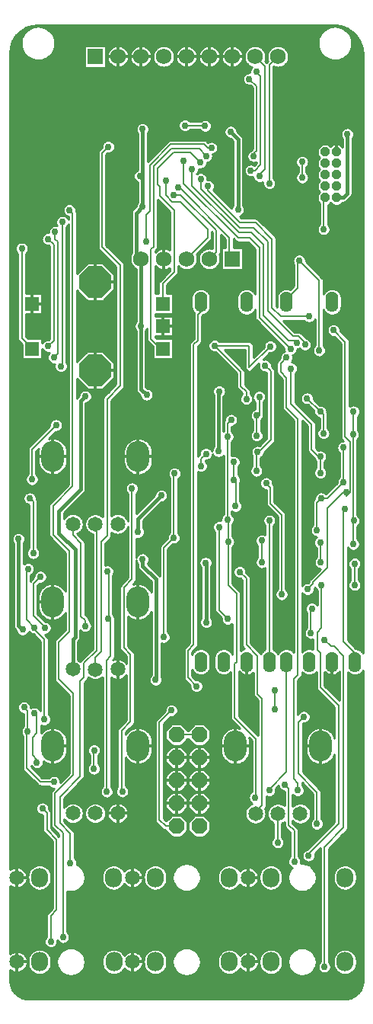
<source format=gbl>
G04 DipTrace 3.2.0.1*
G04 ubraids_IIa.GBL*
%MOIN*%
G04 #@! TF.FileFunction,Copper,L2,Bot*
G04 #@! TF.Part,Single*
%AMOUTLINE7*
4,1,8,
0.014159,0.034184,
0.034184,0.014159,
0.034184,-0.014159,
0.014159,-0.034184,
-0.014159,-0.034184,
-0.034184,-0.014159,
-0.034184,0.014159,
-0.014159,0.034184,
0.014159,0.034184,
0*%
%AMOUTLINE8*
4,1,8,
0.008419,0.020325,
0.020325,0.008419,
0.020325,-0.008419,
0.008419,-0.020325,
-0.008419,-0.020325,
-0.020325,-0.008419,
-0.020325,0.008419,
-0.008419,0.020325,
0.008419,0.020325,
0*%
%AMOUTLINE12*
4,1,8,
0.028747,-0.0694,
0.0694,-0.028747,
0.0694,0.028747,
0.028747,0.0694,
-0.028747,0.0694,
-0.0694,0.028747,
-0.0694,-0.028747,
-0.028747,-0.0694,
0.028747,-0.0694,
0*%
G04 #@! TA.AperFunction,Conductor*
%ADD14C,0.015*%
%ADD16C,0.008*%
G04 #@! TA.AperFunction,ViaPad*
%ADD18C,0.03*%
G04 #@! TA.AperFunction,CopperBalancing*
%ADD19C,0.009*%
%ADD20C,0.013*%
G04 #@! TA.AperFunction,ComponentPad*
%ADD28R,0.068898X0.068898*%
%ADD29C,0.068898*%
%ADD41O,0.075X0.085*%
%ADD42C,0.065*%
%ADD44O,0.1X0.135*%
%ADD45R,0.05937X0.05937*%
%ADD49O,0.055X0.09*%
%ADD103OUTLINE7*%
%ADD104OUTLINE8*%
%ADD108OUTLINE12*%
%FSLAX26Y26*%
G04*
G70*
G90*
G75*
G01*
G04 Bottom*
%LPD*%
X987841Y3650249D2*
D14*
X968026D1*
Y3851105D1*
X995375Y3878454D1*
Y4000537D1*
Y4218816D1*
X1413526Y3865386D2*
Y4173860D1*
X1380885Y4206500D1*
X1844091Y3919000D2*
X1872952D1*
X1892064Y3938112D1*
Y4196682D1*
X983543Y4012369D2*
X995375Y4000537D1*
X690301Y1855009D2*
Y1986094D1*
X700392Y1996185D1*
Y2378927D1*
X628468Y2450850D1*
Y2548219D1*
X724091Y2643843D1*
Y3028663D1*
X744707Y3049278D1*
X1330750Y3071353D2*
X1328070D1*
Y2809388D1*
X987841Y3650249D2*
Y3356825D1*
Y3081239D1*
X1012859Y3056220D1*
X1212841Y4044000D2*
D16*
Y3969000D1*
X1416400Y3765441D1*
X1472650D1*
X1525341Y3712751D1*
Y3403693D1*
X1634954Y3294080D1*
X1660599D1*
X1670229Y3284450D1*
X1250341Y4000251D2*
Y3956500D1*
X1419716Y3787125D1*
X1482216D1*
X1544090Y3725251D1*
Y3422503D1*
X1653889Y3312703D1*
X1678792D1*
X1706590Y3284906D1*
Y3275257D1*
X1175341Y4081500D2*
Y3981500D1*
X1414116Y3742724D1*
X1464116D1*
X1506590Y3700251D1*
Y3393652D1*
X1644043Y3256199D1*
X1281590Y3969000D2*
Y3950251D1*
X1420967Y3810874D1*
X1489717D1*
X1562841Y3737751D1*
Y3435545D1*
X1599842Y3398543D1*
X1724892D1*
X1450313Y3037472D2*
Y3068719D1*
X1425316Y3093717D1*
Y3156210D1*
X1310610Y3270916D1*
X1462812D1*
Y3175575D1*
X1555115Y3267878D1*
X1887767Y2631265D2*
Y2614294D1*
X1903263Y2629790D1*
Y2851062D1*
X1882648Y2871677D1*
Y3288108D1*
X1831796Y3338959D1*
X1887767Y2631265D2*
X1875269D1*
X1803284Y2559281D1*
Y2298534D1*
X1742813Y2238063D1*
Y2230062D1*
X1717855Y2205104D1*
X844622Y2077192D2*
X846741D1*
Y2289378D1*
X841233Y2283870D1*
X844622Y2077192D2*
X855749D1*
Y1911714D1*
X838485Y1894450D1*
Y1319070D1*
X511216Y2686588D2*
Y2818007D1*
X616351Y2923142D1*
X581590Y3737751D2*
X606590Y3712751D1*
Y3294000D1*
X581590Y3269000D1*
X612841Y3769000D2*
Y3737751D1*
X625341Y3725251D1*
Y3237751D1*
X606590Y3219000D1*
X644090Y3812751D2*
Y3187749D1*
X637841Y3181500D1*
X1469061Y4037367D2*
X1487809D1*
X1512807Y4062365D1*
Y4449824D1*
X1494059Y4468572D1*
X1481560Y4099861D2*
Y4112360D1*
X1494059Y4124858D1*
Y4406079D1*
X1462812Y4437325D1*
X1550303Y3981123D2*
Y4498538D1*
X1587841Y4536076D1*
X1506557Y4012370D2*
Y4018619D1*
X1531555Y4043617D1*
Y4492362D1*
X1487841Y4536076D1*
X1150341Y3962751D2*
X1156590D1*
X1375341Y3744000D1*
Y3662749D1*
X1387841Y3650249D1*
X1131590Y3931500D2*
X1162841D1*
X1319090Y3775251D1*
Y3681499D1*
X1287841Y3650249D1*
X1096350Y3992711D2*
Y3929241D1*
X1125341Y3900251D1*
X1162839D1*
X1281590Y3781500D1*
Y3743999D1*
X1187841Y3650249D1*
X1083116Y3258075D2*
X1075595D1*
X1032784Y3300886D1*
Y3692692D1*
X1044286Y3704193D1*
Y4055084D1*
X1122177Y4132975D1*
X1243171D1*
X1274691Y4101455D1*
X1083116Y3454925D2*
Y3543068D1*
X1133788Y3593740D1*
Y3863663D1*
X1072237Y3925214D1*
Y3966888D1*
X1061979Y3977147D1*
Y4046042D1*
X1132367Y4116430D1*
X1203704D1*
X1248317Y4071818D1*
X1296444Y4136531D2*
X1280855D1*
X1263720Y4153667D1*
X1119283D1*
X1026304Y4060688D1*
Y3858866D1*
X1010346Y3842908D1*
Y3725570D1*
X466237Y3696088D2*
Y3304088D1*
X512250Y3258075D1*
X788301Y1854734D2*
Y1906760D1*
X814636Y1933094D1*
Y2414588D1*
X839624Y2439576D1*
Y3037928D1*
X896904Y3095207D1*
Y3623869D1*
X818246Y3702526D1*
Y4114113D1*
X845685Y4141551D1*
X1773661Y2714811D2*
Y2786873D1*
X1765534D1*
X1736168Y2816239D1*
Y2926354D1*
X1645455Y3017067D1*
Y3171584D1*
X1694090Y4006500D2*
Y4075249D1*
X1788384Y3780357D2*
Y3913293D1*
X1794091Y3919000D1*
X1660372Y1013772D2*
Y1148322D1*
X1634671Y1174022D1*
Y1334524D1*
X1619045Y1350150D1*
X1731688Y2013669D2*
Y2116114D1*
X1736228Y2120654D1*
X949128Y2647138D2*
Y2248461D1*
X913917Y2213249D1*
Y1948600D1*
X942681Y1919836D1*
Y1626516D1*
X903182Y1587017D1*
Y1323388D1*
X906305Y1320265D1*
X1625274Y3462396D2*
Y3474906D1*
X1675290Y3524921D1*
Y3637409D1*
X1681539Y3643659D1*
X1675290Y1325152D2*
Y1356399D1*
X1656542Y1375147D1*
Y1812601D1*
X1675290Y1831349D1*
Y2949982D1*
X1625295Y2999976D1*
Y3131213D1*
X1600297Y3156210D1*
Y3193706D1*
X1625295Y3218703D1*
X1769030Y3249950D2*
Y3556168D1*
X1681539Y3643659D1*
X1394408Y2762243D2*
X1395912D1*
Y2684480D1*
X1404271D1*
Y2571315D1*
X1402152Y2569196D1*
X1604358Y2183067D2*
Y2530353D1*
X1554665Y2580046D1*
Y2651230D1*
X1536328Y2669567D1*
X679126Y1008014D2*
Y1137648D1*
X632943Y1183831D1*
Y1297955D1*
X722063Y1387075D1*
Y1804080D1*
X738440Y1820458D1*
Y1881896D1*
X794045Y1937501D1*
Y2496454D1*
X788301Y2490710D1*
X1489841Y1224000D2*
Y1230276D1*
X1519056Y1259491D1*
Y1726735D1*
X1497940Y1747850D1*
Y1914147D1*
X1449563Y1962525D1*
Y2252297D1*
X1420346Y2281513D1*
X1516989Y2323126D2*
Y2418549D1*
X744137Y2043929D2*
Y2068824D1*
X725389Y2087572D1*
Y2407248D1*
X690301Y2442336D1*
Y2490986D1*
X1330535Y2477983D2*
Y2113610D1*
X1369072Y2075073D1*
X1758543Y2462748D2*
Y2584566D1*
X1777195Y2603218D1*
X1805135D1*
X1875926Y2674009D1*
Y2823965D1*
X1874337Y2825554D1*
X1144091Y1169000D2*
X1096523D1*
X1069103Y1196420D1*
Y1622747D1*
X1122015Y1675659D1*
X1775422Y2323126D2*
Y2407861D1*
X1773494Y2409789D1*
X1370769Y2412751D2*
Y2507726D1*
X1367854Y2510640D1*
Y2873129D1*
Y2930638D1*
X1383438Y2946222D1*
X1370769Y2412751D2*
Y2221951D1*
X1406603Y2186117D1*
Y1888245D1*
X1398356Y1879999D1*
Y1644084D1*
X1491847Y1550593D1*
Y1297944D1*
X1487809Y1293906D1*
X1925274Y1887593D2*
Y1925079D1*
X1875269Y1975084D1*
Y2550024D1*
X1881518Y2556273D1*
X1586730Y1097295D2*
Y1222614D1*
X1587841Y1223724D1*
X1923473Y2223709D2*
Y2317660D1*
X1244091Y1569000D2*
X1144091D1*
X1550313Y1887593D2*
Y2506278D1*
X521717Y2037112D2*
X486729Y2072100D1*
Y2288001D1*
X493556Y2294828D1*
X565803Y1635562D2*
Y1984988D1*
X520922Y2029869D1*
X514475D1*
X521717Y2037112D1*
X782497Y1419772D2*
Y1501585D1*
X783423Y1500659D1*
X567799Y2036259D2*
Y2039672D1*
X518304Y2089167D1*
Y2229972D1*
X548171Y2259840D1*
X1918102Y2403041D2*
Y2505265D1*
Y2882156D1*
X1919200D1*
Y2983171D1*
X1920168Y2505265D2*
X1918102D1*
X516194Y2362913D2*
Y2588533D1*
X501383Y2603344D1*
X593511Y664360D2*
Y777441D1*
X618456Y802386D1*
Y1110035D1*
X576881Y1151610D1*
Y1226445D1*
X556926Y1246400D1*
X606652Y1362648D2*
X548141D1*
X488776Y1422013D1*
Y1581030D1*
X491874Y1584127D1*
Y1672929D1*
X476385Y1688417D1*
X532013Y1447992D2*
Y1461180D1*
X514169Y1479024D1*
Y1557378D1*
X532013Y1575222D1*
Y1652025D1*
X521152Y1662886D1*
X647174Y682705D2*
Y1139770D1*
X612713Y1174231D1*
Y1313316D1*
X692838Y1393441D1*
Y1748766D1*
X628603Y1813001D1*
Y1973978D1*
X675395Y2020769D1*
Y2371881D1*
X603720Y2443555D1*
Y2570865D1*
X688968Y2656113D1*
Y3850949D1*
X675608Y3864308D1*
X1791812Y553714D2*
Y1077638D1*
X1876007Y1161833D1*
Y1914154D1*
X1834597Y1955564D1*
X1820729D1*
X1792703Y1983591D1*
X1575300Y1681365D2*
Y1762606D1*
X1550303Y1325152D2*
Y1331402D1*
X1625274Y1406373D1*
Y1887593D1*
X1722540Y1039933D2*
Y1047932D1*
X1853959Y1179350D1*
Y1697269D1*
X1774849Y1776379D1*
Y1926399D1*
X1760056Y1941192D1*
Y2017487D1*
X1778010Y2035441D1*
Y2223777D1*
X1250313Y3462396D2*
Y3418661D1*
X1237835Y3406184D1*
Y3293696D1*
X1219087Y3274948D1*
Y1962585D1*
X1194090Y1937588D1*
Y1818850D1*
X1231586Y1781354D1*
X1759213Y1178584D2*
Y1317982D1*
X1678673Y1398522D1*
Y1624657D1*
X1701389Y1647374D1*
X1132098Y2430560D2*
Y2707932D1*
X1135846Y2711680D1*
X1088183Y1995738D2*
Y2386646D1*
X1132098Y2430560D1*
X1252043Y2744000D2*
Y2777076D1*
X1272846Y2797879D1*
X1495763Y2965521D2*
Y2877822D1*
Y2965521D2*
X1506557D1*
Y3047597D1*
X1787641Y2887751D2*
Y2969017D1*
X1774251Y2982407D1*
X1716158Y3040500D1*
X1493783Y2723362D2*
Y2801461D1*
X1498943Y2806621D1*
X1504712D1*
X1556552Y2858461D1*
Y3159206D1*
X1532282Y3183476D1*
X1180933Y4234535D2*
X1271011D1*
X1269072Y4232596D1*
X975921Y2455549D2*
D14*
Y2514621D1*
X1077010Y2615710D1*
X452416Y2425251D2*
Y2046990D1*
X469908Y2029497D1*
X1273837Y2060814D2*
Y2318647D1*
X1271565Y2320919D1*
X995421Y2336854D2*
Y2308251D1*
X1055395Y2248277D1*
Y1812362D1*
X1052115Y1809083D1*
D18*
X995375Y3878454D3*
Y4218816D3*
X1413526Y3865386D3*
X1380885Y4206500D3*
X1892064Y4196682D3*
X983543Y4012369D3*
X744707Y3049278D3*
D3*
X1328070Y2809388D3*
X1330750Y3071353D3*
X1012859Y3056220D3*
X987841Y3356825D3*
X1212841Y4044000D3*
X1670229Y3284450D3*
X1250341Y4000251D3*
X1706590Y3275257D3*
X1175341Y4081500D3*
X1644043Y3256199D3*
X1281590Y3969000D3*
X1724892Y3398543D3*
X1450313Y3037472D3*
X1310610Y3270916D3*
X1555115Y3267878D3*
X1887767Y2631265D3*
X1831796Y3338959D3*
X1717855Y2205104D3*
X1887767Y2631265D3*
X841233Y2283870D3*
X844622Y2077192D3*
X838485Y1319070D3*
X844622Y2077192D3*
X511216Y2686588D3*
X616351Y2923142D3*
X581590Y3737751D3*
Y3269000D3*
X612841Y3769000D3*
X606590Y3219000D3*
X644090Y3812751D3*
X637841Y3181500D3*
X1469061Y4037367D3*
X1494059Y4468572D3*
X1481560Y4099861D3*
X1462812Y4437325D3*
X1550303Y3981123D3*
X1506557Y4012370D3*
X1150341Y3962751D3*
X1131590Y3931500D3*
X1096350Y3992711D3*
X1274691Y4101455D3*
X1248317Y4071818D3*
X1296444Y4136531D3*
X1010346Y3725570D3*
X466237Y3696088D3*
X845685Y4141551D3*
X1773661Y2786873D3*
Y2714811D3*
X1645455Y3171584D3*
X1694090Y4006500D3*
Y4075249D3*
X1788384Y3780357D3*
X1660372Y1013772D3*
X1619045Y1350150D3*
X1731688Y2013669D3*
X1736228Y2120654D3*
X949128Y2647138D3*
X906305Y1320265D3*
X1681539Y3643659D3*
X1675290Y1325152D3*
X1625295Y3218703D3*
X1769030Y3249950D3*
X1394408Y2762243D3*
X1395912Y2684480D3*
X1402152Y2569196D3*
X1395912Y2684480D3*
X1604358Y2183067D3*
X1536328Y2669567D3*
X679126Y1008014D3*
X1420346Y2281513D3*
X1516989Y2418549D3*
Y2323126D3*
X744137Y2043929D3*
X1330535Y2477983D3*
X1369072Y2075073D3*
X1758543Y2462748D3*
X1777195Y2603218D3*
X1875926Y2674009D3*
X1874337Y2825554D3*
D3*
X1122015Y1675659D3*
X1773494Y2409789D3*
X1775422Y2323126D3*
X1370769Y2412751D3*
X1367854Y2510640D3*
Y2873129D3*
X1383438Y2946222D3*
X1487809Y1293906D3*
X1370769Y2412751D3*
X1881518Y2556273D3*
X1586730Y1097295D3*
X1923473Y2223709D3*
Y2317660D3*
X1550313Y2506278D3*
X521717Y2037112D3*
X493556Y2294828D3*
X565803Y1635562D3*
X521717Y2037112D3*
X782497Y1419772D3*
X783423Y1500659D3*
X567799Y2036259D3*
X548171Y2259840D3*
X1918102Y2403041D3*
X1919200Y2983171D3*
X1917069Y2882156D3*
X1920168Y2505265D3*
X1919200Y2983171D3*
X501383Y2603344D3*
X516194Y2362913D3*
X593511Y664360D3*
X556926Y1246400D3*
X606652Y1362648D3*
X491874Y1584127D3*
X476385Y1688417D3*
X532013Y1447992D3*
X521152Y1662886D3*
X647174Y682705D3*
X675608Y3864308D3*
X1791812Y553714D3*
X1792703Y1983591D3*
X1575300Y1681365D3*
Y1762606D3*
X1550303Y1325152D3*
X1722540Y1039933D3*
X1778010Y2223777D3*
X1231586Y1781354D3*
X1759213Y1178584D3*
X1701389Y1647374D3*
X1132098Y2430560D3*
X1135846Y2711680D3*
X1088183Y1995738D3*
X1132098Y2430560D3*
X1252043Y2744000D3*
X1272846Y2797879D3*
X1495763Y2877822D3*
Y2965521D3*
X1506557Y3047597D3*
X1495763Y2965521D3*
X1787641Y2887751D3*
X1774251Y2982407D3*
X1716158Y3040500D3*
X1498943Y2806621D3*
X1493783Y2723362D3*
X1532282Y3183476D3*
X1180933Y4234535D3*
X1269072Y4232596D3*
X975921Y2455549D3*
X1077010Y2615710D3*
X452416Y2425251D3*
X469908Y2029497D3*
D3*
X1273837Y2060814D3*
X1271565Y2320919D3*
D3*
X995421Y2336854D3*
X1052115Y1809083D3*
X1737783Y4131108D3*
X1270175Y3384327D3*
X1251066Y3256934D3*
X1198687Y1668322D3*
X1604455Y2588803D3*
X1641876Y2854339D3*
X1567431Y2805371D3*
X1300387Y4055500D3*
X1450416Y4148610D3*
X1048320Y4175024D3*
X945691Y4071227D3*
X939998Y3944671D3*
X1638922Y2235617D3*
X1638841Y1954530D3*
X1723325Y1962307D3*
X1735536Y1726282D3*
X1923278Y1722869D3*
X1299757Y1707818D3*
X1135166Y2217324D3*
X1171711Y2278234D3*
X1169472Y2598325D3*
X1171063Y2523083D3*
X1266439Y2410749D3*
X1034884Y2368360D3*
X1271309Y4289224D3*
X1155645Y4286403D3*
X1169750Y4384434D3*
X1257203D3*
X937867Y3206205D3*
Y3099966D3*
X1019108Y3231202D3*
X1375321Y3324942D3*
X1306578D3*
X1800276Y3081218D3*
X1919014Y3287446D3*
X1680132Y3240381D3*
X881623Y2175063D3*
X762885Y2156315D3*
X1150112Y3389089D3*
X1153027Y3263773D3*
X1424219Y3318808D3*
X1500985Y2013008D3*
X1131597Y1887593D3*
X1454757Y1736887D3*
X975363Y1731360D3*
X1334740Y2012765D3*
X490557Y4664631D2*
D19*
X512066D1*
X563612D2*
X1812074D1*
X1863620D2*
X1876410D1*
X473102Y4655762D2*
X494594D1*
X581085D2*
X1794601D1*
X1881093D2*
X1895763D1*
X459374Y4646894D2*
X483940D1*
X591754D2*
X1783931D1*
X1891745D2*
X1909123D1*
X450514Y4638025D2*
X476364D1*
X599313D2*
X1776372D1*
X1899321D2*
X1919423D1*
X441637Y4629156D2*
X470828D1*
X604850D2*
X1770818D1*
X1904858D2*
X1927914D1*
X435925Y4620287D2*
X466820D1*
X608858D2*
X1766828D1*
X1908866D2*
X1935384D1*
X430476Y4611419D2*
X464112D1*
X611565D2*
X1764103D1*
X1911573D2*
X1940746D1*
X425712Y4602550D2*
X462548D1*
X613129D2*
X1762539D1*
X1913137D2*
X1946107D1*
X422812Y4593681D2*
X462056D1*
X613622D2*
X1762064D1*
X1913629D2*
X1950010D1*
X419912Y4584812D2*
X462619D1*
X613060D2*
X1762627D1*
X1913068D2*
X1952980D1*
X417661Y4575944D2*
X464271D1*
X611408D2*
X738631D1*
X837057D2*
X859656D1*
X916018D2*
X959658D1*
X1016021D2*
X1059660D1*
X1116022D2*
X1159662D1*
X1216024D2*
X1259664D1*
X1316026D2*
X1359666D1*
X1416028D2*
X1459650D1*
X1516030D2*
X1559652D1*
X1616014D2*
X1764262D1*
X1911416D2*
X1955951D1*
X416922Y4567075D2*
X467066D1*
X608612D2*
X738631D1*
X837057D2*
X849883D1*
X925792D2*
X949884D1*
X1025793D2*
X1049887D1*
X1125796D2*
X1149888D1*
X1225797D2*
X1249891D1*
X1325800D2*
X1349892D1*
X1425784D2*
X1449895D1*
X1525786D2*
X1549896D1*
X1625788D2*
X1767074D1*
X1908620D2*
X1957708D1*
X416202Y4558206D2*
X471162D1*
X604517D2*
X738631D1*
X837057D2*
X843994D1*
X931681D2*
X943996D1*
X1031682D2*
X1043998D1*
X1131685D2*
X1144000D1*
X1231686D2*
X1244002D1*
X1331688D2*
X1344003D1*
X1431690D2*
X1444006D1*
X1531674D2*
X1544007D1*
X1631677D2*
X1771170D1*
X1904524D2*
X1958623D1*
X415498Y4549337D2*
X476839D1*
X598838D2*
X738631D1*
X935196D2*
X940480D1*
X1035198D2*
X1040482D1*
X1135200D2*
X1140484D1*
X1235202D2*
X1240476D1*
X1335186D2*
X1340476D1*
X1435188D2*
X1440490D1*
X1535190D2*
X1540492D1*
X1635192D2*
X1776830D1*
X1898846D2*
X1959536D1*
X415498Y4540469D2*
X484574D1*
X591105D2*
X738631D1*
X1636845D2*
X1784582D1*
X1891112D2*
X1960187D1*
X415498Y4531600D2*
X495543D1*
X580136D2*
X738631D1*
X1636845D2*
X1795551D1*
X1880144D2*
X1960187D1*
X415498Y4522731D2*
X513964D1*
X561732D2*
X738631D1*
X935161D2*
X940515D1*
X1035164D2*
X1040517D1*
X1135165D2*
X1140519D1*
X1235166D2*
X1240503D1*
X1335169D2*
X1340505D1*
X1435170D2*
X1440507D1*
X1535173D2*
X1540510D1*
X1635174D2*
X1813955D1*
X1861721D2*
X1960187D1*
X415498Y4513862D2*
X738631D1*
X837057D2*
X844047D1*
X931645D2*
X944048D1*
X1031648D2*
X1044051D1*
X1131632D2*
X1144035D1*
X1231633D2*
X1244036D1*
X1331636D2*
X1344039D1*
X1431637D2*
X1444040D1*
X1631641D2*
X1960187D1*
X415498Y4504993D2*
X738631D1*
X837057D2*
X849952D1*
X925721D2*
X949955D1*
X1025724D2*
X1049956D1*
X1125725D2*
X1149959D1*
X1225728D2*
X1249960D1*
X1325729D2*
X1349963D1*
X1425713D2*
X1449964D1*
X1625717D2*
X1960187D1*
X415498Y4496125D2*
X738631D1*
X837057D2*
X859779D1*
X915896D2*
X959780D1*
X1015897D2*
X1059783D1*
X1115900D2*
X1159784D1*
X1215901D2*
X1259787D1*
X1315904D2*
X1359788D1*
X1415905D2*
X1459772D1*
X1615892D2*
X1960187D1*
X415498Y4487256D2*
X1471164D1*
X1569064D2*
X1960187D1*
X415498Y4478387D2*
X1466014D1*
X1569064D2*
X1960187D1*
X415498Y4469518D2*
X1464308D1*
X1569064D2*
X1960187D1*
X415498Y4460650D2*
X1444919D1*
X1569064D2*
X1960187D1*
X415498Y4451781D2*
X1436939D1*
X1569064D2*
X1960187D1*
X415498Y4442912D2*
X1433599D1*
X1569064D2*
X1960187D1*
X415498Y4434043D2*
X1433248D1*
X1569064D2*
X1960187D1*
X415498Y4425175D2*
X1435727D1*
X1569064D2*
X1960187D1*
X415498Y4416306D2*
X1442143D1*
X1569064D2*
X1960187D1*
X415498Y4407437D2*
X1466540D1*
X1569064D2*
X1960187D1*
X415498Y4398568D2*
X1475295D1*
X1569064D2*
X1960187D1*
X415498Y4389699D2*
X1475295D1*
X1569064D2*
X1960187D1*
X415498Y4380831D2*
X1475295D1*
X1569064D2*
X1960187D1*
X415498Y4371962D2*
X1475295D1*
X1569064D2*
X1960187D1*
X415498Y4363093D2*
X1475295D1*
X1569064D2*
X1960187D1*
X415498Y4354224D2*
X1475295D1*
X1569064D2*
X1960187D1*
X415498Y4345356D2*
X1475295D1*
X1569064D2*
X1960187D1*
X415498Y4336487D2*
X1475295D1*
X1569064D2*
X1960187D1*
X415498Y4327618D2*
X1475295D1*
X1569064D2*
X1960187D1*
X415498Y4318749D2*
X1475295D1*
X1569064D2*
X1960187D1*
X415498Y4309881D2*
X1475295D1*
X1569064D2*
X1960187D1*
X415498Y4301012D2*
X1475295D1*
X1569064D2*
X1960187D1*
X415498Y4292143D2*
X1475295D1*
X1569064D2*
X1960187D1*
X415498Y4283274D2*
X1475295D1*
X1569064D2*
X1960187D1*
X415498Y4274406D2*
X1475295D1*
X1569064D2*
X1960187D1*
X415498Y4265537D2*
X1475295D1*
X1569064D2*
X1960187D1*
X415498Y4256668D2*
X1161507D1*
X1200362D2*
X1252246D1*
X1285897D2*
X1475295D1*
X1569064D2*
X1960187D1*
X415498Y4247799D2*
X1154406D1*
X1294510D2*
X1475295D1*
X1569064D2*
X1960187D1*
X415498Y4238930D2*
X973772D1*
X1016969D2*
X1151506D1*
X1298132D2*
X1475295D1*
X1569064D2*
X1960187D1*
X415498Y4230062D2*
X967902D1*
X1022858D2*
X1151523D1*
X1298712D2*
X1363322D1*
X1398450D2*
X1475295D1*
X1569064D2*
X1960187D1*
X415498Y4221193D2*
X965704D1*
X1025038D2*
X1154440D1*
X1296480D2*
X1355148D1*
X1406624D2*
X1475295D1*
X1569064D2*
X1875935D1*
X1908198D2*
X1960187D1*
X415498Y4212324D2*
X966355D1*
X1024388D2*
X1161612D1*
X1200257D2*
X1247623D1*
X1290521D2*
X1351720D1*
X1410052D2*
X1475295D1*
X1569064D2*
X1866918D1*
X1917216D2*
X1960187D1*
X415498Y4203455D2*
X970047D1*
X1020713D2*
X1351280D1*
X1415044D2*
X1475295D1*
X1569064D2*
X1863103D1*
X1921013D2*
X1960187D1*
X415498Y4194587D2*
X973123D1*
X1017637D2*
X1353707D1*
X1423904D2*
X1475295D1*
X1569064D2*
X1862383D1*
X1921750D2*
X1960187D1*
X415498Y4185718D2*
X973123D1*
X1017637D2*
X1359964D1*
X1432200D2*
X1475295D1*
X1569064D2*
X1864475D1*
X1919660D2*
X1960187D1*
X415498Y4176849D2*
X973123D1*
X1017637D2*
X1379423D1*
X1435576D2*
X1475295D1*
X1569064D2*
X1869800D1*
X1914316D2*
X1960187D1*
X415498Y4167980D2*
X833183D1*
X858186D2*
X973123D1*
X1017637D2*
X1107700D1*
X1275297D2*
X1388300D1*
X1435786D2*
X1475295D1*
X1569064D2*
X1869800D1*
X1914316D2*
X1960187D1*
X415498Y4159112D2*
X821880D1*
X869489D2*
X973123D1*
X1017637D2*
X1098578D1*
X1315324D2*
X1391271D1*
X1435786D2*
X1475295D1*
X1569064D2*
X1869800D1*
X1914316D2*
X1960187D1*
X415498Y4150243D2*
X817258D1*
X874112D2*
X973123D1*
X1017637D2*
X1089700D1*
X1322741D2*
X1391271D1*
X1435786D2*
X1475295D1*
X1569064D2*
X1776232D1*
X1811940D2*
X1826242D1*
X1861950D2*
X1869800D1*
X1914316D2*
X1960187D1*
X415498Y4141374D2*
X815922D1*
X875448D2*
X973123D1*
X1017637D2*
X1080824D1*
X1325800D2*
X1391271D1*
X1435786D2*
X1475295D1*
X1569064D2*
X1767215D1*
X1914316D2*
X1960187D1*
X415498Y4132505D2*
X810472D1*
X873989D2*
X973123D1*
X1017637D2*
X1071964D1*
X1325922D2*
X1391271D1*
X1435786D2*
X1475295D1*
X1569064D2*
X1759972D1*
X1914316D2*
X1960187D1*
X415498Y4123636D2*
X802246D1*
X869208D2*
X973123D1*
X1017637D2*
X1063087D1*
X1323164D2*
X1391271D1*
X1435786D2*
X1464308D1*
X1569064D2*
X1759006D1*
X1914316D2*
X1960187D1*
X415498Y4114768D2*
X799503D1*
X857325D2*
X973123D1*
X1017637D2*
X1054228D1*
X1316290D2*
X1391271D1*
X1435786D2*
X1455940D1*
X1569064D2*
X1759006D1*
X1914316D2*
X1960187D1*
X415498Y4105899D2*
X799486D1*
X837005D2*
X973123D1*
X1017637D2*
X1045351D1*
X1304108D2*
X1391271D1*
X1435786D2*
X1452443D1*
X1569064D2*
X1759814D1*
X1914316D2*
X1960187D1*
X415498Y4097030D2*
X799486D1*
X837005D2*
X973123D1*
X1017637D2*
X1036492D1*
X1304108D2*
X1391271D1*
X1435786D2*
X1451933D1*
X1569064D2*
X1674262D1*
X1713925D2*
X1766811D1*
X1914316D2*
X1960187D1*
X415498Y4088161D2*
X799486D1*
X837005D2*
X973123D1*
X1017637D2*
X1027615D1*
X1301208D2*
X1391271D1*
X1435786D2*
X1454271D1*
X1569064D2*
X1667388D1*
X1720797D2*
X1764015D1*
X1914316D2*
X1960187D1*
X415498Y4079293D2*
X799486D1*
X837005D2*
X973123D1*
X1294072D2*
X1391271D1*
X1435786D2*
X1460423D1*
X1569064D2*
X1664611D1*
X1723557D2*
X1759128D1*
X1914316D2*
X1960187D1*
X415498Y4070424D2*
X799486D1*
X837005D2*
X973123D1*
X1278040D2*
X1391271D1*
X1435786D2*
X1494051D1*
X1569064D2*
X1664734D1*
X1723452D2*
X1759006D1*
X1914316D2*
X1960187D1*
X415498Y4061555D2*
X799486D1*
X837005D2*
X973123D1*
X1276194D2*
X1391271D1*
X1435786D2*
X1452426D1*
X1569064D2*
X1667792D1*
X1720393D2*
X1759006D1*
X1914316D2*
X1960187D1*
X415498Y4052686D2*
X799486D1*
X837005D2*
X973123D1*
X1270833D2*
X1391271D1*
X1435786D2*
X1443707D1*
X1569064D2*
X1675192D1*
X1712993D2*
X1761467D1*
X1914316D2*
X1960187D1*
X415498Y4043818D2*
X799486D1*
X837005D2*
X973123D1*
X1256208D2*
X1391271D1*
X1569064D2*
X1675334D1*
X1712853D2*
X1769658D1*
X1914316D2*
X1960187D1*
X415498Y4034949D2*
X799486D1*
X837005D2*
X964668D1*
X1241144D2*
X1391271D1*
X1569064D2*
X1675334D1*
X1712853D2*
X1761238D1*
X1914316D2*
X1960187D1*
X415498Y4026080D2*
X799486D1*
X837005D2*
X957250D1*
X1264118D2*
X1391271D1*
X1435786D2*
X1441598D1*
X1569064D2*
X1671994D1*
X1716192D2*
X1759006D1*
X1914316D2*
X1960187D1*
X415498Y4017211D2*
X799486D1*
X837005D2*
X954191D1*
X1274594D2*
X1391271D1*
X1435786D2*
X1447503D1*
X1569064D2*
X1666387D1*
X1721782D2*
X1759006D1*
X1914316D2*
X1960187D1*
X415498Y4008343D2*
X799486D1*
X837005D2*
X954068D1*
X1278937D2*
X1391271D1*
X1435786D2*
X1477087D1*
X1569064D2*
X1664383D1*
X1723786D2*
X1759182D1*
X1914316D2*
X1960187D1*
X415498Y3999474D2*
X799486D1*
X837005D2*
X956828D1*
X1280097D2*
X1391271D1*
X1435786D2*
X1479847D1*
X1573476D2*
X1665191D1*
X1722977D2*
X1764367D1*
X1914316D2*
X1960187D1*
X415498Y3990605D2*
X799486D1*
X837005D2*
X963683D1*
X1301629D2*
X1391271D1*
X1435786D2*
X1486703D1*
X1578468D2*
X1669094D1*
X1719076D2*
X1766459D1*
X1914316D2*
X1960187D1*
X415498Y3981736D2*
X799486D1*
X837005D2*
X973123D1*
X1308380D2*
X1391271D1*
X1435786D2*
X1520540D1*
X1580049D2*
X1678375D1*
X1709812D2*
X1759691D1*
X1914316D2*
X1960187D1*
X415498Y3972867D2*
X799486D1*
X837005D2*
X973123D1*
X1311086D2*
X1391271D1*
X1435786D2*
X1521754D1*
X1578854D2*
X1759006D1*
X1914316D2*
X1960187D1*
X415498Y3963999D2*
X799486D1*
X837005D2*
X973123D1*
X1310912D2*
X1391271D1*
X1435786D2*
X1526166D1*
X1574425D2*
X1759006D1*
X1914316D2*
X1960187D1*
X415498Y3955130D2*
X799486D1*
X837005D2*
X973123D1*
X1307800D2*
X1391271D1*
X1435786D2*
X1536871D1*
X1563737D2*
X1760131D1*
X1914316D2*
X1960187D1*
X415498Y3946261D2*
X799486D1*
X837005D2*
X973123D1*
X1311737D2*
X1391271D1*
X1435786D2*
X1767584D1*
X1914316D2*
X1960187D1*
X415498Y3937392D2*
X799486D1*
X837005D2*
X973123D1*
X1320614D2*
X1391271D1*
X1435786D2*
X1763242D1*
X1914316D2*
X1960187D1*
X415498Y3928524D2*
X799486D1*
X837005D2*
X973123D1*
X1329473D2*
X1391271D1*
X1435786D2*
X1759059D1*
X1912048D2*
X1960187D1*
X415498Y3919655D2*
X799486D1*
X837005D2*
X973123D1*
X1338350D2*
X1391271D1*
X1435786D2*
X1759006D1*
X1904717D2*
X1960187D1*
X415498Y3910786D2*
X799486D1*
X837005D2*
X973123D1*
X1347209D2*
X1391271D1*
X1435786D2*
X1759006D1*
X1895841D2*
X1960187D1*
X415498Y3901917D2*
X799486D1*
X837005D2*
X973123D1*
X1063042D2*
X1069380D1*
X1356086D2*
X1391271D1*
X1435786D2*
X1762047D1*
X1886682D2*
X1960187D1*
X415498Y3893049D2*
X672080D1*
X679143D2*
X799486D1*
X837005D2*
X969572D1*
X1063042D2*
X1078240D1*
X1364946D2*
X1391271D1*
X1435786D2*
X1769623D1*
X1867381D2*
X1960187D1*
X415498Y3884180D2*
X653780D1*
X697434D2*
X799486D1*
X837005D2*
X966196D1*
X1063042D2*
X1087116D1*
X1373824D2*
X1390727D1*
X1436332D2*
X1769623D1*
X1807141D2*
X1960187D1*
X415498Y3875311D2*
X648032D1*
X703182D2*
X799486D1*
X837005D2*
X961116D1*
X1063042D2*
X1095976D1*
X1441534D2*
X1769623D1*
X1807141D2*
X1960187D1*
X415498Y3866442D2*
X645923D1*
X705292D2*
X799486D1*
X837005D2*
X952258D1*
X1063042D2*
X1104853D1*
X1443274D2*
X1769623D1*
X1807141D2*
X1960187D1*
X415498Y3857573D2*
X646644D1*
X706452D2*
X799486D1*
X837005D2*
X946772D1*
X1063042D2*
X1113712D1*
X1442202D2*
X1769623D1*
X1807141D2*
X1960187D1*
X415498Y3848705D2*
X650423D1*
X707736D2*
X799486D1*
X837005D2*
X945771D1*
X1063042D2*
X1115031D1*
X1437984D2*
X1769623D1*
X1807141D2*
X1960187D1*
X415498Y3839836D2*
X633232D1*
X707736D2*
X799486D1*
X837005D2*
X945771D1*
X1063042D2*
X1115031D1*
X1427841D2*
X1769623D1*
X1807141D2*
X1960187D1*
X415498Y3830967D2*
X620804D1*
X707736D2*
X799486D1*
X837005D2*
X945771D1*
X1063042D2*
X1115031D1*
X1427032D2*
X1769623D1*
X1807141D2*
X1960187D1*
X415498Y3822098D2*
X615883D1*
X707736D2*
X799486D1*
X837005D2*
X945771D1*
X1063042D2*
X1115031D1*
X1504657D2*
X1769623D1*
X1807141D2*
X1960187D1*
X415498Y3813230D2*
X614335D1*
X707736D2*
X799486D1*
X837005D2*
X945771D1*
X1063042D2*
X1115031D1*
X1513517D2*
X1769623D1*
X1807141D2*
X1960187D1*
X415498Y3804361D2*
X615584D1*
X707736D2*
X799486D1*
X837005D2*
X945771D1*
X1063042D2*
X1115031D1*
X1522393D2*
X1769623D1*
X1807141D2*
X1960187D1*
X415498Y3795492D2*
X600484D1*
X707736D2*
X799486D1*
X837005D2*
X945771D1*
X1063042D2*
X1115031D1*
X1531253D2*
X1762908D1*
X1813856D2*
X1960187D1*
X415498Y3786623D2*
X589094D1*
X662858D2*
X670216D1*
X707736D2*
X799486D1*
X837005D2*
X945771D1*
X1063042D2*
X1115031D1*
X1540129D2*
X1759304D1*
X1817460D2*
X1960187D1*
X415498Y3777755D2*
X584435D1*
X662858D2*
X670216D1*
X707736D2*
X799486D1*
X837005D2*
X945771D1*
X1063042D2*
X1115031D1*
X1548989D2*
X1758742D1*
X1818022D2*
X1960187D1*
X415498Y3768886D2*
X583082D1*
X662858D2*
X670216D1*
X707736D2*
X799486D1*
X837005D2*
X945771D1*
X1063042D2*
X1115031D1*
X1557866D2*
X1761010D1*
X1815772D2*
X1960187D1*
X415498Y3760017D2*
X562322D1*
X662858D2*
X670216D1*
X707736D2*
X799486D1*
X837005D2*
X945771D1*
X1063042D2*
X1115031D1*
X1566725D2*
X1767003D1*
X1809761D2*
X1960187D1*
X415498Y3751148D2*
X555132D1*
X662858D2*
X670216D1*
X707736D2*
X799486D1*
X837005D2*
X945771D1*
X1063042D2*
X1115031D1*
X1575602D2*
X1960187D1*
X415498Y3742280D2*
X552179D1*
X662858D2*
X670216D1*
X707736D2*
X799486D1*
X837005D2*
X945771D1*
X1063042D2*
X1115031D1*
X1337858D2*
X1350912D1*
X1581017D2*
X1960187D1*
X415498Y3733411D2*
X552162D1*
X662858D2*
X670216D1*
X707736D2*
X799486D1*
X837005D2*
X945771D1*
X1063042D2*
X1115031D1*
X1337858D2*
X1356572D1*
X1581597D2*
X1960187D1*
X415498Y3724542D2*
X460510D1*
X471960D2*
X555027D1*
X662858D2*
X670216D1*
X707736D2*
X799486D1*
X837005D2*
X945771D1*
X1063042D2*
X1115031D1*
X1288288D2*
X1300322D1*
X1337858D2*
X1356572D1*
X1394108D2*
X1456135D1*
X1581597D2*
X1960187D1*
X415498Y3715673D2*
X444144D1*
X488342D2*
X562111D1*
X662858D2*
X670216D1*
X707736D2*
X799486D1*
X837005D2*
X945771D1*
X1063042D2*
X1115031D1*
X1279429D2*
X1300322D1*
X1337858D2*
X1356572D1*
X1394108D2*
X1465011D1*
X1581597D2*
X1960187D1*
X415498Y3706804D2*
X438536D1*
X493933D2*
X586387D1*
X662858D2*
X670216D1*
X707736D2*
X799486D1*
X840133D2*
X945771D1*
X1063042D2*
X1115031D1*
X1270552D2*
X1300322D1*
X1337858D2*
X1356572D1*
X1394108D2*
X1473871D1*
X1581597D2*
X1960187D1*
X415498Y3697936D2*
X436532D1*
X495937D2*
X587828D1*
X662858D2*
X670216D1*
X707736D2*
X800084D1*
X848993D2*
X945771D1*
X1061917D2*
X1079207D1*
X1096476D2*
X1115031D1*
X1261692D2*
X1279211D1*
X1437052D2*
X1482748D1*
X1581597D2*
X1960187D1*
X415498Y3689067D2*
X437342D1*
X495128D2*
X587828D1*
X662858D2*
X670216D1*
X707736D2*
X805551D1*
X857870D2*
X945771D1*
X1252816D2*
X1258182D1*
X1437052D2*
X1487828D1*
X1581597D2*
X1960187D1*
X415498Y3680198D2*
X441244D1*
X491225D2*
X587828D1*
X662858D2*
X670216D1*
X707736D2*
X814410D1*
X866729D2*
X945771D1*
X1243956D2*
X1249040D1*
X1437052D2*
X1487828D1*
X1581597D2*
X1960187D1*
X415498Y3671329D2*
X447484D1*
X485002D2*
X587828D1*
X662858D2*
X670216D1*
X707736D2*
X823287D1*
X875606D2*
X943468D1*
X1235080D2*
X1243475D1*
X1437052D2*
X1487828D1*
X1581597D2*
X1672433D1*
X1690633D2*
X1960187D1*
X415498Y3662461D2*
X447484D1*
X485002D2*
X587828D1*
X662858D2*
X670216D1*
X707736D2*
X832147D1*
X884465D2*
X940199D1*
X1235484D2*
X1240204D1*
X1437052D2*
X1487828D1*
X1581597D2*
X1658740D1*
X1704328D2*
X1960187D1*
X415498Y3653592D2*
X447484D1*
X485002D2*
X587828D1*
X662858D2*
X670216D1*
X707736D2*
X841023D1*
X893342D2*
X938740D1*
X1437052D2*
X1487828D1*
X1581597D2*
X1653536D1*
X1709530D2*
X1960187D1*
X415498Y3644723D2*
X447484D1*
X485002D2*
X587828D1*
X662858D2*
X670216D1*
X707736D2*
X849900D1*
X902202D2*
X938951D1*
X1437052D2*
X1487828D1*
X1581597D2*
X1651796D1*
X1711288D2*
X1960187D1*
X415498Y3635854D2*
X447484D1*
X485002D2*
X587828D1*
X662858D2*
X670216D1*
X707736D2*
X858759D1*
X911044D2*
X940832D1*
X1234850D2*
X1240829D1*
X1437052D2*
X1487828D1*
X1581597D2*
X1652851D1*
X1715506D2*
X1960187D1*
X415498Y3626986D2*
X447484D1*
X485002D2*
X587828D1*
X662858D2*
X670216D1*
X707736D2*
X746769D1*
X828918D2*
X867636D1*
X915385D2*
X944611D1*
X1231072D2*
X1244599D1*
X1331073D2*
X1338624D1*
X1437052D2*
X1487828D1*
X1581597D2*
X1656524D1*
X1724366D2*
X1960187D1*
X415498Y3618117D2*
X447484D1*
X485002D2*
X587828D1*
X662858D2*
X670216D1*
X707736D2*
X737892D1*
X837778D2*
X876496D1*
X915666D2*
X950868D1*
X1224813D2*
X1250875D1*
X1324816D2*
X1338624D1*
X1437052D2*
X1487828D1*
X1581597D2*
X1656524D1*
X1733244D2*
X1960187D1*
X415498Y3609248D2*
X447484D1*
X485002D2*
X587828D1*
X662858D2*
X670216D1*
X707736D2*
X729032D1*
X846656D2*
X878148D1*
X915666D2*
X961398D1*
X1051545D2*
X1061400D1*
X1152549D2*
X1161402D1*
X1214284D2*
X1261387D1*
X1314286D2*
X1338624D1*
X1437052D2*
X1487828D1*
X1581597D2*
X1656524D1*
X1742102D2*
X1960187D1*
X415498Y3600379D2*
X447484D1*
X485002D2*
X587828D1*
X662858D2*
X670216D1*
X707736D2*
X720156D1*
X855514D2*
X878148D1*
X915666D2*
X965582D1*
X1051545D2*
X1114275D1*
X1152549D2*
X1487828D1*
X1581597D2*
X1656524D1*
X1750980D2*
X1960187D1*
X415498Y3591510D2*
X447484D1*
X485002D2*
X587828D1*
X662858D2*
X670216D1*
X864392D2*
X878148D1*
X915666D2*
X965582D1*
X1051545D2*
X1105398D1*
X1152409D2*
X1487828D1*
X1581597D2*
X1656524D1*
X1759838D2*
X1960187D1*
X415498Y3582642D2*
X447484D1*
X485002D2*
X587828D1*
X662858D2*
X670216D1*
X871265D2*
X878148D1*
X915666D2*
X965582D1*
X1051545D2*
X1096539D1*
X1148682D2*
X1487828D1*
X1581597D2*
X1656524D1*
X1768716D2*
X1960187D1*
X415498Y3573773D2*
X447484D1*
X485002D2*
X587828D1*
X662858D2*
X670216D1*
X872002D2*
X878148D1*
X915666D2*
X965582D1*
X1051545D2*
X1087662D1*
X1139981D2*
X1487828D1*
X1581597D2*
X1656524D1*
X1777576D2*
X1960187D1*
X415498Y3564904D2*
X447484D1*
X485002D2*
X587828D1*
X662858D2*
X670216D1*
X872002D2*
X878148D1*
X915666D2*
X965582D1*
X1051545D2*
X1078803D1*
X1131105D2*
X1487828D1*
X1581597D2*
X1656524D1*
X1785502D2*
X1960187D1*
X415498Y3556035D2*
X447484D1*
X485002D2*
X587828D1*
X662858D2*
X670216D1*
X872002D2*
X878148D1*
X915666D2*
X965582D1*
X1051545D2*
X1069926D1*
X1122245D2*
X1487828D1*
X1581597D2*
X1656524D1*
X1787788D2*
X1960187D1*
X415498Y3547167D2*
X447484D1*
X485002D2*
X587828D1*
X662858D2*
X670216D1*
X872002D2*
X878148D1*
X915666D2*
X965582D1*
X1051545D2*
X1064828D1*
X1113368D2*
X1487828D1*
X1581597D2*
X1656524D1*
X1787788D2*
X1960187D1*
X415498Y3538298D2*
X447484D1*
X485002D2*
X587828D1*
X662858D2*
X670216D1*
X872002D2*
X878148D1*
X915666D2*
X965582D1*
X1051545D2*
X1064353D1*
X1104509D2*
X1487828D1*
X1581597D2*
X1656524D1*
X1787788D2*
X1960187D1*
X415498Y3529429D2*
X447484D1*
X485002D2*
X587828D1*
X662858D2*
X670216D1*
X872002D2*
X878148D1*
X915666D2*
X965582D1*
X1051545D2*
X1064353D1*
X1101872D2*
X1487828D1*
X1581597D2*
X1653643D1*
X1787788D2*
X1960187D1*
X415498Y3520560D2*
X447484D1*
X485002D2*
X587828D1*
X662858D2*
X670216D1*
X872002D2*
X878148D1*
X915666D2*
X965582D1*
X1051545D2*
X1064353D1*
X1101872D2*
X1241856D1*
X1258774D2*
X1441860D1*
X1458761D2*
X1487828D1*
X1581597D2*
X1616816D1*
X1633733D2*
X1644765D1*
X1787788D2*
X1816820D1*
X1833737D2*
X1960187D1*
X415498Y3511692D2*
X447484D1*
X485002D2*
X587828D1*
X662858D2*
X670216D1*
X868698D2*
X878148D1*
X915666D2*
X965582D1*
X1051545D2*
X1064353D1*
X1101872D2*
X1222960D1*
X1277670D2*
X1422964D1*
X1477657D2*
X1487828D1*
X1581597D2*
X1597919D1*
X1787788D2*
X1797923D1*
X1852633D2*
X1960187D1*
X415498Y3502823D2*
X447484D1*
X485002D2*
X587828D1*
X662858D2*
X670216D1*
X707736D2*
X715779D1*
X859892D2*
X878148D1*
X915666D2*
X965582D1*
X1051545D2*
X1064353D1*
X1101872D2*
X1214998D1*
X1285633D2*
X1414984D1*
X1581597D2*
X1589956D1*
X1860597D2*
X1960187D1*
X415498Y3493954D2*
X447484D1*
X556704D2*
X587828D1*
X662858D2*
X670216D1*
X707736D2*
X724656D1*
X851032D2*
X878148D1*
X915666D2*
X965582D1*
X1127553D2*
X1210515D1*
X1290116D2*
X1410519D1*
X1865080D2*
X1960187D1*
X415498Y3485085D2*
X447484D1*
X556704D2*
X587828D1*
X662858D2*
X670216D1*
X707736D2*
X733515D1*
X842156D2*
X878148D1*
X915666D2*
X965582D1*
X1127553D2*
X1208388D1*
X1292244D2*
X1408375D1*
X1867206D2*
X1960187D1*
X415498Y3476217D2*
X447484D1*
X556704D2*
X587828D1*
X662858D2*
X670216D1*
X707736D2*
X742392D1*
X833296D2*
X878148D1*
X915666D2*
X965582D1*
X1127553D2*
X1208055D1*
X1292577D2*
X1408059D1*
X1867540D2*
X1960187D1*
X415498Y3467348D2*
X447484D1*
X556704D2*
X587828D1*
X662858D2*
X670216D1*
X707736D2*
X752570D1*
X823118D2*
X878148D1*
X915666D2*
X965582D1*
X1127553D2*
X1208055D1*
X1292577D2*
X1408059D1*
X1867540D2*
X1960187D1*
X415498Y3458479D2*
X447484D1*
X556704D2*
X587828D1*
X662858D2*
X670216D1*
X707736D2*
X878148D1*
X915666D2*
X965582D1*
X1127553D2*
X1208055D1*
X1292577D2*
X1408059D1*
X1867540D2*
X1960187D1*
X415498Y3449610D2*
X447484D1*
X556704D2*
X587828D1*
X662858D2*
X670216D1*
X707736D2*
X878148D1*
X915666D2*
X965582D1*
X1127553D2*
X1208055D1*
X1292577D2*
X1408059D1*
X1867540D2*
X1960187D1*
X415498Y3440741D2*
X447484D1*
X556704D2*
X587828D1*
X662858D2*
X670216D1*
X707736D2*
X878148D1*
X915666D2*
X965582D1*
X1127553D2*
X1208265D1*
X1292366D2*
X1408269D1*
X1867329D2*
X1960187D1*
X415498Y3431873D2*
X447484D1*
X556704D2*
X587828D1*
X662858D2*
X670216D1*
X707736D2*
X878148D1*
X915666D2*
X965582D1*
X1127553D2*
X1210164D1*
X1290468D2*
X1410150D1*
X1865430D2*
X1960187D1*
X415498Y3423004D2*
X447484D1*
X556704D2*
X587828D1*
X662858D2*
X670216D1*
X707736D2*
X878148D1*
X915666D2*
X965582D1*
X1127553D2*
X1214330D1*
X1286301D2*
X1414316D1*
X1861265D2*
X1960187D1*
X415498Y3414135D2*
X447484D1*
X556704D2*
X587828D1*
X662858D2*
X670216D1*
X707736D2*
X878148D1*
X915666D2*
X965582D1*
X1127553D2*
X1220939D1*
X1278866D2*
X1421769D1*
X1478853D2*
X1487828D1*
X1787788D2*
X1796728D1*
X1853829D2*
X1960187D1*
X415498Y3405266D2*
X447484D1*
X485002D2*
X587828D1*
X662858D2*
X670216D1*
X707736D2*
X878148D1*
X915666D2*
X965582D1*
X1051545D2*
X1219076D1*
X1263081D2*
X1437572D1*
X1463049D2*
X1487828D1*
X1787788D2*
X1812531D1*
X1838009D2*
X1960187D1*
X415498Y3396398D2*
X447484D1*
X485002D2*
X587828D1*
X662858D2*
X670216D1*
X707736D2*
X878148D1*
X915666D2*
X965582D1*
X1127553D2*
X1219076D1*
X1256594D2*
X1487828D1*
X1787788D2*
X1960187D1*
X415498Y3387529D2*
X447484D1*
X485002D2*
X587828D1*
X662858D2*
X670216D1*
X707736D2*
X878148D1*
X915666D2*
X965582D1*
X1127553D2*
X1219076D1*
X1256594D2*
X1488918D1*
X1787788D2*
X1960187D1*
X415498Y3378660D2*
X447484D1*
X485002D2*
X587828D1*
X662858D2*
X670216D1*
X707736D2*
X878148D1*
X915666D2*
X965582D1*
X1127553D2*
X1219076D1*
X1256594D2*
X1495422D1*
X1614098D2*
X1703072D1*
X1787788D2*
X1960187D1*
X415498Y3369791D2*
X447484D1*
X485002D2*
X587828D1*
X662858D2*
X670216D1*
X707736D2*
X878148D1*
X915666D2*
X961152D1*
X1127553D2*
X1219076D1*
X1256594D2*
X1504299D1*
X1622958D2*
X1721494D1*
X1728292D2*
X1750269D1*
X1787788D2*
X1960187D1*
X415498Y3360923D2*
X447484D1*
X485002D2*
X587828D1*
X662858D2*
X670216D1*
X707736D2*
X878148D1*
X915666D2*
X958375D1*
X1127553D2*
X1219076D1*
X1256594D2*
X1513158D1*
X1631834D2*
X1750269D1*
X1787788D2*
X1812179D1*
X1851421D2*
X1960187D1*
X415498Y3352054D2*
X447484D1*
X485002D2*
X587828D1*
X662858D2*
X670216D1*
X707736D2*
X878148D1*
X915666D2*
X958480D1*
X1127553D2*
X1219076D1*
X1256594D2*
X1522035D1*
X1640694D2*
X1750269D1*
X1787788D2*
X1805183D1*
X1858417D2*
X1960187D1*
X415498Y3343185D2*
X447484D1*
X485002D2*
X587828D1*
X662858D2*
X670216D1*
X707736D2*
X878148D1*
X915666D2*
X961503D1*
X1127553D2*
X1219076D1*
X1256594D2*
X1530895D1*
X1649572D2*
X1750269D1*
X1787788D2*
X1802353D1*
X1861248D2*
X1960187D1*
X415498Y3334316D2*
X447484D1*
X485002D2*
X587828D1*
X662858D2*
X670216D1*
X707736D2*
X878148D1*
X915666D2*
X965582D1*
X1127553D2*
X1219076D1*
X1256594D2*
X1539771D1*
X1658430D2*
X1750269D1*
X1787788D2*
X1802406D1*
X1862601D2*
X1960187D1*
X415498Y3325448D2*
X447484D1*
X485002D2*
X587828D1*
X662858D2*
X670216D1*
X707736D2*
X878148D1*
X915666D2*
X965582D1*
X1127553D2*
X1219076D1*
X1256594D2*
X1548631D1*
X1692198D2*
X1750269D1*
X1787788D2*
X1805395D1*
X1871460D2*
X1960187D1*
X415498Y3316579D2*
X447484D1*
X485002D2*
X587828D1*
X662858D2*
X670216D1*
X707736D2*
X878148D1*
X915666D2*
X965582D1*
X1127553D2*
X1219076D1*
X1256594D2*
X1557507D1*
X1701076D2*
X1750269D1*
X1787788D2*
X1812671D1*
X1880337D2*
X1960187D1*
X415498Y3307710D2*
X447484D1*
X488765D2*
X587828D1*
X662858D2*
X670216D1*
X707736D2*
X878148D1*
X915666D2*
X965582D1*
X1052126D2*
X1219076D1*
X1256594D2*
X1566367D1*
X1709952D2*
X1750269D1*
X1787788D2*
X1836895D1*
X1889196D2*
X1960187D1*
X415498Y3298841D2*
X448258D1*
X556704D2*
X585279D1*
X662858D2*
X670216D1*
X707736D2*
X878148D1*
X915666D2*
X965582D1*
X1127553D2*
X1216826D1*
X1256594D2*
X1302431D1*
X1318804D2*
X1575244D1*
X1724120D2*
X1750269D1*
X1787788D2*
X1845754D1*
X1897828D2*
X1960187D1*
X415498Y3289972D2*
X454199D1*
X662858D2*
X670216D1*
X707736D2*
X878148D1*
X915666D2*
X965582D1*
X1010097D2*
X1017754D1*
X1127553D2*
X1207948D1*
X1256208D2*
X1288035D1*
X1333182D2*
X1535640D1*
X1574582D2*
X1584103D1*
X1732312D2*
X1750269D1*
X1787788D2*
X1854631D1*
X1901308D2*
X1960187D1*
X415498Y3281104D2*
X463059D1*
X662858D2*
X670216D1*
X707736D2*
X878148D1*
X915666D2*
X965582D1*
X1010097D2*
X1026402D1*
X1127553D2*
X1201427D1*
X1251409D2*
X1282708D1*
X1478377D2*
X1528556D1*
X1581666D2*
X1592980D1*
X1735757D2*
X1750269D1*
X1787788D2*
X1863490D1*
X1901413D2*
X1960187D1*
X415498Y3272235D2*
X467804D1*
X662858D2*
X670216D1*
X707736D2*
X878148D1*
X915666D2*
X965582D1*
X1010097D2*
X1035279D1*
X1127553D2*
X1200320D1*
X1242532D2*
X1280880D1*
X1481524D2*
X1525691D1*
X1584549D2*
X1601856D1*
X1736196D2*
X1749795D1*
X1788262D2*
X1863895D1*
X1901413D2*
X1960187D1*
X415498Y3263366D2*
X467804D1*
X662858D2*
X670216D1*
X707736D2*
X878148D1*
X915666D2*
X965582D1*
X1010097D2*
X1038671D1*
X1127553D2*
X1200320D1*
X1237856D2*
X1281847D1*
X1481577D2*
X1524443D1*
X1584514D2*
X1610716D1*
X1733788D2*
X1742570D1*
X1795488D2*
X1863895D1*
X1901413D2*
X1960187D1*
X415498Y3254497D2*
X467804D1*
X662858D2*
X670216D1*
X707736D2*
X878148D1*
X915666D2*
X965582D1*
X1010097D2*
X1038671D1*
X1127553D2*
X1200320D1*
X1237856D2*
X1285979D1*
X1481577D2*
X1515584D1*
X1581580D2*
X1614338D1*
X1673758D2*
X1685635D1*
X1727530D2*
X1739635D1*
X1798422D2*
X1863895D1*
X1901413D2*
X1960187D1*
X415498Y3245629D2*
X467804D1*
X556704D2*
X563763D1*
X662858D2*
X670216D1*
X707736D2*
X752517D1*
X823170D2*
X878148D1*
X915666D2*
X965582D1*
X1010097D2*
X1038671D1*
X1127553D2*
X1200320D1*
X1237856D2*
X1295804D1*
X1362064D2*
X1444059D1*
X1481577D2*
X1506707D1*
X1574389D2*
X1614003D1*
X1671790D2*
X1739599D1*
X1798458D2*
X1863895D1*
X1901413D2*
X1960187D1*
X415498Y3236760D2*
X467804D1*
X556704D2*
X582940D1*
X662858D2*
X670216D1*
X707736D2*
X742356D1*
X833313D2*
X878148D1*
X915666D2*
X965582D1*
X1010097D2*
X1038671D1*
X1127553D2*
X1200320D1*
X1237856D2*
X1318603D1*
X1370922D2*
X1444059D1*
X1481577D2*
X1497847D1*
X1550149D2*
X1601875D1*
X1666270D2*
X1742464D1*
X1795593D2*
X1863895D1*
X1901413D2*
X1960187D1*
X415498Y3227891D2*
X467804D1*
X556704D2*
X578230D1*
X662858D2*
X670216D1*
X707736D2*
X733498D1*
X842190D2*
X878148D1*
X915666D2*
X965582D1*
X1010097D2*
X1038671D1*
X1127553D2*
X1200320D1*
X1237856D2*
X1327480D1*
X1379800D2*
X1444059D1*
X1481577D2*
X1488971D1*
X1541290D2*
X1597040D1*
X1653561D2*
X1749514D1*
X1788544D2*
X1863895D1*
X1901413D2*
X1960187D1*
X415498Y3219022D2*
X467804D1*
X556704D2*
X576824D1*
X662858D2*
X670216D1*
X707736D2*
X724620D1*
X851049D2*
X878148D1*
X915666D2*
X965582D1*
X1010097D2*
X1038671D1*
X1127553D2*
X1200320D1*
X1237856D2*
X1336339D1*
X1388660D2*
X1444059D1*
X1532413D2*
X1595528D1*
X1655056D2*
X1863895D1*
X1901413D2*
X1960187D1*
X415498Y3210154D2*
X578212D1*
X662858D2*
X670216D1*
X707736D2*
X715762D1*
X859926D2*
X878148D1*
X915666D2*
X965582D1*
X1010097D2*
X1200320D1*
X1237856D2*
X1345216D1*
X1397536D2*
X1444059D1*
X1544190D2*
X1590590D1*
X1653754D2*
X1863895D1*
X1901413D2*
X1960187D1*
X415498Y3201285D2*
X582906D1*
X662858D2*
X670216D1*
X868716D2*
X878148D1*
X915666D2*
X965582D1*
X1010097D2*
X1200320D1*
X1237856D2*
X1354076D1*
X1406396D2*
X1444059D1*
X1555897D2*
X1583224D1*
X1649202D2*
X1863895D1*
X1901413D2*
X1960187D1*
X415498Y3192416D2*
X594455D1*
X665460D2*
X670216D1*
X872002D2*
X878148D1*
X915666D2*
X965582D1*
X1010097D2*
X1200320D1*
X1237856D2*
X1362952D1*
X1415272D2*
X1444059D1*
X1560626D2*
X1581536D1*
X1666324D2*
X1863895D1*
X1901413D2*
X1960187D1*
X415498Y3183547D2*
X608148D1*
X872002D2*
X878148D1*
X915666D2*
X965582D1*
X1010097D2*
X1200320D1*
X1237856D2*
X1371812D1*
X1424132D2*
X1444059D1*
X1496940D2*
X1502528D1*
X1562049D2*
X1581536D1*
X1672616D2*
X1863895D1*
X1901413D2*
X1960187D1*
X415498Y3174678D2*
X608904D1*
X872002D2*
X878148D1*
X915666D2*
X965582D1*
X1010097D2*
X1200320D1*
X1237856D2*
X1380688D1*
X1433009D2*
X1444076D1*
X1488081D2*
X1503895D1*
X1567236D2*
X1581536D1*
X1675042D2*
X1863895D1*
X1901413D2*
X1960187D1*
X415498Y3165810D2*
X612719D1*
X662964D2*
X670216D1*
X872002D2*
X878148D1*
X915666D2*
X965582D1*
X1010097D2*
X1200320D1*
X1237856D2*
X1389566D1*
X1441270D2*
X1446959D1*
X1479204D2*
X1508552D1*
X1574038D2*
X1581536D1*
X1674637D2*
X1863895D1*
X1901413D2*
X1960187D1*
X415498Y3156941D2*
X621788D1*
X653893D2*
X670216D1*
X872002D2*
X878148D1*
X915666D2*
X965582D1*
X1010097D2*
X1200320D1*
X1237856D2*
X1398426D1*
X1444065D2*
X1520031D1*
X1575304D2*
X1581536D1*
X1671228D2*
X1863895D1*
X1901413D2*
X1960187D1*
X415498Y3148072D2*
X670216D1*
X872002D2*
X878148D1*
X915666D2*
X965582D1*
X1010097D2*
X1200320D1*
X1237856D2*
X1406564D1*
X1444082D2*
X1537784D1*
X1575304D2*
X1583506D1*
X1664213D2*
X1863895D1*
X1901413D2*
X1960187D1*
X415498Y3139203D2*
X670216D1*
X872002D2*
X878148D1*
X915666D2*
X965582D1*
X1010097D2*
X1200320D1*
X1237856D2*
X1406564D1*
X1444082D2*
X1537784D1*
X1575304D2*
X1591152D1*
X1664213D2*
X1863895D1*
X1901413D2*
X1960187D1*
X415498Y3130335D2*
X670216D1*
X871248D2*
X878148D1*
X915666D2*
X965582D1*
X1010097D2*
X1200320D1*
X1237856D2*
X1406564D1*
X1444082D2*
X1537784D1*
X1575304D2*
X1600011D1*
X1664213D2*
X1863895D1*
X1901413D2*
X1960187D1*
X415498Y3121466D2*
X670216D1*
X864374D2*
X878148D1*
X915666D2*
X965582D1*
X1010097D2*
X1200320D1*
X1237856D2*
X1406564D1*
X1444082D2*
X1537784D1*
X1575304D2*
X1606532D1*
X1664213D2*
X1863895D1*
X1901413D2*
X1960187D1*
X415498Y3112597D2*
X670216D1*
X707736D2*
X720174D1*
X855497D2*
X878148D1*
X915666D2*
X965582D1*
X1010097D2*
X1200320D1*
X1237856D2*
X1406564D1*
X1444082D2*
X1537784D1*
X1575304D2*
X1606532D1*
X1664213D2*
X1863895D1*
X1901413D2*
X1960187D1*
X415498Y3103728D2*
X670216D1*
X707736D2*
X729051D1*
X846637D2*
X878148D1*
X915666D2*
X965582D1*
X1010097D2*
X1200320D1*
X1237856D2*
X1406564D1*
X1444082D2*
X1537784D1*
X1575304D2*
X1606532D1*
X1664213D2*
X1863895D1*
X1901413D2*
X1960187D1*
X415498Y3094860D2*
X670216D1*
X707736D2*
X737927D1*
X837761D2*
X870396D1*
X915666D2*
X965582D1*
X1010097D2*
X1200320D1*
X1237856D2*
X1313101D1*
X1348388D2*
X1406564D1*
X1450324D2*
X1537784D1*
X1575304D2*
X1606532D1*
X1664213D2*
X1863895D1*
X1901413D2*
X1960187D1*
X415498Y3085991D2*
X670216D1*
X707736D2*
X746787D1*
X828901D2*
X861536D1*
X913101D2*
X965582D1*
X1014192D2*
X1200320D1*
X1237856D2*
X1304980D1*
X1356526D2*
X1408304D1*
X1459200D2*
X1537784D1*
X1575304D2*
X1606532D1*
X1664213D2*
X1863895D1*
X1901413D2*
X1960187D1*
X415498Y3077122D2*
X670216D1*
X707736D2*
X736223D1*
X753192D2*
X852660D1*
X904980D2*
X965986D1*
X1033652D2*
X1200320D1*
X1237856D2*
X1301570D1*
X1359937D2*
X1415758D1*
X1466969D2*
X1537784D1*
X1575304D2*
X1606532D1*
X1664213D2*
X1863895D1*
X1901413D2*
X1960187D1*
X415498Y3068253D2*
X670216D1*
X707736D2*
X722055D1*
X767360D2*
X843800D1*
X896102D2*
X969976D1*
X1039997D2*
X1200320D1*
X1237856D2*
X1301166D1*
X1360341D2*
X1424616D1*
X1469080D2*
X1485507D1*
X1527614D2*
X1537784D1*
X1575304D2*
X1606532D1*
X1664213D2*
X1707343D1*
X1724981D2*
X1863895D1*
X1901413D2*
X1960187D1*
X415498Y3059385D2*
X670216D1*
X707736D2*
X716780D1*
X772633D2*
X834923D1*
X887244D2*
X978590D1*
X1042440D2*
X1200320D1*
X1237856D2*
X1303591D1*
X1357916D2*
X1430628D1*
X1469993D2*
X1479320D1*
X1575304D2*
X1606532D1*
X1664213D2*
X1693439D1*
X1738885D2*
X1863895D1*
X1901413D2*
X1960187D1*
X415498Y3050516D2*
X670216D1*
X707736D2*
X714830D1*
X774444D2*
X826047D1*
X878366D2*
X983670D1*
X1042053D2*
X1200320D1*
X1237856D2*
X1305807D1*
X1351622D2*
X1423668D1*
X1575304D2*
X1606532D1*
X1664213D2*
X1688183D1*
X1744124D2*
X1863895D1*
X1901413D2*
X1960187D1*
X415498Y3041647D2*
X670216D1*
X773442D2*
X821248D1*
X869506D2*
X987044D1*
X1038661D2*
X1200320D1*
X1237856D2*
X1305807D1*
X1350338D2*
X1420855D1*
X1575304D2*
X1606532D1*
X1664213D2*
X1686426D1*
X1745900D2*
X1863895D1*
X1901413D2*
X1960187D1*
X415498Y3032778D2*
X670216D1*
X769276D2*
X820860D1*
X860629D2*
X995131D1*
X1030593D2*
X1200320D1*
X1237856D2*
X1305807D1*
X1350338D2*
X1420943D1*
X1532220D2*
X1537801D1*
X1575304D2*
X1606532D1*
X1664213D2*
X1687444D1*
X1750030D2*
X1863895D1*
X1901413D2*
X1960187D1*
X415498Y3023909D2*
X670216D1*
X759362D2*
X820860D1*
X858380D2*
X1200320D1*
X1237856D2*
X1305807D1*
X1350338D2*
X1423931D1*
X1476690D2*
X1487792D1*
X1525312D2*
X1537784D1*
X1575304D2*
X1606532D1*
X1664776D2*
X1691647D1*
X1758908D2*
X1863895D1*
X1901413D2*
X1960187D1*
X415498Y3015041D2*
X670216D1*
X746354D2*
X820860D1*
X858380D2*
X1200320D1*
X1237856D2*
X1305807D1*
X1350338D2*
X1431262D1*
X1469377D2*
X1487792D1*
X1525312D2*
X1537784D1*
X1575304D2*
X1606532D1*
X1673636D2*
X1701666D1*
X1767784D2*
X1863895D1*
X1901413D2*
X1960187D1*
X415498Y3006172D2*
X670216D1*
X746354D2*
X820860D1*
X858380D2*
X1200320D1*
X1237856D2*
X1305807D1*
X1350338D2*
X1487792D1*
X1525312D2*
X1537784D1*
X1575304D2*
X1606532D1*
X1682513D2*
X1724324D1*
X1791532D2*
X1863895D1*
X1937536D2*
X1960187D1*
X415498Y2997303D2*
X670216D1*
X746354D2*
X820860D1*
X858380D2*
X1200320D1*
X1237856D2*
X1305807D1*
X1350338D2*
X1487792D1*
X1525312D2*
X1537784D1*
X1575304D2*
X1606744D1*
X1691372D2*
X1733200D1*
X1799864D2*
X1863895D1*
X1945270D2*
X1960187D1*
X415498Y2988434D2*
X670216D1*
X746354D2*
X820860D1*
X858380D2*
X1200320D1*
X1237856D2*
X1305807D1*
X1350338D2*
X1477316D1*
X1525312D2*
X1537784D1*
X1575304D2*
X1610769D1*
X1700249D2*
X1742060D1*
X1803380D2*
X1863895D1*
X1948469D2*
X1960187D1*
X415498Y2979566D2*
X670216D1*
X746354D2*
X820860D1*
X858380D2*
X1200320D1*
X1237856D2*
X1305807D1*
X1350338D2*
X1469652D1*
X1525312D2*
X1537784D1*
X1575304D2*
X1619540D1*
X1709108D2*
X1744627D1*
X1803872D2*
X1863895D1*
X1948733D2*
X1960187D1*
X415498Y2970697D2*
X670216D1*
X746354D2*
X820860D1*
X858380D2*
X1200320D1*
X1237856D2*
X1305807D1*
X1350338D2*
X1367242D1*
X1399628D2*
X1466471D1*
X1525312D2*
X1537784D1*
X1575304D2*
X1628418D1*
X1717985D2*
X1746982D1*
X1806316D2*
X1863895D1*
X1946132D2*
X1960187D1*
X415498Y2961828D2*
X670216D1*
X746354D2*
X820860D1*
X858380D2*
X1200320D1*
X1237856D2*
X1305807D1*
X1350338D2*
X1358259D1*
X1408610D2*
X1466242D1*
X1525293D2*
X1537784D1*
X1575304D2*
X1637276D1*
X1726845D2*
X1753116D1*
X1806404D2*
X1863895D1*
X1939522D2*
X1960187D1*
X415498Y2952959D2*
X670216D1*
X746354D2*
X820860D1*
X858380D2*
X1200320D1*
X1237856D2*
X1305807D1*
X1412408D2*
X1468879D1*
X1522640D2*
X1537784D1*
X1575304D2*
X1646154D1*
X1735721D2*
X1768884D1*
X1806404D2*
X1863895D1*
X1937958D2*
X1960187D1*
X415498Y2944091D2*
X595598D1*
X637106D2*
X670216D1*
X746354D2*
X820860D1*
X858380D2*
X1200320D1*
X1237856D2*
X1305807D1*
X1413128D2*
X1475540D1*
X1515996D2*
X1537784D1*
X1575304D2*
X1655031D1*
X1744581D2*
X1768884D1*
X1806404D2*
X1863895D1*
X1937958D2*
X1960187D1*
X415498Y2935222D2*
X589234D1*
X643469D2*
X670216D1*
X746354D2*
X820860D1*
X858380D2*
X1200320D1*
X1237856D2*
X1305807D1*
X1411018D2*
X1477000D1*
X1514518D2*
X1537784D1*
X1575304D2*
X1656524D1*
X1694044D2*
X1701139D1*
X1752580D2*
X1768884D1*
X1806404D2*
X1863895D1*
X1937958D2*
X1960187D1*
X415498Y2926353D2*
X586772D1*
X645930D2*
X670216D1*
X746354D2*
X820860D1*
X858380D2*
X1200320D1*
X1237856D2*
X1305807D1*
X1405270D2*
X1477000D1*
X1514518D2*
X1537784D1*
X1575304D2*
X1656524D1*
X1694044D2*
X1710015D1*
X1754934D2*
X1768884D1*
X1806404D2*
X1863895D1*
X1937958D2*
X1960187D1*
X415498Y2917484D2*
X584540D1*
X645544D2*
X670216D1*
X746354D2*
X820860D1*
X858380D2*
X1200320D1*
X1237856D2*
X1305807D1*
X1386989D2*
X1477000D1*
X1514518D2*
X1537784D1*
X1575304D2*
X1656524D1*
X1694044D2*
X1717416D1*
X1754934D2*
X1768884D1*
X1806404D2*
X1863895D1*
X1937958D2*
X1960187D1*
X415498Y2908615D2*
X575664D1*
X642186D2*
X670216D1*
X746354D2*
X820860D1*
X858380D2*
X1200320D1*
X1237856D2*
X1305807D1*
X1386620D2*
X1477000D1*
X1514518D2*
X1537784D1*
X1575304D2*
X1656524D1*
X1694044D2*
X1717416D1*
X1754934D2*
X1766811D1*
X1808477D2*
X1863895D1*
X1937958D2*
X1960187D1*
X415498Y2899747D2*
X566804D1*
X634153D2*
X670216D1*
X746354D2*
X820860D1*
X858380D2*
X1200320D1*
X1237856D2*
X1305807D1*
X1386620D2*
X1476103D1*
X1515433D2*
X1537784D1*
X1575304D2*
X1656524D1*
X1694044D2*
X1717416D1*
X1754934D2*
X1760500D1*
X1814788D2*
X1863895D1*
X1940841D2*
X1960187D1*
X415498Y2890878D2*
X557927D1*
X610248D2*
X670216D1*
X746354D2*
X820860D1*
X858380D2*
X1200320D1*
X1237856D2*
X1305807D1*
X1391506D2*
X1469124D1*
X1522393D2*
X1537784D1*
X1575304D2*
X1656524D1*
X1694044D2*
X1717416D1*
X1817232D2*
X1863895D1*
X1945481D2*
X1960187D1*
X415498Y2882009D2*
X549068D1*
X601370D2*
X670216D1*
X746354D2*
X820860D1*
X858380D2*
X1200320D1*
X1237856D2*
X1305807D1*
X1396217D2*
X1466312D1*
X1525224D2*
X1537784D1*
X1575304D2*
X1656524D1*
X1694044D2*
X1717416D1*
X1816828D2*
X1863895D1*
X1946834D2*
X1960187D1*
X415498Y2873140D2*
X540191D1*
X592510D2*
X670216D1*
X746354D2*
X820860D1*
X858380D2*
X1200320D1*
X1237856D2*
X1305807D1*
X1397606D2*
X1466383D1*
X1525136D2*
X1537784D1*
X1575304D2*
X1656524D1*
X1694044D2*
X1717416D1*
X1754934D2*
X1761853D1*
X1813434D2*
X1863895D1*
X1945393D2*
X1960187D1*
X415498Y2864272D2*
X531332D1*
X621778D2*
X670216D1*
X746354D2*
X820860D1*
X858380D2*
X954824D1*
X995770D2*
X1200320D1*
X1237856D2*
X1305807D1*
X1396217D2*
X1469388D1*
X1522148D2*
X1536203D1*
X1575304D2*
X1656524D1*
X1694044D2*
X1717416D1*
X1754934D2*
X1769956D1*
X1805332D2*
X1865494D1*
X1940612D2*
X1960187D1*
X415498Y2855403D2*
X522455D1*
X639392D2*
X670216D1*
X746354D2*
X820860D1*
X858380D2*
X937211D1*
X1013384D2*
X1200320D1*
X1237856D2*
X1305807D1*
X1391524D2*
X1476683D1*
X1514834D2*
X1527343D1*
X1575040D2*
X1656524D1*
X1694044D2*
X1717416D1*
X1754934D2*
X1872771D1*
X1936868D2*
X1960187D1*
X415498Y2846534D2*
X513578D1*
X649376D2*
X670216D1*
X746354D2*
X820860D1*
X858380D2*
X927227D1*
X1023368D2*
X1200320D1*
X1237856D2*
X1305807D1*
X1386620D2*
X1518467D1*
X1570750D2*
X1656524D1*
X1694044D2*
X1717416D1*
X1754934D2*
X1853611D1*
X1936868D2*
X1960187D1*
X415498Y2837665D2*
X504719D1*
X656144D2*
X670216D1*
X746354D2*
X820860D1*
X858380D2*
X920459D1*
X1030136D2*
X1200320D1*
X1237856D2*
X1305807D1*
X1386620D2*
X1509607D1*
X1561909D2*
X1656524D1*
X1694044D2*
X1717416D1*
X1754934D2*
X1847248D1*
X1936868D2*
X1960187D1*
X415498Y2828797D2*
X496087D1*
X660837D2*
X670216D1*
X746354D2*
X820860D1*
X858380D2*
X915765D1*
X1034829D2*
X1200320D1*
X1237856D2*
X1305807D1*
X1386620D2*
X1479566D1*
X1553049D2*
X1656524D1*
X1694044D2*
X1717416D1*
X1754934D2*
X1844751D1*
X1936868D2*
X1960187D1*
X415498Y2819928D2*
X492555D1*
X663913D2*
X670216D1*
X746354D2*
X820860D1*
X858380D2*
X912688D1*
X1037905D2*
X1200320D1*
X1237856D2*
X1253318D1*
X1292366D2*
X1300304D1*
X1386620D2*
X1472430D1*
X1544173D2*
X1656524D1*
X1694044D2*
X1717416D1*
X1758644D2*
X1845139D1*
X1936868D2*
X1960187D1*
X415498Y2811059D2*
X492448D1*
X530425D2*
X536992D1*
X665618D2*
X670216D1*
X746354D2*
X820860D1*
X858380D2*
X910984D1*
X1039610D2*
X1200320D1*
X1237856D2*
X1246269D1*
X1386620D2*
X1469528D1*
X1535313D2*
X1656524D1*
X1694044D2*
X1718171D1*
X1790301D2*
X1848479D1*
X1936868D2*
X1960187D1*
X415498Y2802190D2*
X492448D1*
X529968D2*
X536535D1*
X746354D2*
X820860D1*
X858380D2*
X910544D1*
X1040068D2*
X1200320D1*
X1237856D2*
X1243404D1*
X1386620D2*
X1469528D1*
X1528353D2*
X1656524D1*
X1694044D2*
X1724060D1*
X1799021D2*
X1856494D1*
X1936868D2*
X1960187D1*
X415498Y2793322D2*
X492448D1*
X529968D2*
X536535D1*
X746354D2*
X820860D1*
X858380D2*
X910544D1*
X1040068D2*
X1200320D1*
X1386620D2*
X1472430D1*
X1525452D2*
X1656524D1*
X1694044D2*
X1732919D1*
X1802694D2*
X1857162D1*
X1936868D2*
X1960187D1*
X415498Y2784453D2*
X492448D1*
X529968D2*
X536535D1*
X746354D2*
X820860D1*
X858380D2*
X910544D1*
X1040068D2*
X1200320D1*
X1299292D2*
X1312644D1*
X1343501D2*
X1349081D1*
X1413744D2*
X1475031D1*
X1518316D2*
X1656524D1*
X1694044D2*
X1741796D1*
X1803328D2*
X1857162D1*
X1936868D2*
X1960187D1*
X415498Y2775584D2*
X492448D1*
X529968D2*
X536535D1*
X746354D2*
X820860D1*
X858380D2*
X910544D1*
X1040068D2*
X1200320D1*
X1292068D2*
X1349101D1*
X1420897D2*
X1475031D1*
X1512549D2*
X1656524D1*
X1694044D2*
X1746208D1*
X1801129D2*
X1857162D1*
X1936868D2*
X1960187D1*
X415498Y2766715D2*
X492448D1*
X529968D2*
X536570D1*
X746354D2*
X820860D1*
X858380D2*
X910563D1*
X1040032D2*
X1200320D1*
X1270797D2*
X1349101D1*
X1423816D2*
X1475031D1*
X1512549D2*
X1656524D1*
X1694044D2*
X1752115D1*
X1795206D2*
X1857162D1*
X1936868D2*
X1960187D1*
X415498Y2757846D2*
X492448D1*
X529968D2*
X537431D1*
X665161D2*
X670216D1*
X746354D2*
X820860D1*
X858380D2*
X911440D1*
X1039170D2*
X1200320D1*
X1278269D2*
X1349101D1*
X1423833D2*
X1475031D1*
X1512549D2*
X1656524D1*
X1694044D2*
X1754892D1*
X1792429D2*
X1857162D1*
X1936868D2*
X1960187D1*
X415498Y2748978D2*
X492448D1*
X529968D2*
X539594D1*
X663017D2*
X670216D1*
X746354D2*
X820860D1*
X858380D2*
X913586D1*
X1037009D2*
X1200320D1*
X1281362D2*
X1349101D1*
X1420933D2*
X1475031D1*
X1512549D2*
X1656524D1*
X1694044D2*
X1754892D1*
X1792429D2*
X1857162D1*
X1936868D2*
X1960187D1*
X415498Y2740109D2*
X492448D1*
X529968D2*
X543196D1*
X659413D2*
X670216D1*
X746354D2*
X820860D1*
X858380D2*
X917188D1*
X1033405D2*
X1129972D1*
X1141721D2*
X1200320D1*
X1281538D2*
X1349101D1*
X1414674D2*
X1469371D1*
X1518192D2*
X1656524D1*
X1694044D2*
X1754892D1*
X1792429D2*
X1857162D1*
X1936868D2*
X1960187D1*
X415498Y2731240D2*
X492448D1*
X529968D2*
X548523D1*
X654069D2*
X670216D1*
X746354D2*
X820860D1*
X858380D2*
X922532D1*
X1028080D2*
X1113730D1*
X1157964D2*
X1200320D1*
X1278832D2*
X1349101D1*
X1414674D2*
X1465116D1*
X1522446D2*
X1656524D1*
X1694044D2*
X1749039D1*
X1798282D2*
X1857162D1*
X1936868D2*
X1960187D1*
X415498Y2722371D2*
X492448D1*
X529968D2*
X556223D1*
X646370D2*
X670216D1*
X746354D2*
X820860D1*
X858380D2*
X930232D1*
X1020380D2*
X1108140D1*
X1163553D2*
X1200320D1*
X1272045D2*
X1349101D1*
X1414674D2*
X1464044D1*
X1523518D2*
X1656524D1*
X1694044D2*
X1744908D1*
X1802413D2*
X1857162D1*
X1936868D2*
X1960187D1*
X415498Y2713503D2*
X492448D1*
X529968D2*
X567930D1*
X634681D2*
X670216D1*
X746354D2*
X820860D1*
X858380D2*
X941922D1*
X1008690D2*
X1106136D1*
X1165540D2*
X1200320D1*
X1237856D2*
X1349101D1*
X1414674D2*
X1465767D1*
X1521813D2*
X1656524D1*
X1694044D2*
X1743923D1*
X1803397D2*
X1857162D1*
X1936868D2*
X1960187D1*
X415498Y2704634D2*
X487791D1*
X534644D2*
X670216D1*
X746354D2*
X820860D1*
X858380D2*
X1106963D1*
X1164732D2*
X1200320D1*
X1237856D2*
X1349101D1*
X1417469D2*
X1470918D1*
X1516645D2*
X1656524D1*
X1694044D2*
X1745751D1*
X1801569D2*
X1857162D1*
X1936868D2*
X1960187D1*
X415498Y2695765D2*
X482956D1*
X539477D2*
X670216D1*
X746354D2*
X820860D1*
X858380D2*
X1110864D1*
X1160829D2*
X1200320D1*
X1237856D2*
X1349101D1*
X1423376D2*
X1484435D1*
X1503128D2*
X1523318D1*
X1549341D2*
X1656524D1*
X1694044D2*
X1751078D1*
X1796244D2*
X1856072D1*
X1936868D2*
X1960187D1*
X415498Y2686896D2*
X481463D1*
X540972D2*
X670216D1*
X746354D2*
X820860D1*
X858380D2*
X1113343D1*
X1151530D2*
X1200320D1*
X1237856D2*
X1349101D1*
X1425573D2*
X1512349D1*
X1560309D2*
X1656524D1*
X1694044D2*
X1765439D1*
X1781881D2*
X1849199D1*
X1936868D2*
X1960187D1*
X415498Y2678028D2*
X482763D1*
X539670D2*
X670216D1*
X746354D2*
X820860D1*
X858380D2*
X1113343D1*
X1150862D2*
X1200320D1*
X1237856D2*
X1349101D1*
X1424940D2*
X1507832D1*
X1564828D2*
X1656524D1*
X1694044D2*
X1846439D1*
X1936868D2*
X1960187D1*
X415498Y2669159D2*
X487316D1*
X535118D2*
X670216D1*
X746354D2*
X820860D1*
X858380D2*
X929582D1*
X968682D2*
X1113343D1*
X1150862D2*
X1200320D1*
X1237856D2*
X1349101D1*
X1423024D2*
X1506566D1*
X1566093D2*
X1656524D1*
X1694044D2*
X1844910D1*
X1936868D2*
X1960187D1*
X415498Y2660290D2*
X498426D1*
X524009D2*
X666982D1*
X746354D2*
X820860D1*
X858380D2*
X922532D1*
X975713D2*
X1113343D1*
X1150862D2*
X1200320D1*
X1237856D2*
X1349101D1*
X1423024D2*
X1508095D1*
X1570961D2*
X1656524D1*
X1694044D2*
X1836051D1*
X1936868D2*
X1960187D1*
X415498Y2651421D2*
X658123D1*
X746354D2*
X820860D1*
X858380D2*
X919685D1*
X978561D2*
X1113343D1*
X1150862D2*
X1200320D1*
X1237856D2*
X1349101D1*
X1423024D2*
X1512982D1*
X1573422D2*
X1656524D1*
X1694044D2*
X1827174D1*
X1936868D2*
X1960187D1*
X415498Y2642552D2*
X649246D1*
X746320D2*
X820860D1*
X858380D2*
X919738D1*
X978526D2*
X1065514D1*
X1088513D2*
X1113343D1*
X1150862D2*
X1200320D1*
X1237856D2*
X1349101D1*
X1423024D2*
X1525269D1*
X1573422D2*
X1656524D1*
X1694044D2*
X1818314D1*
X1936868D2*
X1960187D1*
X415498Y2633684D2*
X640387D1*
X743788D2*
X820860D1*
X858380D2*
X922691D1*
X975556D2*
X1053524D1*
X1100484D2*
X1113343D1*
X1150862D2*
X1200320D1*
X1237856D2*
X1349101D1*
X1423024D2*
X1535904D1*
X1573422D2*
X1656524D1*
X1694044D2*
X1809437D1*
X1936868D2*
X1960187D1*
X415498Y2624815D2*
X481199D1*
X521565D2*
X631510D1*
X736177D2*
X820860D1*
X858380D2*
X929933D1*
X968313D2*
X1048727D1*
X1105300D2*
X1113343D1*
X1150862D2*
X1200320D1*
X1237856D2*
X1349101D1*
X1423024D2*
X1535904D1*
X1573422D2*
X1656524D1*
X1694044D2*
X1757160D1*
X1936868D2*
X1960187D1*
X415498Y2615946D2*
X474519D1*
X528245D2*
X622650D1*
X727300D2*
X820860D1*
X858380D2*
X930372D1*
X967892D2*
X1046143D1*
X1106776D2*
X1113343D1*
X1150862D2*
X1200320D1*
X1237856D2*
X1349101D1*
X1423024D2*
X1535904D1*
X1573422D2*
X1656524D1*
X1694044D2*
X1750392D1*
X1936868D2*
X1960187D1*
X415498Y2607077D2*
X471864D1*
X530900D2*
X613772D1*
X718440D2*
X820860D1*
X858380D2*
X930372D1*
X967892D2*
X1037265D1*
X1105440D2*
X1113343D1*
X1150862D2*
X1200320D1*
X1237856D2*
X1349101D1*
X1423024D2*
X1535904D1*
X1573422D2*
X1656524D1*
X1694044D2*
X1747703D1*
X1936868D2*
X1960187D1*
X415498Y2598209D2*
X472076D1*
X532112D2*
X604914D1*
X709564D2*
X820860D1*
X858380D2*
X930372D1*
X967892D2*
X1028406D1*
X1100853D2*
X1113343D1*
X1150862D2*
X1200320D1*
X1237856D2*
X1349101D1*
X1423024D2*
X1535904D1*
X1573422D2*
X1656524D1*
X1694044D2*
X1746032D1*
X1936868D2*
X1960187D1*
X415498Y2589340D2*
X475240D1*
X534942D2*
X596036D1*
X700704D2*
X820860D1*
X858380D2*
X930372D1*
X967892D2*
X1019528D1*
X1089637D2*
X1113343D1*
X1150862D2*
X1200320D1*
X1237856D2*
X1349101D1*
X1423709D2*
X1535904D1*
X1573422D2*
X1656524D1*
X1694044D2*
X1740426D1*
X1936868D2*
X1960187D1*
X415498Y2580471D2*
X482887D1*
X534960D2*
X587758D1*
X691828D2*
X820860D1*
X858380D2*
X930372D1*
X967892D2*
X1010670D1*
X1072885D2*
X1113343D1*
X1150862D2*
X1200320D1*
X1237856D2*
X1349101D1*
X1429616D2*
X1535904D1*
X1580401D2*
X1656524D1*
X1694044D2*
X1739775D1*
X1936868D2*
X1960187D1*
X415498Y2571602D2*
X497440D1*
X534960D2*
X584980D1*
X682968D2*
X820860D1*
X858380D2*
X930372D1*
X967892D2*
X1001792D1*
X1064009D2*
X1113343D1*
X1150862D2*
X1200320D1*
X1237856D2*
X1349101D1*
X1431813D2*
X1538031D1*
X1589261D2*
X1656524D1*
X1694044D2*
X1739775D1*
X1936868D2*
X1960187D1*
X415498Y2562734D2*
X497440D1*
X534960D2*
X584963D1*
X674090D2*
X820860D1*
X858380D2*
X930372D1*
X967892D2*
X992933D1*
X1055149D2*
X1113343D1*
X1150862D2*
X1200320D1*
X1237856D2*
X1349101D1*
X1431181D2*
X1545818D1*
X1598137D2*
X1656524D1*
X1694044D2*
X1739775D1*
X1936868D2*
X1960187D1*
X415498Y2553865D2*
X497440D1*
X534960D2*
X584963D1*
X665213D2*
X820860D1*
X858380D2*
X930372D1*
X967892D2*
X984056D1*
X1046272D2*
X1113343D1*
X1150862D2*
X1200320D1*
X1237856D2*
X1349101D1*
X1427506D2*
X1554695D1*
X1606997D2*
X1656524D1*
X1694044D2*
X1739775D1*
X1936868D2*
X1960187D1*
X415498Y2544996D2*
X497440D1*
X534960D2*
X584963D1*
X656354D2*
X820860D1*
X858380D2*
X930372D1*
X967892D2*
X975196D1*
X1037396D2*
X1113343D1*
X1150862D2*
X1200320D1*
X1237856D2*
X1349101D1*
X1418770D2*
X1563555D1*
X1615874D2*
X1656524D1*
X1694044D2*
X1739775D1*
X1936868D2*
X1960187D1*
X415498Y2536127D2*
X497440D1*
X534960D2*
X584963D1*
X650729D2*
X678847D1*
X701758D2*
X778094D1*
X798509D2*
X820860D1*
X858380D2*
X874843D1*
X897754D2*
X930372D1*
X1028536D2*
X1113343D1*
X1150862D2*
X1200320D1*
X1237856D2*
X1349101D1*
X1386620D2*
X1572431D1*
X1622166D2*
X1656524D1*
X1694044D2*
X1739775D1*
X1936868D2*
X1960187D1*
X415498Y2527259D2*
X497440D1*
X534960D2*
X584963D1*
X650729D2*
X660531D1*
X720076D2*
X758880D1*
X916072D2*
X930372D1*
X1019660D2*
X1113343D1*
X1150862D2*
X1200320D1*
X1237856D2*
X1343353D1*
X1392350D2*
X1529594D1*
X1571032D2*
X1581291D1*
X1623116D2*
X1656524D1*
X1694044D2*
X1739775D1*
X1939750D2*
X1960187D1*
X415498Y2518390D2*
X497440D1*
X534960D2*
X584963D1*
X728601D2*
X750215D1*
X924597D2*
X930354D1*
X1010800D2*
X1113343D1*
X1150862D2*
X1200320D1*
X1237856D2*
X1339152D1*
X1396552D2*
X1523212D1*
X1577413D2*
X1585598D1*
X1623116D2*
X1656524D1*
X1694044D2*
X1739775D1*
X1946765D2*
X1960187D1*
X415498Y2509521D2*
X497440D1*
X534960D2*
X584963D1*
X733698D2*
X745028D1*
X1001922D2*
X1113343D1*
X1150862D2*
X1200320D1*
X1237856D2*
X1338115D1*
X1397589D2*
X1520734D1*
X1579892D2*
X1585598D1*
X1623116D2*
X1656524D1*
X1694044D2*
X1739775D1*
X1949612D2*
X1960187D1*
X415498Y2500652D2*
X497440D1*
X534960D2*
X584963D1*
X736545D2*
X742118D1*
X998178D2*
X1113343D1*
X1150862D2*
X1200320D1*
X1237856D2*
X1311783D1*
X1395832D2*
X1521103D1*
X1579522D2*
X1585598D1*
X1623116D2*
X1656524D1*
X1694044D2*
X1739775D1*
X1949560D2*
X1960187D1*
X415498Y2491783D2*
X497440D1*
X534960D2*
X584963D1*
X998178D2*
X1113343D1*
X1150862D2*
X1200320D1*
X1237856D2*
X1304295D1*
X1390593D2*
X1524460D1*
X1576165D2*
X1585598D1*
X1623116D2*
X1656524D1*
X1694044D2*
X1739775D1*
X1946589D2*
X1960187D1*
X415498Y2482915D2*
X497440D1*
X534960D2*
X584963D1*
X736862D2*
X741703D1*
X998178D2*
X1113343D1*
X1150862D2*
X1200320D1*
X1237856D2*
X1301200D1*
X1389521D2*
X1531544D1*
X1569081D2*
X1585598D1*
X1623116D2*
X1656524D1*
X1694044D2*
X1736998D1*
X1939329D2*
X1960187D1*
X415498Y2474046D2*
X497440D1*
X534960D2*
X584963D1*
X734349D2*
X744132D1*
X998969D2*
X1113343D1*
X1150862D2*
X1200320D1*
X1237856D2*
X1301043D1*
X1389521D2*
X1531544D1*
X1569081D2*
X1585598D1*
X1623116D2*
X1656524D1*
X1694044D2*
X1731091D1*
X1936868D2*
X1960187D1*
X415498Y2465177D2*
X497440D1*
X534960D2*
X584963D1*
X729708D2*
X748703D1*
X925721D2*
X930381D1*
X1004032D2*
X1113343D1*
X1150862D2*
X1200320D1*
X1237856D2*
X1303767D1*
X1389521D2*
X1531544D1*
X1569081D2*
X1585598D1*
X1623116D2*
X1656524D1*
X1694044D2*
X1728876D1*
X1936868D2*
X1960187D1*
X415498Y2456308D2*
X497440D1*
X534960D2*
X584963D1*
X721973D2*
X756332D1*
X917969D2*
X930372D1*
X1005666D2*
X1113343D1*
X1150862D2*
X1200320D1*
X1237856D2*
X1310587D1*
X1389521D2*
X1531544D1*
X1569081D2*
X1585598D1*
X1623116D2*
X1656524D1*
X1694044D2*
X1729510D1*
X1936868D2*
X1960187D1*
X415498Y2447440D2*
X433070D1*
X471766D2*
X497440D1*
X534960D2*
X584963D1*
X711356D2*
X770763D1*
X858380D2*
X869500D1*
X903116D2*
X930372D1*
X1004524D2*
X1107788D1*
X1156400D2*
X1200320D1*
X1237856D2*
X1311783D1*
X1389521D2*
X1531544D1*
X1569081D2*
X1585598D1*
X1623116D2*
X1656524D1*
X1694044D2*
X1733183D1*
X1936868D2*
X1960187D1*
X415498Y2438571D2*
X425916D1*
X478921D2*
X497440D1*
X534960D2*
X585666D1*
X720216D2*
X775280D1*
X858362D2*
X930372D1*
X1000165D2*
X1103464D1*
X1160724D2*
X1200320D1*
X1237856D2*
X1311783D1*
X1389521D2*
X1495299D1*
X1569081D2*
X1585598D1*
X1623116D2*
X1656524D1*
X1694044D2*
X1741884D1*
X1936868D2*
X1960187D1*
X415498Y2429702D2*
X422998D1*
X481838D2*
X497440D1*
X534960D2*
X591414D1*
X729093D2*
X775280D1*
X855409D2*
X930372D1*
X989653D2*
X1102356D1*
X1161849D2*
X1200320D1*
X1237856D2*
X1311783D1*
X1395022D2*
X1489480D1*
X1569081D2*
X1585598D1*
X1623116D2*
X1656524D1*
X1694044D2*
X1751711D1*
X1936868D2*
X1960187D1*
X415498Y2420833D2*
X422998D1*
X481838D2*
X497440D1*
X534960D2*
X600291D1*
X737969D2*
X775280D1*
X847042D2*
X930372D1*
X967892D2*
X1096204D1*
X1160161D2*
X1200320D1*
X1237856D2*
X1311783D1*
X1399381D2*
X1487318D1*
X1569081D2*
X1585598D1*
X1623116D2*
X1656524D1*
X1694044D2*
X1745927D1*
X1941720D2*
X1960187D1*
X415498Y2411965D2*
X425898D1*
X478938D2*
X497440D1*
X534960D2*
X609150D1*
X743506D2*
X775280D1*
X838165D2*
X930372D1*
X967892D2*
X1087346D1*
X1155064D2*
X1200320D1*
X1237856D2*
X1311783D1*
X1400524D2*
X1487986D1*
X1569081D2*
X1585598D1*
X1623116D2*
X1656524D1*
X1694044D2*
X1743818D1*
X1946448D2*
X1960187D1*
X415498Y2403096D2*
X430152D1*
X474685D2*
X497440D1*
X534960D2*
X618027D1*
X744157D2*
X775280D1*
X833401D2*
X930372D1*
X967892D2*
X1078468D1*
X1141862D2*
X1200320D1*
X1237856D2*
X1311783D1*
X1398872D2*
X1491712D1*
X1569081D2*
X1585598D1*
X1623116D2*
X1656524D1*
X1694044D2*
X1744521D1*
X1947854D2*
X1960187D1*
X415498Y2394227D2*
X430152D1*
X474685D2*
X497440D1*
X534960D2*
X626887D1*
X744157D2*
X775280D1*
X833401D2*
X930372D1*
X967892D2*
X1071120D1*
X1121929D2*
X1200320D1*
X1237856D2*
X1311783D1*
X1393792D2*
X1498234D1*
X1569081D2*
X1585598D1*
X1623116D2*
X1656524D1*
X1694044D2*
X1748283D1*
X1946484D2*
X1960187D1*
X415498Y2385358D2*
X430152D1*
X474685D2*
X497160D1*
X535241D2*
X635763D1*
X744157D2*
X775280D1*
X833401D2*
X930372D1*
X967892D2*
X1069416D1*
X1113052D2*
X1200320D1*
X1237856D2*
X1311783D1*
X1389521D2*
X1498234D1*
X1569081D2*
X1585598D1*
X1623116D2*
X1656524D1*
X1694044D2*
X1756668D1*
X1941808D2*
X1960187D1*
X415498Y2376490D2*
X430152D1*
X474685D2*
X489830D1*
X542553D2*
X644623D1*
X744157D2*
X775280D1*
X833401D2*
X930372D1*
X967892D2*
X1069416D1*
X1106952D2*
X1200320D1*
X1237856D2*
X1311783D1*
X1389521D2*
X1498234D1*
X1569081D2*
X1585598D1*
X1623116D2*
X1656524D1*
X1694044D2*
X1756668D1*
X1894030D2*
X1905888D1*
X1930312D2*
X1960187D1*
X415498Y2367621D2*
X430152D1*
X474685D2*
X486824D1*
X545560D2*
X653500D1*
X744157D2*
X775280D1*
X833401D2*
X930372D1*
X967892D2*
X1069416D1*
X1106952D2*
X1200320D1*
X1237856D2*
X1311783D1*
X1389521D2*
X1498234D1*
X1569081D2*
X1585598D1*
X1623116D2*
X1656524D1*
X1694044D2*
X1756668D1*
X1894030D2*
X1960187D1*
X415498Y2358752D2*
X430152D1*
X474685D2*
X486736D1*
X545648D2*
X656628D1*
X744157D2*
X775280D1*
X833401D2*
X930372D1*
X967892D2*
X975724D1*
X1015124D2*
X1069416D1*
X1106952D2*
X1200320D1*
X1237856D2*
X1311783D1*
X1389521D2*
X1498234D1*
X1569081D2*
X1585598D1*
X1623116D2*
X1656524D1*
X1694044D2*
X1756668D1*
X1894030D2*
X1960187D1*
X415498Y2349883D2*
X430152D1*
X474685D2*
X489548D1*
X542853D2*
X656628D1*
X744157D2*
X775280D1*
X833401D2*
X930372D1*
X1022068D2*
X1069416D1*
X1106952D2*
X1200320D1*
X1237856D2*
X1311783D1*
X1389521D2*
X1498234D1*
X1569081D2*
X1585598D1*
X1623116D2*
X1656524D1*
X1694044D2*
X1756668D1*
X1894030D2*
X1960187D1*
X415498Y2341014D2*
X430152D1*
X474685D2*
X496492D1*
X535892D2*
X656628D1*
X744157D2*
X775280D1*
X833401D2*
X930372D1*
X1024880D2*
X1069416D1*
X1106952D2*
X1200320D1*
X1237856D2*
X1249943D1*
X1293174D2*
X1311783D1*
X1389521D2*
X1493435D1*
X1569081D2*
X1585598D1*
X1623116D2*
X1656524D1*
X1694044D2*
X1751868D1*
X1894030D2*
X1905624D1*
X1941333D2*
X1960187D1*
X415498Y2332146D2*
X430152D1*
X474685D2*
X656628D1*
X744157D2*
X775280D1*
X833401D2*
X930372D1*
X1024792D2*
X1069416D1*
X1106952D2*
X1200320D1*
X1237856D2*
X1244072D1*
X1299045D2*
X1311783D1*
X1389521D2*
X1488671D1*
X1569081D2*
X1585598D1*
X1623116D2*
X1656524D1*
X1694044D2*
X1747105D1*
X1949332D2*
X1960187D1*
X415498Y2323277D2*
X430152D1*
X474685D2*
X487808D1*
X499312D2*
X656628D1*
X744157D2*
X775280D1*
X833401D2*
X930372D1*
X1021786D2*
X1069416D1*
X1106952D2*
X1200320D1*
X1301225D2*
X1311783D1*
X1389521D2*
X1487230D1*
X1569081D2*
X1585598D1*
X1623116D2*
X1656524D1*
X1694044D2*
X1745664D1*
X1952688D2*
X1960187D1*
X415498Y2314408D2*
X430152D1*
X515660D2*
X656628D1*
X744157D2*
X775280D1*
X833401D2*
X930372D1*
X967892D2*
X973158D1*
X1020380D2*
X1069416D1*
X1106952D2*
X1200320D1*
X1237856D2*
X1242543D1*
X1300576D2*
X1311783D1*
X1389521D2*
X1488584D1*
X1569081D2*
X1585598D1*
X1623116D2*
X1656524D1*
X1694044D2*
X1747017D1*
X1953057D2*
X1960187D1*
X415498Y2305539D2*
X430152D1*
X521249D2*
X656628D1*
X744157D2*
X775280D1*
X861192D2*
X930372D1*
X967892D2*
X973334D1*
X1029240D2*
X1069416D1*
X1106952D2*
X1200320D1*
X1237856D2*
X1246251D1*
X1296884D2*
X1311783D1*
X1389521D2*
X1403452D1*
X1437228D2*
X1493207D1*
X1569081D2*
X1585598D1*
X1623116D2*
X1656524D1*
X1694044D2*
X1751640D1*
X1950561D2*
X1960187D1*
X415498Y2296671D2*
X430152D1*
X523253D2*
X656628D1*
X744157D2*
X775280D1*
X867996D2*
X930372D1*
X967892D2*
X976568D1*
X1038116D2*
X1069416D1*
X1106952D2*
X1200320D1*
X1237856D2*
X1251578D1*
X1296093D2*
X1311783D1*
X1389521D2*
X1394892D1*
X1445805D2*
X1504563D1*
X1569081D2*
X1585598D1*
X1623116D2*
X1656524D1*
X1694044D2*
X1762996D1*
X1894030D2*
X1902759D1*
X1944181D2*
X1960187D1*
X415498Y2287802D2*
X430152D1*
X522444D2*
X540120D1*
X556212D2*
X656628D1*
X744157D2*
X775280D1*
X870720D2*
X930372D1*
X967892D2*
X984759D1*
X1046976D2*
X1069416D1*
X1106952D2*
X1200320D1*
X1237856D2*
X1251578D1*
X1296093D2*
X1311783D1*
X1449409D2*
X1531544D1*
X1569081D2*
X1585598D1*
X1623116D2*
X1656524D1*
X1694044D2*
X1766388D1*
X1894030D2*
X1904711D1*
X1942229D2*
X1960187D1*
X415498Y2278933D2*
X430152D1*
X518542D2*
X525636D1*
X570713D2*
X656628D1*
X744157D2*
X775280D1*
X870561D2*
X930372D1*
X967892D2*
X993636D1*
X1055853D2*
X1069416D1*
X1106952D2*
X1200320D1*
X1237856D2*
X1251578D1*
X1296093D2*
X1311783D1*
X1449989D2*
X1531544D1*
X1569081D2*
X1585598D1*
X1623116D2*
X1656524D1*
X1694044D2*
X1757528D1*
X1894030D2*
X1904711D1*
X1942229D2*
X1960187D1*
X415498Y2270064D2*
X430152D1*
X509278D2*
X520275D1*
X576057D2*
X656628D1*
X744157D2*
X775280D1*
X867485D2*
X930372D1*
X967892D2*
X1002496D1*
X1064712D2*
X1069429D1*
X1106952D2*
X1200320D1*
X1237856D2*
X1251578D1*
X1296093D2*
X1311783D1*
X1457952D2*
X1531544D1*
X1569081D2*
X1585598D1*
X1623116D2*
X1656524D1*
X1694044D2*
X1748652D1*
X1894030D2*
X1904711D1*
X1942229D2*
X1960187D1*
X415498Y2261196D2*
X430152D1*
X505481D2*
X518447D1*
X577904D2*
X656628D1*
X744157D2*
X775280D1*
X865498D2*
X930372D1*
X967892D2*
X1011372D1*
X1106952D2*
X1200320D1*
X1237856D2*
X1251578D1*
X1296093D2*
X1311783D1*
X1389521D2*
X1398952D1*
X1465950D2*
X1531544D1*
X1569081D2*
X1585598D1*
X1623116D2*
X1656524D1*
X1694044D2*
X1739792D1*
X1894030D2*
X1904711D1*
X1942229D2*
X1960187D1*
X415498Y2252327D2*
X430152D1*
X505481D2*
X514492D1*
X576937D2*
X656628D1*
X744157D2*
X775280D1*
X865498D2*
X926839D1*
X967892D2*
X1020232D1*
X1106952D2*
X1200320D1*
X1237856D2*
X1251578D1*
X1296093D2*
X1311783D1*
X1389521D2*
X1423368D1*
X1468324D2*
X1531544D1*
X1569081D2*
X1585598D1*
X1623116D2*
X1656524D1*
X1694044D2*
X1730916D1*
X1894030D2*
X1904711D1*
X1942229D2*
X1960187D1*
X415498Y2243458D2*
X430152D1*
X572824D2*
X656628D1*
X744157D2*
X775280D1*
X865498D2*
X917963D1*
X967170D2*
X1029108D1*
X1106952D2*
X1200320D1*
X1237856D2*
X1251578D1*
X1296093D2*
X1311783D1*
X1389521D2*
X1430804D1*
X1468324D2*
X1531544D1*
X1569081D2*
X1585598D1*
X1623116D2*
X1656524D1*
X1694044D2*
X1724887D1*
X1894030D2*
X1901528D1*
X1945412D2*
X1960187D1*
X415498Y2234589D2*
X430152D1*
X563049D2*
X656628D1*
X744157D2*
X775280D1*
X865498D2*
X909103D1*
X961422D2*
X1033135D1*
X1106952D2*
X1200320D1*
X1237856D2*
X1251578D1*
X1296093D2*
X1311783D1*
X1389521D2*
X1430804D1*
X1468324D2*
X1531544D1*
X1569081D2*
X1585598D1*
X1623116D2*
X1656524D1*
X1694044D2*
X1721178D1*
X1951106D2*
X1960187D1*
X415498Y2225720D2*
X430152D1*
X540216D2*
X574135D1*
X628458D2*
X656628D1*
X744157D2*
X775280D1*
X865498D2*
X900227D1*
X1002468D2*
X1033135D1*
X1106952D2*
X1200320D1*
X1237856D2*
X1251578D1*
X1296093D2*
X1311783D1*
X1393160D2*
X1430804D1*
X1468324D2*
X1531544D1*
X1569081D2*
X1585598D1*
X1623116D2*
X1656524D1*
X1953164D2*
X1960187D1*
X415498Y2216852D2*
X430152D1*
X537069D2*
X559860D1*
X642749D2*
X656628D1*
X744157D2*
X775280D1*
X865498D2*
X895515D1*
X1016741D2*
X1033135D1*
X1106952D2*
X1200320D1*
X1237856D2*
X1251578D1*
X1296093D2*
X1311783D1*
X1402018D2*
X1430804D1*
X1468324D2*
X1531544D1*
X1569081D2*
X1585598D1*
X1623116D2*
X1656524D1*
X1952408D2*
X1960187D1*
X415498Y2207983D2*
X430152D1*
X537069D2*
X551002D1*
X651590D2*
X656623D1*
X744157D2*
X775280D1*
X865498D2*
X895164D1*
X1025601D2*
X1033135D1*
X1106952D2*
X1200320D1*
X1237856D2*
X1251578D1*
X1296093D2*
X1311783D1*
X1410896D2*
X1430804D1*
X1468324D2*
X1531544D1*
X1569081D2*
X1585598D1*
X1623116D2*
X1656524D1*
X1747464D2*
X1752959D1*
X1948576D2*
X1960187D1*
X415498Y2199114D2*
X430152D1*
X537069D2*
X544902D1*
X744157D2*
X775280D1*
X865498D2*
X895164D1*
X1106952D2*
X1200320D1*
X1237856D2*
X1251578D1*
X1296093D2*
X1311783D1*
X1419772D2*
X1430804D1*
X1468324D2*
X1531544D1*
X1569081D2*
X1579463D1*
X1629250D2*
X1656524D1*
X1746989D2*
X1759251D1*
X1894030D2*
X1907471D1*
X1939469D2*
X1960187D1*
X415498Y2190245D2*
X430152D1*
X744157D2*
X775280D1*
X865498D2*
X895164D1*
X1106952D2*
X1200320D1*
X1237856D2*
X1251578D1*
X1296093D2*
X1311783D1*
X1424888D2*
X1430804D1*
X1468324D2*
X1531544D1*
X1569081D2*
X1575507D1*
X1633206D2*
X1656524D1*
X1743492D2*
X1759251D1*
X1894030D2*
X1960187D1*
X415498Y2181377D2*
X430152D1*
X744157D2*
X775280D1*
X865498D2*
X895164D1*
X1106952D2*
X1200320D1*
X1237856D2*
X1251578D1*
X1296093D2*
X1311783D1*
X1425362D2*
X1430804D1*
X1468324D2*
X1531544D1*
X1569081D2*
X1574647D1*
X1634068D2*
X1656524D1*
X1694044D2*
X1700542D1*
X1735177D2*
X1759251D1*
X1894030D2*
X1960187D1*
X415498Y2172508D2*
X430152D1*
X744157D2*
X775280D1*
X865498D2*
X895164D1*
X1106952D2*
X1200320D1*
X1237856D2*
X1251578D1*
X1296093D2*
X1311783D1*
X1425362D2*
X1430804D1*
X1468324D2*
X1531544D1*
X1569081D2*
X1576598D1*
X1632116D2*
X1656524D1*
X1694044D2*
X1759251D1*
X1894030D2*
X1960187D1*
X415498Y2163639D2*
X430152D1*
X744157D2*
X775280D1*
X865498D2*
X895164D1*
X1106952D2*
X1200320D1*
X1237856D2*
X1251578D1*
X1296093D2*
X1311783D1*
X1425362D2*
X1430804D1*
X1468324D2*
X1531544D1*
X1569081D2*
X1582116D1*
X1626597D2*
X1656524D1*
X1694044D2*
X1759251D1*
X1894030D2*
X1960187D1*
X415498Y2154770D2*
X430152D1*
X744157D2*
X775280D1*
X865498D2*
X895164D1*
X1106952D2*
X1200320D1*
X1237856D2*
X1251578D1*
X1296093D2*
X1311783D1*
X1425362D2*
X1430804D1*
X1468324D2*
X1531544D1*
X1569081D2*
X1597779D1*
X1610934D2*
X1656524D1*
X1694044D2*
X1759251D1*
X1894030D2*
X1960187D1*
X415498Y2145902D2*
X430152D1*
X744157D2*
X775280D1*
X865498D2*
X895164D1*
X1106952D2*
X1200320D1*
X1237856D2*
X1251578D1*
X1296093D2*
X1311783D1*
X1425362D2*
X1430804D1*
X1468324D2*
X1531544D1*
X1569081D2*
X1656524D1*
X1694044D2*
X1721353D1*
X1751102D2*
X1759251D1*
X1894030D2*
X1960187D1*
X415498Y2137033D2*
X430152D1*
X744157D2*
X775280D1*
X865498D2*
X895164D1*
X1106952D2*
X1200320D1*
X1237856D2*
X1251578D1*
X1296093D2*
X1311783D1*
X1425362D2*
X1430804D1*
X1468324D2*
X1531544D1*
X1569081D2*
X1656524D1*
X1694044D2*
X1711563D1*
X1894030D2*
X1960187D1*
X415498Y2128164D2*
X430152D1*
X744157D2*
X775280D1*
X865498D2*
X895164D1*
X1106952D2*
X1200320D1*
X1237856D2*
X1251578D1*
X1296093D2*
X1311783D1*
X1425362D2*
X1430804D1*
X1468324D2*
X1531544D1*
X1569081D2*
X1656524D1*
X1694044D2*
X1707467D1*
X1894030D2*
X1960187D1*
X415498Y2119295D2*
X430152D1*
X744157D2*
X775280D1*
X865498D2*
X895164D1*
X1106952D2*
X1200320D1*
X1237856D2*
X1251578D1*
X1296093D2*
X1311783D1*
X1425362D2*
X1430804D1*
X1468324D2*
X1531544D1*
X1569081D2*
X1656524D1*
X1694044D2*
X1706500D1*
X1894030D2*
X1960187D1*
X415498Y2110427D2*
X430152D1*
X744157D2*
X775280D1*
X865498D2*
X895164D1*
X1106952D2*
X1200320D1*
X1237856D2*
X1251578D1*
X1296093D2*
X1312064D1*
X1425362D2*
X1430804D1*
X1468324D2*
X1531544D1*
X1569081D2*
X1656524D1*
X1694044D2*
X1708346D1*
X1894030D2*
X1960187D1*
X415498Y2101558D2*
X430152D1*
X537069D2*
X544551D1*
X744157D2*
X775280D1*
X865498D2*
X895164D1*
X1106952D2*
X1200320D1*
X1237856D2*
X1251578D1*
X1296093D2*
X1316459D1*
X1425362D2*
X1430804D1*
X1468324D2*
X1531544D1*
X1569081D2*
X1656524D1*
X1694044D2*
X1712933D1*
X1894030D2*
X1960187D1*
X415498Y2092689D2*
X430152D1*
X540937D2*
X550475D1*
X652118D2*
X656628D1*
X746425D2*
X775280D1*
X869876D2*
X895164D1*
X1026128D2*
X1033135D1*
X1106952D2*
X1200320D1*
X1237856D2*
X1251578D1*
X1296093D2*
X1325300D1*
X1425362D2*
X1430804D1*
X1468324D2*
X1531544D1*
X1569081D2*
X1656524D1*
X1694044D2*
X1712933D1*
X1894030D2*
X1960187D1*
X415498Y2083820D2*
X430152D1*
X549813D2*
X559087D1*
X643522D2*
X656628D1*
X755301D2*
X775280D1*
X873602D2*
X895164D1*
X1017514D2*
X1033135D1*
X1106952D2*
X1200320D1*
X1237856D2*
X1251578D1*
X1296093D2*
X1334160D1*
X1425362D2*
X1430804D1*
X1468324D2*
X1531544D1*
X1569081D2*
X1656524D1*
X1694044D2*
X1712933D1*
X1894030D2*
X1960187D1*
X415498Y2074951D2*
X430152D1*
X558673D2*
X572746D1*
X629864D2*
X656628D1*
X761805D2*
X775280D1*
X874517D2*
X895164D1*
X932682D2*
X946738D1*
X1003856D2*
X1033135D1*
X1106952D2*
X1200320D1*
X1237856D2*
X1247780D1*
X1299889D2*
X1339311D1*
X1425362D2*
X1430804D1*
X1468324D2*
X1531544D1*
X1569081D2*
X1656524D1*
X1694044D2*
X1712933D1*
X1894030D2*
X1960187D1*
X415498Y2066083D2*
X430152D1*
X567549D2*
X656628D1*
X763528D2*
X775280D1*
X874517D2*
X895164D1*
X932682D2*
X1033135D1*
X1106952D2*
X1200320D1*
X1237856D2*
X1244564D1*
X1303106D2*
X1340751D1*
X1425362D2*
X1430804D1*
X1468324D2*
X1531544D1*
X1569081D2*
X1656524D1*
X1694044D2*
X1712933D1*
X1894030D2*
X1960187D1*
X415498Y2057214D2*
X430152D1*
X588538D2*
X656628D1*
X770665D2*
X775280D1*
X874517D2*
X895164D1*
X932682D2*
X1033135D1*
X1106952D2*
X1200320D1*
X1237856D2*
X1244300D1*
X1303370D2*
X1345498D1*
X1425362D2*
X1430804D1*
X1468324D2*
X1531544D1*
X1569081D2*
X1656524D1*
X1694044D2*
X1712933D1*
X1894030D2*
X1960187D1*
X415498Y2048345D2*
X430152D1*
X594901D2*
X656628D1*
X874517D2*
X895164D1*
X932682D2*
X1033135D1*
X1106952D2*
X1200320D1*
X1237856D2*
X1246902D1*
X1300769D2*
X1357292D1*
X1380854D2*
X1387843D1*
X1425362D2*
X1430804D1*
X1468324D2*
X1531544D1*
X1569081D2*
X1656524D1*
X1694044D2*
X1712933D1*
X1894030D2*
X1960187D1*
X415498Y2039476D2*
X431523D1*
X597380D2*
X656628D1*
X874517D2*
X895164D1*
X932682D2*
X1033135D1*
X1106952D2*
X1200320D1*
X1237856D2*
X1253511D1*
X1294177D2*
X1387843D1*
X1425362D2*
X1430804D1*
X1468324D2*
X1531544D1*
X1569081D2*
X1656524D1*
X1694044D2*
X1712933D1*
X1894030D2*
X1960187D1*
X415498Y2030608D2*
X437692D1*
X596993D2*
X656628D1*
X770648D2*
X775280D1*
X874517D2*
X895164D1*
X932682D2*
X1033135D1*
X1106952D2*
X1200320D1*
X1237856D2*
X1387843D1*
X1425362D2*
X1430804D1*
X1468324D2*
X1531544D1*
X1569081D2*
X1656524D1*
X1694044D2*
X1707414D1*
X1894030D2*
X1960187D1*
X415498Y2021739D2*
X441208D1*
X593636D2*
X650212D1*
X763493D2*
X775280D1*
X874517D2*
X895164D1*
X932682D2*
X1033135D1*
X1106952D2*
X1200320D1*
X1237856D2*
X1387843D1*
X1425362D2*
X1430804D1*
X1468324D2*
X1531544D1*
X1569081D2*
X1656524D1*
X1694044D2*
X1703072D1*
X1894030D2*
X1960187D1*
X415498Y2012870D2*
X445427D1*
X494389D2*
X505158D1*
X585602D2*
X641335D1*
X722660D2*
X775280D1*
X874517D2*
X895164D1*
X932682D2*
X1033135D1*
X1112313D2*
X1200320D1*
X1237856D2*
X1387843D1*
X1425362D2*
X1430804D1*
X1468324D2*
X1531544D1*
X1569081D2*
X1656524D1*
X1694044D2*
X1701947D1*
X1894030D2*
X1960187D1*
X415498Y2004001D2*
X455482D1*
X484334D2*
X520627D1*
X572946D2*
X632476D1*
X722660D2*
X775280D1*
X874517D2*
X895164D1*
X932682D2*
X1033135D1*
X1116744D2*
X1200320D1*
X1237856D2*
X1387843D1*
X1425362D2*
X1430804D1*
X1468324D2*
X1531544D1*
X1569081D2*
X1656524D1*
X1694044D2*
X1703599D1*
X1894030D2*
X1960187D1*
X415498Y1995133D2*
X529503D1*
X581401D2*
X623599D1*
X722624D2*
X775280D1*
X874517D2*
X895164D1*
X932682D2*
X1033135D1*
X1117938D2*
X1200320D1*
X1237856D2*
X1387843D1*
X1425362D2*
X1430804D1*
X1468324D2*
X1531544D1*
X1569081D2*
X1656524D1*
X1694044D2*
X1708662D1*
X1894030D2*
X1960187D1*
X415498Y1986264D2*
X538363D1*
X584513D2*
X614740D1*
X720216D2*
X775280D1*
X874517D2*
X895164D1*
X932682D2*
X1033135D1*
X1116338D2*
X1200320D1*
X1237856D2*
X1387843D1*
X1425362D2*
X1430804D1*
X1468324D2*
X1531544D1*
X1569081D2*
X1656524D1*
X1694044D2*
X1721740D1*
X1894030D2*
X1960187D1*
X415498Y1977395D2*
X547047D1*
X584565D2*
X610170D1*
X712709D2*
X775280D1*
X874517D2*
X895164D1*
X932682D2*
X1033135D1*
X1111364D2*
X1200320D1*
X1237856D2*
X1387843D1*
X1425362D2*
X1430804D1*
X1468324D2*
X1531544D1*
X1569081D2*
X1656524D1*
X1694044D2*
X1741304D1*
X1899110D2*
X1960187D1*
X415498Y1968526D2*
X547047D1*
X584565D2*
X609835D1*
X712569D2*
X775280D1*
X874517D2*
X895164D1*
X932682D2*
X1033135D1*
X1098690D2*
X1198879D1*
X1237856D2*
X1387843D1*
X1425362D2*
X1430804D1*
X1469712D2*
X1531544D1*
X1569081D2*
X1656524D1*
X1694044D2*
X1741304D1*
X1907988D2*
X1960187D1*
X415498Y1959657D2*
X547047D1*
X584565D2*
X609835D1*
X712569D2*
X775280D1*
X874517D2*
X895164D1*
X932682D2*
X1033135D1*
X1077649D2*
X1190002D1*
X1237610D2*
X1387843D1*
X1425362D2*
X1431032D1*
X1478589D2*
X1531544D1*
X1569081D2*
X1656524D1*
X1694044D2*
X1741304D1*
X1916846D2*
X1960187D1*
X415498Y1950789D2*
X547047D1*
X584565D2*
X609835D1*
X712569D2*
X775280D1*
X874517D2*
X895164D1*
X937885D2*
X1033135D1*
X1077649D2*
X1181124D1*
X1233392D2*
X1387843D1*
X1425362D2*
X1435199D1*
X1487448D2*
X1531544D1*
X1569081D2*
X1656524D1*
X1694044D2*
X1741304D1*
X1925724D2*
X1960187D1*
X415498Y1941920D2*
X547047D1*
X584565D2*
X609835D1*
X712569D2*
X772311D1*
X874517D2*
X896447D1*
X946762D2*
X1033135D1*
X1077649D2*
X1175868D1*
X1224585D2*
X1230590D1*
X1270042D2*
X1330591D1*
X1370044D2*
X1387843D1*
X1425362D2*
X1430593D1*
X1496325D2*
X1530595D1*
X1570048D2*
X1605548D1*
X1645001D2*
X1656524D1*
X1694044D2*
X1705551D1*
X1945006D2*
X1960187D1*
X415498Y1933051D2*
X547047D1*
X584565D2*
X609835D1*
X712569D2*
X763433D1*
X874517D2*
X903303D1*
X955622D2*
X1033135D1*
X1077649D2*
X1175324D1*
X1281696D2*
X1318937D1*
X1381698D2*
X1387843D1*
X1505202D2*
X1518940D1*
X1581685D2*
X1593895D1*
X415498Y1924182D2*
X547047D1*
X584565D2*
X609835D1*
X712569D2*
X754574D1*
X874517D2*
X912179D1*
X960896D2*
X1033135D1*
X1077649D2*
X1175324D1*
X1287901D2*
X1312715D1*
X415498Y1915314D2*
X547047D1*
X584565D2*
X609835D1*
X712569D2*
X745696D1*
X874517D2*
X921039D1*
X961440D2*
X1033135D1*
X1077649D2*
X1175324D1*
X1291293D2*
X1309339D1*
X415498Y1906445D2*
X547047D1*
X584565D2*
X609835D1*
X712569D2*
X736838D1*
X873708D2*
X923922D1*
X961440D2*
X1033135D1*
X1077649D2*
X1175324D1*
X1292560D2*
X1308074D1*
X415498Y1897576D2*
X547047D1*
X584565D2*
X609835D1*
X712569D2*
X727960D1*
X905560D2*
X923922D1*
X961440D2*
X1033135D1*
X1077649D2*
X1175324D1*
X1292577D2*
X1308056D1*
X415498Y1888707D2*
X547047D1*
X584565D2*
X609835D1*
X919042D2*
X923922D1*
X961440D2*
X1033135D1*
X1077649D2*
X1175324D1*
X1292577D2*
X1308056D1*
X415498Y1879839D2*
X547047D1*
X584565D2*
X609835D1*
X961440D2*
X1033135D1*
X1077649D2*
X1175324D1*
X1292577D2*
X1308056D1*
X415498Y1870970D2*
X547047D1*
X584565D2*
X609835D1*
X961440D2*
X1033135D1*
X1077649D2*
X1175324D1*
X1292577D2*
X1308056D1*
X415498Y1862101D2*
X547047D1*
X584565D2*
X609835D1*
X961440D2*
X1033135D1*
X1077649D2*
X1175324D1*
X1291786D2*
X1308830D1*
X415498Y1853232D2*
X547047D1*
X584565D2*
X609835D1*
X961440D2*
X1033135D1*
X1077649D2*
X1175324D1*
X1288973D2*
X1311643D1*
X415498Y1844364D2*
X547047D1*
X584565D2*
X609835D1*
X961440D2*
X1033135D1*
X1077649D2*
X1175324D1*
X1283594D2*
X1317039D1*
X415498Y1835495D2*
X547047D1*
X584565D2*
X609835D1*
X961440D2*
X1033135D1*
X1077649D2*
X1175324D1*
X1212842D2*
X1226758D1*
X1273874D2*
X1326742D1*
X1373876D2*
X1379599D1*
X1417118D2*
X1426744D1*
X1473877D2*
X1479192D1*
X1694044D2*
X1701719D1*
X1748834D2*
X1756087D1*
X1793606D2*
X1801703D1*
X1848837D2*
X1857250D1*
X1894769D2*
X1901704D1*
X1948838D2*
X1960187D1*
X415498Y1826626D2*
X547047D1*
X584565D2*
X609835D1*
X961440D2*
X1028300D1*
X1077649D2*
X1175324D1*
X1212842D2*
X1379599D1*
X1417118D2*
X1479179D1*
X1693412D2*
X1756087D1*
X1793606D2*
X1857250D1*
X1894769D2*
X1960187D1*
X415498Y1817757D2*
X547047D1*
X584565D2*
X609835D1*
X914805D2*
X923922D1*
X961440D2*
X1023695D1*
X1080532D2*
X1175359D1*
X1221333D2*
X1379599D1*
X1417118D2*
X1479179D1*
X1687856D2*
X1756087D1*
X1793606D2*
X1857250D1*
X1894769D2*
X1960187D1*
X415498Y1808888D2*
X547047D1*
X584565D2*
X610328D1*
X752946D2*
X780519D1*
X796082D2*
X819719D1*
X857237D2*
X880696D1*
X891901D2*
X923922D1*
X961440D2*
X1022359D1*
X1081868D2*
X1178364D1*
X1241126D2*
X1379599D1*
X1417118D2*
X1479179D1*
X1678980D2*
X1756087D1*
X1793606D2*
X1857250D1*
X1894769D2*
X1960187D1*
X415498Y1800020D2*
X547047D1*
X584565D2*
X615426D1*
X744157D2*
X819719D1*
X857237D2*
X923922D1*
X961440D2*
X1023818D1*
X1080409D2*
X1186767D1*
X1254502D2*
X1379599D1*
X1417118D2*
X1479179D1*
X1675305D2*
X1756087D1*
X1793606D2*
X1857250D1*
X1894769D2*
X1960187D1*
X415498Y1791151D2*
X547047D1*
X584565D2*
X624303D1*
X740817D2*
X819719D1*
X857237D2*
X923922D1*
X961440D2*
X1028599D1*
X1075628D2*
X1195627D1*
X1259636D2*
X1379599D1*
X1417118D2*
X1479179D1*
X1675305D2*
X1756087D1*
X1793606D2*
X1857250D1*
X1894769D2*
X1960187D1*
X415498Y1782282D2*
X547047D1*
X584565D2*
X633162D1*
X740817D2*
X819719D1*
X857237D2*
X923922D1*
X961440D2*
X1040500D1*
X1063728D2*
X1201849D1*
X1261324D2*
X1379599D1*
X1417118D2*
X1479179D1*
X1675305D2*
X1756087D1*
X1795101D2*
X1857250D1*
X1894769D2*
X1960187D1*
X415498Y1773413D2*
X547047D1*
X584565D2*
X642039D1*
X740817D2*
X819719D1*
X857237D2*
X923922D1*
X961440D2*
X1202939D1*
X1260233D2*
X1379599D1*
X1417118D2*
X1479179D1*
X1675305D2*
X1756334D1*
X1803977D2*
X1857250D1*
X1894769D2*
X1960187D1*
X415498Y1764545D2*
X547047D1*
X584565D2*
X650898D1*
X740817D2*
X819719D1*
X857237D2*
X923922D1*
X961440D2*
X1207228D1*
X1255944D2*
X1379599D1*
X1417118D2*
X1479179D1*
X1675305D2*
X1760570D1*
X1812837D2*
X1857250D1*
X1894769D2*
X1960187D1*
X415498Y1755676D2*
X547047D1*
X584565D2*
X659775D1*
X740817D2*
X819719D1*
X857237D2*
X923922D1*
X961440D2*
X1217511D1*
X1245661D2*
X1379599D1*
X1417118D2*
X1479179D1*
X1675305D2*
X1769395D1*
X1821713D2*
X1857250D1*
X1894769D2*
X1960187D1*
X415498Y1746807D2*
X547047D1*
X584565D2*
X668635D1*
X740817D2*
X819719D1*
X857237D2*
X923922D1*
X961440D2*
X1379599D1*
X1417118D2*
X1479215D1*
X1675305D2*
X1778271D1*
X1830573D2*
X1857250D1*
X1894769D2*
X1960187D1*
X415498Y1737938D2*
X547047D1*
X584565D2*
X674084D1*
X740817D2*
X819719D1*
X857237D2*
X923922D1*
X961440D2*
X1379599D1*
X1417118D2*
X1482185D1*
X1675305D2*
X1787131D1*
X1839450D2*
X1857250D1*
X1894769D2*
X1960187D1*
X415498Y1729070D2*
X547047D1*
X584565D2*
X674084D1*
X740817D2*
X819719D1*
X857237D2*
X923922D1*
X961440D2*
X1379599D1*
X1417118D2*
X1490570D1*
X1675305D2*
X1796007D1*
X1848309D2*
X1857250D1*
X1894769D2*
X1960187D1*
X415498Y1720201D2*
X547047D1*
X584565D2*
X674084D1*
X740817D2*
X819719D1*
X857237D2*
X923922D1*
X961440D2*
X1379599D1*
X1417118D2*
X1499430D1*
X1675305D2*
X1804867D1*
X1894769D2*
X1960187D1*
X415498Y1711332D2*
X457943D1*
X494829D2*
X547047D1*
X584565D2*
X674084D1*
X740817D2*
X819719D1*
X857237D2*
X923922D1*
X961440D2*
X1379599D1*
X1417118D2*
X1500291D1*
X1675305D2*
X1813744D1*
X1894769D2*
X1960187D1*
X415498Y1702463D2*
X450279D1*
X502493D2*
X547047D1*
X584565D2*
X674084D1*
X740817D2*
X819719D1*
X857237D2*
X923922D1*
X961440D2*
X1110426D1*
X1133618D2*
X1379599D1*
X1417118D2*
X1500291D1*
X1675305D2*
X1822603D1*
X1894769D2*
X1960187D1*
X415498Y1693594D2*
X447098D1*
X505674D2*
X547047D1*
X584565D2*
X674084D1*
X740817D2*
X819719D1*
X857237D2*
X923922D1*
X961440D2*
X1098507D1*
X1145518D2*
X1379599D1*
X1417118D2*
X1500291D1*
X1675305D2*
X1831480D1*
X1894769D2*
X1960187D1*
X415498Y1684726D2*
X446868D1*
X540918D2*
X547047D1*
X584565D2*
X674084D1*
X740817D2*
X819719D1*
X857237D2*
X923922D1*
X961440D2*
X1093708D1*
X1150317D2*
X1379599D1*
X1417118D2*
X1500291D1*
X1675305D2*
X1835207D1*
X1894769D2*
X1960187D1*
X415498Y1675857D2*
X449506D1*
X584565D2*
X674084D1*
X740817D2*
X819719D1*
X857237D2*
X923922D1*
X961440D2*
X1092250D1*
X1151776D2*
X1379599D1*
X1417118D2*
X1500291D1*
X1675305D2*
X1695847D1*
X1706946D2*
X1835207D1*
X1894769D2*
X1960187D1*
X415498Y1666988D2*
X456150D1*
X584565D2*
X674084D1*
X740817D2*
X819719D1*
X857237D2*
X923922D1*
X961440D2*
X1087187D1*
X1150440D2*
X1379599D1*
X1417118D2*
X1500291D1*
X1723452D2*
X1835207D1*
X1894769D2*
X1960187D1*
X415498Y1658119D2*
X473112D1*
X584706D2*
X674084D1*
X740817D2*
X819719D1*
X857237D2*
X923922D1*
X961440D2*
X1078311D1*
X1145834D2*
X1379599D1*
X1417118D2*
X1500291D1*
X1729077D2*
X1835207D1*
X1894769D2*
X1960187D1*
X415498Y1649251D2*
X473112D1*
X592106D2*
X674084D1*
X740817D2*
X819719D1*
X857237D2*
X923922D1*
X961440D2*
X1069451D1*
X1134549D2*
X1379599D1*
X1419350D2*
X1500291D1*
X1731081D2*
X1835207D1*
X1894769D2*
X1960187D1*
X415498Y1640382D2*
X473112D1*
X595165D2*
X674084D1*
X740817D2*
X819719D1*
X857237D2*
X923922D1*
X961440D2*
X1060574D1*
X1112893D2*
X1379986D1*
X1428209D2*
X1500291D1*
X1730290D2*
X1835207D1*
X1894769D2*
X1960187D1*
X415498Y1631513D2*
X473112D1*
X595270D2*
X674084D1*
X740817D2*
X819719D1*
X857237D2*
X921514D1*
X961440D2*
X1052647D1*
X1104034D2*
X1384767D1*
X1437086D2*
X1500291D1*
X1726405D2*
X1835207D1*
X1894769D2*
X1960187D1*
X415498Y1622644D2*
X473112D1*
X592510D2*
X674084D1*
X740817D2*
X819719D1*
X857237D2*
X912654D1*
X961018D2*
X1050343D1*
X1095157D2*
X1393644D1*
X1445946D2*
X1500291D1*
X1717160D2*
X1835207D1*
X1894769D2*
X1960187D1*
X415498Y1613776D2*
X473112D1*
X585637D2*
X674084D1*
X740817D2*
X819719D1*
X857237D2*
X903776D1*
X956097D2*
X1050343D1*
X1087862D2*
X1120094D1*
X1168089D2*
X1220095D1*
X1268090D2*
X1402503D1*
X1454824D2*
X1500291D1*
X1697437D2*
X1835207D1*
X1894769D2*
X1960187D1*
X415498Y1604907D2*
X470951D1*
X550780D2*
X674084D1*
X740817D2*
X819719D1*
X857237D2*
X894918D1*
X947237D2*
X1050343D1*
X1087862D2*
X1111147D1*
X1177036D2*
X1211148D1*
X1277021D2*
X1411380D1*
X1463700D2*
X1500291D1*
X1697437D2*
X1835207D1*
X1894769D2*
X1960187D1*
X415498Y1596038D2*
X464692D1*
X550780D2*
X574240D1*
X628370D2*
X674084D1*
X740817D2*
X819719D1*
X857237D2*
X886867D1*
X938360D2*
X948232D1*
X1002362D2*
X1050343D1*
X1087862D2*
X1102287D1*
X1185896D2*
X1202288D1*
X1285897D2*
X1376839D1*
X1472560D2*
X1500291D1*
X1697437D2*
X1750849D1*
X1798828D2*
X1835207D1*
X1894769D2*
X1960187D1*
X415498Y1587169D2*
X462267D1*
X550780D2*
X559914D1*
X642696D2*
X674084D1*
X740817D2*
X819719D1*
X857237D2*
X884423D1*
X1016688D2*
X1050343D1*
X1087862D2*
X1095748D1*
X1292437D2*
X1361072D1*
X1481437D2*
X1500291D1*
X1697437D2*
X1735064D1*
X1814612D2*
X1835207D1*
X1894769D2*
X1960187D1*
X415498Y1578301D2*
X462707D1*
X651556D2*
X674084D1*
X740817D2*
X819719D1*
X857237D2*
X884423D1*
X1025565D2*
X1050343D1*
X1087862D2*
X1095150D1*
X1293034D2*
X1351668D1*
X1490296D2*
X1500291D1*
X1697437D2*
X1725660D1*
X1824017D2*
X1835207D1*
X1894769D2*
X1960187D1*
X415498Y1569432D2*
X466135D1*
X657673D2*
X674084D1*
X740817D2*
X819719D1*
X857237D2*
X884423D1*
X1031665D2*
X1050343D1*
X1087862D2*
X1095150D1*
X1293034D2*
X1345234D1*
X1697437D2*
X1719227D1*
X1830450D2*
X1835208D1*
X1894769D2*
X1960187D1*
X415498Y1560563D2*
X470019D1*
X661856D2*
X674084D1*
X740817D2*
X819719D1*
X857237D2*
X884423D1*
X1035866D2*
X1050343D1*
X1087862D2*
X1095150D1*
X1293034D2*
X1340787D1*
X1697437D2*
X1714796D1*
X1894769D2*
X1960187D1*
X415498Y1551694D2*
X470019D1*
X664528D2*
X674084D1*
X740817D2*
X819719D1*
X857237D2*
X884423D1*
X1038521D2*
X1050343D1*
X1087862D2*
X1095502D1*
X1292665D2*
X1337922D1*
X1697437D2*
X1711914D1*
X1894769D2*
X1960187D1*
X415498Y1542825D2*
X470019D1*
X665864D2*
X674084D1*
X740817D2*
X819719D1*
X857237D2*
X884423D1*
X1039856D2*
X1050343D1*
X1087862D2*
X1101426D1*
X1186757D2*
X1201427D1*
X1286758D2*
X1336392D1*
X1465282D2*
X1473080D1*
X1697437D2*
X1710402D1*
X1894769D2*
X1960187D1*
X415498Y1533957D2*
X470019D1*
X666057D2*
X674084D1*
X740817D2*
X819719D1*
X857237D2*
X884423D1*
X1040068D2*
X1050343D1*
X1087862D2*
X1110284D1*
X1177897D2*
X1210287D1*
X1277900D2*
X1336076D1*
X1465598D2*
X1473080D1*
X1697437D2*
X1710086D1*
X1894769D2*
X1960187D1*
X415498Y1525088D2*
X470019D1*
X666057D2*
X674084D1*
X740817D2*
X767160D1*
X799686D2*
X819719D1*
X857237D2*
X884423D1*
X1040068D2*
X1050343D1*
X1087862D2*
X1119162D1*
X1169021D2*
X1219164D1*
X1269022D2*
X1336076D1*
X1465598D2*
X1473080D1*
X1697437D2*
X1710086D1*
X1894769D2*
X1960187D1*
X415498Y1516219D2*
X470019D1*
X666057D2*
X674084D1*
X740817D2*
X758212D1*
X808633D2*
X819719D1*
X857237D2*
X884423D1*
X1040068D2*
X1050343D1*
X1087862D2*
X1124330D1*
X1163853D2*
X1224332D1*
X1263854D2*
X1336076D1*
X1465598D2*
X1473080D1*
X1697437D2*
X1710086D1*
X1894769D2*
X1960187D1*
X415498Y1507350D2*
X470019D1*
X666057D2*
X674084D1*
X740817D2*
X754451D1*
X812396D2*
X819719D1*
X857237D2*
X884423D1*
X1040068D2*
X1050343D1*
X1087862D2*
X1113590D1*
X1174593D2*
X1213591D1*
X1274577D2*
X1336076D1*
X1465598D2*
X1473080D1*
X1697437D2*
X1710086D1*
X1894769D2*
X1960187D1*
X415498Y1498482D2*
X470019D1*
X665917D2*
X674084D1*
X740817D2*
X753748D1*
X813098D2*
X819719D1*
X857237D2*
X884423D1*
X1039909D2*
X1050343D1*
X1087862D2*
X1104730D1*
X1183452D2*
X1204732D1*
X1283454D2*
X1336147D1*
X1465528D2*
X1473080D1*
X1697437D2*
X1710156D1*
X1894769D2*
X1960187D1*
X415498Y1489613D2*
X470019D1*
X664686D2*
X674084D1*
X740817D2*
X755856D1*
X810989D2*
X819719D1*
X857237D2*
X884423D1*
X1038696D2*
X1050343D1*
X1087862D2*
X1096750D1*
X1191433D2*
X1196734D1*
X1291434D2*
X1337200D1*
X1464492D2*
X1473080D1*
X1697437D2*
X1711192D1*
X1894769D2*
X1960187D1*
X415498Y1480744D2*
X470019D1*
X662137D2*
X674084D1*
X740817D2*
X761640D1*
X805206D2*
X819719D1*
X857237D2*
X884423D1*
X1036129D2*
X1050343D1*
X1087862D2*
X1095150D1*
X1293034D2*
X1339556D1*
X1462136D2*
X1473080D1*
X1697437D2*
X1713548D1*
X1894769D2*
X1960187D1*
X415498Y1471875D2*
X470019D1*
X658077D2*
X674084D1*
X740817D2*
X763732D1*
X801250D2*
X819719D1*
X857237D2*
X884423D1*
X1032086D2*
X1050343D1*
X1087862D2*
X1095150D1*
X1293034D2*
X1343371D1*
X1458321D2*
X1473080D1*
X1697437D2*
X1717363D1*
X1894769D2*
X1960187D1*
X415498Y1463007D2*
X470019D1*
X652153D2*
X674084D1*
X740817D2*
X763732D1*
X801250D2*
X819719D1*
X857237D2*
X884423D1*
X1026164D2*
X1050343D1*
X1087862D2*
X1095150D1*
X1293034D2*
X1348979D1*
X1452696D2*
X1473080D1*
X1697437D2*
X1722988D1*
X1826688D2*
X1835207D1*
X1894769D2*
X1960187D1*
X415498Y1454138D2*
X470019D1*
X643576D2*
X674084D1*
X740817D2*
X763732D1*
X801250D2*
X819719D1*
X857237D2*
X884423D1*
X921942D2*
X933027D1*
X1017568D2*
X1050343D1*
X1087862D2*
X1095168D1*
X1293017D2*
X1357099D1*
X1444576D2*
X1473080D1*
X1697437D2*
X1731108D1*
X1818585D2*
X1835207D1*
X1894769D2*
X1960187D1*
X415498Y1445269D2*
X470019D1*
X561644D2*
X572658D1*
X629952D2*
X674084D1*
X740817D2*
X763732D1*
X801250D2*
X819719D1*
X857237D2*
X884423D1*
X921942D2*
X946650D1*
X1003961D2*
X1050343D1*
X1087862D2*
X1098982D1*
X1189200D2*
X1198984D1*
X1289202D2*
X1369668D1*
X1432006D2*
X1473080D1*
X1697437D2*
X1743678D1*
X1806017D2*
X1835207D1*
X1894769D2*
X1960187D1*
X415498Y1436400D2*
X470019D1*
X559341D2*
X674084D1*
X740817D2*
X758002D1*
X806981D2*
X819719D1*
X857237D2*
X884423D1*
X921942D2*
X1050343D1*
X1087862D2*
X1107842D1*
X1180341D2*
X1207843D1*
X1280342D2*
X1473080D1*
X1697437D2*
X1835207D1*
X1894769D2*
X1960187D1*
X415498Y1427531D2*
X470019D1*
X553258D2*
X674084D1*
X740817D2*
X753800D1*
X811200D2*
X819719D1*
X857237D2*
X884423D1*
X921942D2*
X1050343D1*
X1087862D2*
X1116719D1*
X1171464D2*
X1216720D1*
X1271465D2*
X1473080D1*
X1697437D2*
X1835207D1*
X1894769D2*
X1960187D1*
X415498Y1418663D2*
X470335D1*
X518278D2*
X674084D1*
X740817D2*
X752763D1*
X812237D2*
X819719D1*
X857237D2*
X884423D1*
X921942D2*
X1050343D1*
X1087862D2*
X1473080D1*
X1697437D2*
X1835207D1*
X1894769D2*
X1960187D1*
X415498Y1409794D2*
X474853D1*
X527156D2*
X674084D1*
X740817D2*
X754521D1*
X810480D2*
X819719D1*
X857237D2*
X884423D1*
X921942D2*
X1050343D1*
X1087862D2*
X1116051D1*
X1172149D2*
X1216035D1*
X1272133D2*
X1473080D1*
X1697437D2*
X1835207D1*
X1894769D2*
X1960187D1*
X415498Y1400925D2*
X483712D1*
X536014D2*
X674084D1*
X740817D2*
X759742D1*
X805258D2*
X819719D1*
X857237D2*
X884423D1*
X921942D2*
X1050343D1*
X1087862D2*
X1107174D1*
X1181009D2*
X1207175D1*
X1281010D2*
X1473080D1*
X1702429D2*
X1835207D1*
X1894769D2*
X1960187D1*
X415498Y1392056D2*
X492572D1*
X544892D2*
X665295D1*
X740817D2*
X773540D1*
X791442D2*
X819719D1*
X857237D2*
X884423D1*
X921942D2*
X1050343D1*
X1087862D2*
X1098384D1*
X1189797D2*
X1198387D1*
X1289800D2*
X1473080D1*
X1711288D2*
X1835207D1*
X1894769D2*
X1960187D1*
X415498Y1383188D2*
X501448D1*
X553769D2*
X585472D1*
X627825D2*
X656435D1*
X740396D2*
X819719D1*
X857237D2*
X884423D1*
X921942D2*
X1050343D1*
X1087862D2*
X1095150D1*
X1293034D2*
X1473080D1*
X1720165D2*
X1835207D1*
X1894769D2*
X1960187D1*
X415498Y1374319D2*
X510308D1*
X633942D2*
X647559D1*
X735456D2*
X819719D1*
X857237D2*
X884423D1*
X921942D2*
X1050343D1*
X1087862D2*
X1095150D1*
X1293034D2*
X1473080D1*
X1729042D2*
X1835207D1*
X1894769D2*
X1960187D1*
X415498Y1365450D2*
X519185D1*
X726597D2*
X819719D1*
X857237D2*
X884423D1*
X921942D2*
X1050343D1*
X1087862D2*
X1095150D1*
X1293034D2*
X1473080D1*
X1737901D2*
X1835207D1*
X1894769D2*
X1960187D1*
X415498Y1356581D2*
X528044D1*
X717720D2*
X819719D1*
X857237D2*
X884423D1*
X921942D2*
X1050343D1*
X1087862D2*
X1095150D1*
X1293034D2*
X1473080D1*
X1746778D2*
X1835207D1*
X1894769D2*
X1960187D1*
X415498Y1347713D2*
X537448D1*
X708860D2*
X819719D1*
X857237D2*
X884423D1*
X921942D2*
X1050343D1*
X1087862D2*
X1097119D1*
X1191064D2*
X1197120D1*
X1291065D2*
X1473080D1*
X1694185D2*
X1703318D1*
X1755637D2*
X1835207D1*
X1894769D2*
X1960187D1*
X415498Y1338844D2*
X589427D1*
X699984D2*
X816572D1*
X860401D2*
X883316D1*
X929290D2*
X1050343D1*
X1087862D2*
X1105398D1*
X1182784D2*
X1205400D1*
X1282786D2*
X1473080D1*
X1583900D2*
X1591591D1*
X1701602D2*
X1712195D1*
X1764514D2*
X1835207D1*
X1894769D2*
X1960187D1*
X415498Y1329975D2*
X603208D1*
X691124D2*
X810859D1*
X866097D2*
X878236D1*
X934388D2*
X1050343D1*
X1087862D2*
X1114275D1*
X1173908D2*
X1214276D1*
X1273909D2*
X1473080D1*
X1579664D2*
X1597515D1*
X1704644D2*
X1721055D1*
X1773356D2*
X1835207D1*
X1894769D2*
X1960187D1*
X415498Y1321106D2*
X595738D1*
X682248D2*
X808803D1*
X868170D2*
X876566D1*
X936057D2*
X1050343D1*
X1087862D2*
X1127002D1*
X1161181D2*
X1227003D1*
X1261182D2*
X1473080D1*
X1579786D2*
X1615919D1*
X1704766D2*
X1729931D1*
X1777698D2*
X1835207D1*
X1894769D2*
X1960187D1*
X415498Y1312238D2*
X593944D1*
X673388D2*
X809540D1*
X867433D2*
X877691D1*
X934933D2*
X1050343D1*
X1087862D2*
X1118494D1*
X1169706D2*
X1218479D1*
X1269690D2*
X1464624D1*
X1577009D2*
X1615919D1*
X1702006D2*
X1738808D1*
X1777980D2*
X1835207D1*
X1894769D2*
X1960187D1*
X415498Y1303369D2*
X593944D1*
X664510D2*
X813372D1*
X863601D2*
X882015D1*
X930608D2*
X1050343D1*
X1087862D2*
X1109616D1*
X1178565D2*
X1209619D1*
X1278568D2*
X1459650D1*
X1570136D2*
X1615919D1*
X1695116D2*
X1740460D1*
X1777980D2*
X1835207D1*
X1894769D2*
X1960187D1*
X415498Y1294500D2*
X593944D1*
X655652D2*
X822443D1*
X854530D2*
X892404D1*
X920202D2*
X1050343D1*
X1087862D2*
X1100740D1*
X1187442D2*
X1200742D1*
X1287426D2*
X1458051D1*
X1537809D2*
X1615919D1*
X1653438D2*
X1740460D1*
X1777980D2*
X1835207D1*
X1894769D2*
X1960187D1*
X415498Y1285631D2*
X593944D1*
X651696D2*
X1050343D1*
X1087862D2*
X1095379D1*
X1292805D2*
X1459263D1*
X1537809D2*
X1615919D1*
X1653438D2*
X1740460D1*
X1777980D2*
X1835207D1*
X1894769D2*
X1960187D1*
X415498Y1276762D2*
X593944D1*
X651696D2*
X1050343D1*
X1087862D2*
X1095150D1*
X1293034D2*
X1463692D1*
X1537809D2*
X1615919D1*
X1653438D2*
X1740460D1*
X1777980D2*
X1835207D1*
X1894769D2*
X1960187D1*
X415498Y1267894D2*
X536763D1*
X577077D2*
X593944D1*
X651696D2*
X671131D1*
X709458D2*
X769796D1*
X806805D2*
X867144D1*
X905472D2*
X1050343D1*
X1087862D2*
X1095150D1*
X1293034D2*
X1474028D1*
X1537809D2*
X1572853D1*
X1602832D2*
X1615919D1*
X1653438D2*
X1670024D1*
X1701656D2*
X1740460D1*
X1777980D2*
X1835207D1*
X1894769D2*
X1960187D1*
X415498Y1259025D2*
X530066D1*
X583774D2*
X593944D1*
X651696D2*
X657612D1*
X722993D2*
X755910D1*
X820692D2*
X853608D1*
X918989D2*
X1050343D1*
X1087862D2*
X1095150D1*
X1293034D2*
X1458560D1*
X1537809D2*
X1556892D1*
X1717106D2*
X1740460D1*
X1777980D2*
X1835207D1*
X1894769D2*
X1960187D1*
X415498Y1250156D2*
X527412D1*
X586446D2*
X593944D1*
X730324D2*
X748456D1*
X828145D2*
X846279D1*
X926320D2*
X1050343D1*
X1087862D2*
X1095959D1*
X1292225D2*
X1450668D1*
X1535190D2*
X1548859D1*
X1725017D2*
X1740460D1*
X1777980D2*
X1835207D1*
X1894769D2*
X1960187D1*
X415498Y1241287D2*
X527623D1*
X588204D2*
X593944D1*
X734717D2*
X743992D1*
X832610D2*
X841884D1*
X930713D2*
X1050343D1*
X1087862D2*
X1102955D1*
X1185228D2*
X1202956D1*
X1285229D2*
X1445922D1*
X1533749D2*
X1544043D1*
X1729762D2*
X1740460D1*
X1777980D2*
X1835207D1*
X1894769D2*
X1960187D1*
X415498Y1232419D2*
X530787D1*
X737002D2*
X741631D1*
X834965D2*
X839607D1*
X933017D2*
X1050343D1*
X1087862D2*
X1111832D1*
X1176350D2*
X1211834D1*
X1276353D2*
X1443355D1*
X1536333D2*
X1541414D1*
X1732329D2*
X1740460D1*
X1777980D2*
X1835207D1*
X1894769D2*
X1960187D1*
X415498Y1223550D2*
X538398D1*
X933526D2*
X1050343D1*
X1087862D2*
X1120955D1*
X1167228D2*
X1220956D1*
X1267229D2*
X1442582D1*
X1733102D2*
X1740460D1*
X1777980D2*
X1835207D1*
X1894769D2*
X1960187D1*
X415498Y1214681D2*
X558120D1*
X736334D2*
X742199D1*
X834404D2*
X840267D1*
X932332D2*
X1050343D1*
X1087862D2*
X1121288D1*
X1166893D2*
X1221291D1*
X1266896D2*
X1443531D1*
X1536157D2*
X1541482D1*
X1732153D2*
X1740460D1*
X1777980D2*
X1835207D1*
X1894769D2*
X1960187D1*
X415498Y1205812D2*
X558120D1*
X733276D2*
X745204D1*
X831397D2*
X843326D1*
X929272D2*
X1050343D1*
X1087862D2*
X1112060D1*
X1176122D2*
X1212063D1*
X1276124D2*
X1446291D1*
X1533380D2*
X1544183D1*
X1729376D2*
X1740460D1*
X1777980D2*
X1835207D1*
X1894769D2*
X1960187D1*
X415498Y1196944D2*
X558120D1*
X727897D2*
X750496D1*
X826106D2*
X848704D1*
X923893D2*
X1050343D1*
X1094736D2*
X1103183D1*
X1184998D2*
X1203185D1*
X1284984D2*
X1451300D1*
X1528388D2*
X1549105D1*
X1724384D2*
X1736048D1*
X1782374D2*
X1835207D1*
X1894769D2*
X1960187D1*
X415498Y1188075D2*
X558120D1*
X654860D2*
X661744D1*
X718862D2*
X759372D1*
X817229D2*
X857740D1*
X914858D2*
X1052418D1*
X1292137D2*
X1459632D1*
X1520038D2*
X1557296D1*
X1716052D2*
X1731056D1*
X1787366D2*
X1835207D1*
X1894769D2*
X1960187D1*
X415498Y1179206D2*
X558120D1*
X663720D2*
X684296D1*
X696309D2*
X780220D1*
X796381D2*
X880292D1*
X892305D2*
X1060152D1*
X1293034D2*
X1477000D1*
X1502688D2*
X1567967D1*
X1605485D2*
X1615919D1*
X1655653D2*
X1672996D1*
X1698685D2*
X1729456D1*
X1788965D2*
X1827648D1*
X1894769D2*
X1960187D1*
X415498Y1170337D2*
X558120D1*
X672597D2*
X1069028D1*
X1293034D2*
X1567967D1*
X1605485D2*
X1616288D1*
X1664513D2*
X1730652D1*
X1787770D2*
X1818788D1*
X1894769D2*
X1960187D1*
X415498Y1161469D2*
X558120D1*
X681456D2*
X1077888D1*
X1293034D2*
X1567967D1*
X1605485D2*
X1621070D1*
X1673389D2*
X1735082D1*
X1783358D2*
X1809912D1*
X1894769D2*
X1960187D1*
X415498Y1152600D2*
X558120D1*
X602056D2*
X608183D1*
X690333D2*
X1088559D1*
X1292858D2*
X1567967D1*
X1605485D2*
X1629930D1*
X1678610D2*
X1745751D1*
X1772670D2*
X1801052D1*
X1892202D2*
X1960187D1*
X415498Y1143731D2*
X559948D1*
X610916D2*
X617060D1*
X696820D2*
X1100511D1*
X1187670D2*
X1200514D1*
X1287673D2*
X1567967D1*
X1605485D2*
X1638807D1*
X1679137D2*
X1792175D1*
X1884064D2*
X1960187D1*
X415498Y1134862D2*
X567472D1*
X619792D2*
X625919D1*
X697892D2*
X1109388D1*
X1178793D2*
X1209391D1*
X1278796D2*
X1567967D1*
X1605485D2*
X1641619D1*
X1679137D2*
X1783316D1*
X1875186D2*
X1960187D1*
X415498Y1125993D2*
X576332D1*
X697892D2*
X1118248D1*
X1169934D2*
X1218250D1*
X1269937D2*
X1567967D1*
X1605485D2*
X1641619D1*
X1679137D2*
X1774439D1*
X1866328D2*
X1960187D1*
X415498Y1117125D2*
X585208D1*
X697892D2*
X1564855D1*
X1608597D2*
X1641619D1*
X1679137D2*
X1765580D1*
X1857450D2*
X1960187D1*
X415498Y1108256D2*
X594086D1*
X697892D2*
X1559124D1*
X1614328D2*
X1641619D1*
X1679137D2*
X1756703D1*
X1848590D2*
X1960187D1*
X415498Y1099387D2*
X599692D1*
X697892D2*
X1557051D1*
X1616418D2*
X1641619D1*
X1679137D2*
X1747843D1*
X1839713D2*
X1960187D1*
X415498Y1090518D2*
X599692D1*
X697892D2*
X1557771D1*
X1615681D2*
X1641619D1*
X1679137D2*
X1738967D1*
X1830854D2*
X1960187D1*
X415498Y1081650D2*
X599692D1*
X697892D2*
X1561586D1*
X1611884D2*
X1641619D1*
X1679137D2*
X1730107D1*
X1821977D2*
X1960187D1*
X415498Y1072781D2*
X599692D1*
X697892D2*
X1570603D1*
X1602866D2*
X1641619D1*
X1679137D2*
X1721230D1*
X1813118D2*
X1960187D1*
X415498Y1063912D2*
X599692D1*
X697892D2*
X1641619D1*
X1679137D2*
X1705586D1*
X1764673D2*
X1773051D1*
X1810569D2*
X1960187D1*
X415498Y1055043D2*
X599692D1*
X697892D2*
X1641619D1*
X1679137D2*
X1697060D1*
X1755813D2*
X1773051D1*
X1810569D2*
X1960187D1*
X415498Y1046175D2*
X599692D1*
X697892D2*
X1641619D1*
X1679137D2*
X1693456D1*
X1751612D2*
X1773051D1*
X1810569D2*
X1960187D1*
X415498Y1037306D2*
X599692D1*
X697892D2*
X1641619D1*
X1679137D2*
X1692895D1*
X1752174D2*
X1773051D1*
X1810569D2*
X1960187D1*
X415498Y1028437D2*
X599692D1*
X700422D2*
X1634623D1*
X1686133D2*
X1695162D1*
X1749908D2*
X1773051D1*
X1810569D2*
X1960187D1*
X415498Y1019568D2*
X599692D1*
X706469D2*
X1631195D1*
X1689544D2*
X1701191D1*
X1743896D2*
X1773051D1*
X1810569D2*
X1960187D1*
X415498Y1010699D2*
X599692D1*
X708754D2*
X1630772D1*
X1689965D2*
X1773051D1*
X1810569D2*
X1960187D1*
X415498Y1001831D2*
X599692D1*
X708209D2*
X1164127D1*
X1211506D2*
X1633199D1*
X1717757D2*
X1773051D1*
X1810569D2*
X1960187D1*
X415498Y992962D2*
X516601D1*
X571505D2*
X599692D1*
X720461D2*
X841603D1*
X896506D2*
X1023379D1*
X1078300D2*
X1148376D1*
X1227257D2*
X1348380D1*
X1403301D2*
X1529628D1*
X1584549D2*
X1639475D1*
X1733506D2*
X1773051D1*
X1810569D2*
X1854631D1*
X1909552D2*
X1960187D1*
X468233Y984093D2*
X505650D1*
X582456D2*
X599692D1*
X729356D2*
X830652D1*
X907458D2*
X926664D1*
X975010D2*
X1012444D1*
X1089233D2*
X1139500D1*
X1236133D2*
X1337447D1*
X1414236D2*
X1432914D1*
X1481261D2*
X1518695D1*
X1595484D2*
X1645750D1*
X1742384D2*
X1773051D1*
X1810569D2*
X1843696D1*
X1920485D2*
X1960187D1*
X479220Y975224D2*
X498988D1*
X589118D2*
X599692D1*
X735473D2*
X823990D1*
X986014D2*
X1005783D1*
X1095896D2*
X1133383D1*
X1242269D2*
X1330784D1*
X1492265D2*
X1512032D1*
X1602145D2*
X1639632D1*
X1748518D2*
X1773051D1*
X1810569D2*
X1837035D1*
X1927148D2*
X1960187D1*
X485565Y966356D2*
X494822D1*
X593284D2*
X599692D1*
X739992D2*
X819807D1*
X992360D2*
X1001599D1*
X1100080D2*
X1128847D1*
X1246786D2*
X1326601D1*
X1498610D2*
X1507849D1*
X1606329D2*
X1635098D1*
X1753036D2*
X1773051D1*
X1810569D2*
X1832851D1*
X1931332D2*
X1960187D1*
X742452Y957487D2*
X817503D1*
X1102400D2*
X1126404D1*
X1249248D2*
X1324280D1*
X1608649D2*
X1632654D1*
X1755480D2*
X1773051D1*
X1810569D2*
X1830531D1*
X1933652D2*
X1960187D1*
X743858Y948618D2*
X816800D1*
X1103102D2*
X1124998D1*
X1250636D2*
X1323578D1*
X1609353D2*
X1631248D1*
X1756885D2*
X1773051D1*
X1810569D2*
X1829828D1*
X1934354D2*
X1960187D1*
X743912Y939749D2*
X816800D1*
X1103102D2*
X1124927D1*
X1250706D2*
X1323578D1*
X1609353D2*
X1631178D1*
X1756956D2*
X1773051D1*
X1810569D2*
X1829828D1*
X1934354D2*
X1960187D1*
X742505Y930881D2*
X817433D1*
X1102452D2*
X1126334D1*
X1249300D2*
X1324228D1*
X1608702D2*
X1632584D1*
X1755549D2*
X1773051D1*
X1810569D2*
X1830479D1*
X1933704D2*
X1960187D1*
X485758Y922012D2*
X494682D1*
X593425D2*
X599692D1*
X740185D2*
X819683D1*
X992553D2*
X1001476D1*
X1100202D2*
X1128671D1*
X1246961D2*
X1326479D1*
X1498804D2*
X1507727D1*
X1606452D2*
X1634922D1*
X1753212D2*
X1773051D1*
X1810569D2*
X1832728D1*
X1931454D2*
X1960187D1*
X479553Y913143D2*
X498776D1*
X589329D2*
X599692D1*
X735666D2*
X823779D1*
X986349D2*
X1005572D1*
X1096124D2*
X1133188D1*
X1242444D2*
X1330556D1*
X1492581D2*
X1511822D1*
X1602374D2*
X1639439D1*
X1748694D2*
X1773051D1*
X1810569D2*
X1836807D1*
X1927358D2*
X1960187D1*
X468849Y904274D2*
X505316D1*
X582790D2*
X599692D1*
X729708D2*
X830318D1*
X907792D2*
X926048D1*
X975644D2*
X1012094D1*
X1089585D2*
X1139131D1*
X1236502D2*
X1337095D1*
X1414586D2*
X1432299D1*
X1481893D2*
X1518343D1*
X1595834D2*
X1645380D1*
X1742753D2*
X1773051D1*
X1810569D2*
X1843346D1*
X1920837D2*
X1960187D1*
X415498Y895406D2*
X516003D1*
X572102D2*
X599692D1*
X720849D2*
X841006D1*
X897105D2*
X1022780D1*
X1078897D2*
X1148007D1*
X1227626D2*
X1347783D1*
X1403900D2*
X1529031D1*
X1585148D2*
X1654258D1*
X1733876D2*
X1773051D1*
X1810569D2*
X1854032D1*
X1910149D2*
X1960187D1*
X415498Y886537D2*
X599692D1*
X705450D2*
X1163406D1*
X1212228D2*
X1669656D1*
X1718477D2*
X1773051D1*
X1810569D2*
X1960187D1*
X415498Y877668D2*
X599692D1*
X665934D2*
X1773051D1*
X1810569D2*
X1960187D1*
X415498Y868799D2*
X599692D1*
X665934D2*
X1773051D1*
X1810569D2*
X1960187D1*
X415498Y859930D2*
X599692D1*
X665934D2*
X1773051D1*
X1810569D2*
X1960187D1*
X415498Y851062D2*
X599692D1*
X665934D2*
X1773051D1*
X1810569D2*
X1960187D1*
X415498Y842193D2*
X599692D1*
X665934D2*
X1773051D1*
X1810569D2*
X1960187D1*
X415498Y833324D2*
X599692D1*
X665934D2*
X1773051D1*
X1810569D2*
X1960187D1*
X415498Y824455D2*
X599692D1*
X665934D2*
X1773051D1*
X1810569D2*
X1960187D1*
X415498Y815587D2*
X599692D1*
X665934D2*
X1773051D1*
X1810569D2*
X1960187D1*
X415498Y806718D2*
X596635D1*
X665934D2*
X1773051D1*
X1810569D2*
X1960187D1*
X415498Y797849D2*
X587758D1*
X665934D2*
X1773051D1*
X1810569D2*
X1960187D1*
X415498Y788980D2*
X578986D1*
X665934D2*
X1773051D1*
X1810569D2*
X1960187D1*
X415498Y780112D2*
X574960D1*
X665934D2*
X1773051D1*
X1810569D2*
X1960187D1*
X415498Y771243D2*
X574750D1*
X665934D2*
X1773051D1*
X1810569D2*
X1960187D1*
X415498Y762374D2*
X574750D1*
X665934D2*
X1773051D1*
X1810569D2*
X1960187D1*
X415498Y753505D2*
X574750D1*
X665934D2*
X1773051D1*
X1810569D2*
X1960187D1*
X415498Y744636D2*
X574750D1*
X665934D2*
X1773051D1*
X1810569D2*
X1960187D1*
X415498Y735768D2*
X574750D1*
X665934D2*
X1773051D1*
X1810569D2*
X1960187D1*
X415498Y726899D2*
X574750D1*
X665934D2*
X1773051D1*
X1810569D2*
X1960187D1*
X415498Y718030D2*
X574750D1*
X665934D2*
X1773051D1*
X1810569D2*
X1960187D1*
X415498Y709161D2*
X574750D1*
X665934D2*
X1773051D1*
X1810569D2*
X1960187D1*
X415498Y700293D2*
X574750D1*
X670961D2*
X1773051D1*
X1810569D2*
X1960187D1*
X415498Y691424D2*
X574750D1*
X675585D2*
X1773051D1*
X1810569D2*
X1960187D1*
X415498Y682555D2*
X570215D1*
X676938D2*
X1773051D1*
X1810569D2*
X1960187D1*
X415498Y673686D2*
X565292D1*
X675497D2*
X1773051D1*
X1810569D2*
X1960187D1*
X415498Y664818D2*
X563763D1*
X670716D2*
X1773051D1*
X1810569D2*
X1960187D1*
X415498Y655949D2*
X565011D1*
X622024D2*
X635464D1*
X658885D2*
X1773051D1*
X1810569D2*
X1960187D1*
X415498Y647080D2*
X569494D1*
X617524D2*
X1773051D1*
X1810569D2*
X1960187D1*
X415498Y638211D2*
X580392D1*
X606626D2*
X1773051D1*
X1810569D2*
X1960187D1*
X415498Y629343D2*
X528590D1*
X560589D2*
X650528D1*
X712605D2*
X853591D1*
X885590D2*
X1034839D1*
X1066838D2*
X1156779D1*
X1218854D2*
X1359842D1*
X1391841D2*
X1541090D1*
X1573089D2*
X1663028D1*
X1725105D2*
X1773051D1*
X1810569D2*
X1866091D1*
X1898090D2*
X1960187D1*
X415498Y620474D2*
X433492D1*
X455700D2*
X511750D1*
X577429D2*
X638383D1*
X724750D2*
X836751D1*
X902430D2*
X939742D1*
X961950D2*
X1018000D1*
X1083678D2*
X1144632D1*
X1231001D2*
X1343002D1*
X1408681D2*
X1445992D1*
X1468200D2*
X1524250D1*
X1589929D2*
X1650883D1*
X1737250D2*
X1773051D1*
X1810569D2*
X1849251D1*
X1914930D2*
X1960187D1*
X474262Y611605D2*
X503014D1*
X586165D2*
X629927D1*
X733206D2*
X828015D1*
X911166D2*
X921179D1*
X980513D2*
X1009263D1*
X1092416D2*
X1136178D1*
X1239456D2*
X1334265D1*
X1417417D2*
X1427430D1*
X1486762D2*
X1515514D1*
X1598665D2*
X1642427D1*
X1745706D2*
X1773051D1*
X1810569D2*
X1840515D1*
X1923666D2*
X1960187D1*
X482824Y602736D2*
X497511D1*
X591666D2*
X625216D1*
X737917D2*
X822514D1*
X989073D2*
X1003762D1*
X1097917D2*
X1131467D1*
X1244166D2*
X1328763D1*
X1495324D2*
X1510011D1*
X1604166D2*
X1637716D1*
X1750417D2*
X1773051D1*
X1810569D2*
X1835014D1*
X1929169D2*
X1960187D1*
X487956Y593867D2*
X494173D1*
X595006D2*
X621086D1*
X742048D2*
X819174D1*
X994206D2*
X1000422D1*
X1101257D2*
X1127335D1*
X1248297D2*
X1325423D1*
X1500456D2*
X1506673D1*
X1607506D2*
X1633586D1*
X1754548D2*
X1773051D1*
X1810569D2*
X1831674D1*
X1932509D2*
X1960187D1*
X596624Y584999D2*
X619556D1*
X743577D2*
X817556D1*
X1102874D2*
X1125807D1*
X1249828D2*
X1323807D1*
X1609124D2*
X1632056D1*
X1756077D2*
X1773051D1*
X1810569D2*
X1830056D1*
X1934126D2*
X1960187D1*
X596853Y576130D2*
X618255D1*
X744877D2*
X817328D1*
X1103102D2*
X1124506D1*
X1251128D2*
X1323578D1*
X1609353D2*
X1630755D1*
X1757377D2*
X1772734D1*
X1810885D2*
X1829828D1*
X1934354D2*
X1960187D1*
X596765Y567261D2*
X619275D1*
X743858D2*
X817416D1*
X1103014D2*
X1125524D1*
X1250108D2*
X1323666D1*
X1609265D2*
X1631775D1*
X1756358D2*
X1765422D1*
X1818198D2*
X1829916D1*
X1934266D2*
X1960187D1*
X488677Y558392D2*
X493729D1*
X595464D2*
X620682D1*
X742452D2*
X818716D1*
X994926D2*
X999964D1*
X1101713D2*
X1126931D1*
X1248702D2*
X1324967D1*
X1501177D2*
X1506229D1*
X1607964D2*
X1633182D1*
X1754952D2*
X1762433D1*
X1821186D2*
X1831216D1*
X1932965D2*
X1960187D1*
X484053Y549524D2*
X496703D1*
X592476D2*
X624320D1*
X738813D2*
X821704D1*
X990304D2*
X1002952D1*
X1098725D2*
X1130570D1*
X1245064D2*
X1327955D1*
X1496553D2*
X1509203D1*
X1604976D2*
X1636820D1*
X1751313D2*
X1762363D1*
X1821274D2*
X1834204D1*
X1929977D2*
X1960187D1*
X476354Y540655D2*
X501712D1*
X587465D2*
X628855D1*
X734296D2*
X826715D1*
X912468D2*
X919087D1*
X982605D2*
X1007963D1*
X1093716D2*
X1135105D1*
X1240545D2*
X1332964D1*
X1418717D2*
X1425338D1*
X1488854D2*
X1514212D1*
X1599965D2*
X1641355D1*
X1746796D2*
X1765175D1*
X1818444D2*
X1839215D1*
X1924968D2*
X1960187D1*
X415498Y531786D2*
X427568D1*
X461624D2*
X509658D1*
X579521D2*
X636624D1*
X726509D2*
X834660D1*
X904522D2*
X933818D1*
X967874D2*
X1015908D1*
X1085770D2*
X1142875D1*
X1232758D2*
X1340910D1*
X1410772D2*
X1440068D1*
X1474124D2*
X1522158D1*
X1592021D2*
X1649124D1*
X1739009D2*
X1772154D1*
X1811484D2*
X1847160D1*
X1917022D2*
X1960187D1*
X415498Y522917D2*
X523755D1*
X565422D2*
X647084D1*
X716049D2*
X848758D1*
X890425D2*
X1030006D1*
X1071673D2*
X1153334D1*
X1222300D2*
X1355007D1*
X1396674D2*
X1536255D1*
X1577922D2*
X1659584D1*
X1728549D2*
X1861258D1*
X1902925D2*
X1960187D1*
X415498Y514049D2*
X671552D1*
X691581D2*
X1177803D1*
X1197832D2*
X1684052D1*
X1704081D2*
X1960187D1*
X415498Y505180D2*
X1960187D1*
X415498Y496311D2*
X1960187D1*
X416166Y487442D2*
X1959519D1*
X416976Y478573D2*
X1958711D1*
X418786Y469705D2*
X1956900D1*
X422073Y460836D2*
X1953595D1*
X426292Y451967D2*
X1949395D1*
X432620Y443098D2*
X1943048D1*
X441110Y434230D2*
X1934559D1*
X452465Y425361D2*
X1923203D1*
X477549Y416492D2*
X1898119D1*
X1344032Y3698558D2*
X1357480D1*
X1357481Y3736594D1*
X1336946Y3757138D1*
X1336895Y3680097D1*
X1336456Y3677329D1*
X1335590Y3674664D1*
X1334318Y3672167D1*
X1332668Y3669895D1*
X1332472Y3668736D1*
X1333786Y3665177D1*
X1334814Y3661526D1*
X1335555Y3657807D1*
X1336001Y3654039D1*
X1336149Y3650249D1*
X1336001Y3646459D1*
X1335555Y3642692D1*
X1334814Y3638972D1*
X1333786Y3635322D1*
X1332472Y3631762D1*
X1330884Y3628318D1*
X1329031Y3625008D1*
X1326923Y3621854D1*
X1324576Y3618875D1*
X1322001Y3616089D1*
X1319215Y3613514D1*
X1316236Y3611167D1*
X1313082Y3609059D1*
X1309772Y3607206D1*
X1306328Y3605618D1*
X1302769Y3604304D1*
X1299118Y3603276D1*
X1295398Y3602535D1*
X1291631Y3602089D1*
X1287841Y3601941D1*
X1284051Y3602089D1*
X1280283Y3602535D1*
X1276564Y3603276D1*
X1272913Y3604304D1*
X1269354Y3605618D1*
X1265909Y3607206D1*
X1262599Y3609059D1*
X1259446Y3611167D1*
X1256467Y3613514D1*
X1253681Y3616089D1*
X1251106Y3618875D1*
X1248758Y3621854D1*
X1246650Y3625008D1*
X1244797Y3628318D1*
X1243209Y3631762D1*
X1241896Y3635322D1*
X1240867Y3638972D1*
X1240127Y3642692D1*
X1239681Y3646459D1*
X1239532Y3650249D1*
X1239681Y3654039D1*
X1240127Y3657807D1*
X1240867Y3661526D1*
X1241896Y3665177D1*
X1243209Y3668736D1*
X1244797Y3672181D1*
X1246650Y3675491D1*
X1248758Y3678644D1*
X1251106Y3681623D1*
X1253681Y3684409D1*
X1256467Y3686984D1*
X1259446Y3689332D1*
X1262599Y3691440D1*
X1265909Y3693293D1*
X1269354Y3694881D1*
X1272913Y3696194D1*
X1276564Y3697223D1*
X1280283Y3697963D1*
X1284051Y3698409D1*
X1287841Y3698558D1*
X1291631Y3698409D1*
X1295398Y3697963D1*
X1301244Y3696625D1*
X1301230Y3767860D1*
X1299438Y3769644D1*
X1299395Y3742597D1*
X1298956Y3739829D1*
X1298090Y3737164D1*
X1296818Y3734667D1*
X1295171Y3732399D1*
X1278309Y3715459D1*
X1232208Y3669358D1*
X1233786Y3665177D1*
X1234814Y3661526D1*
X1235555Y3657807D1*
X1236001Y3654039D1*
X1236149Y3650249D1*
X1236001Y3646459D1*
X1235555Y3642692D1*
X1234814Y3638972D1*
X1233786Y3635322D1*
X1232472Y3631762D1*
X1230884Y3628318D1*
X1229031Y3625008D1*
X1226923Y3621854D1*
X1224576Y3618875D1*
X1222001Y3616089D1*
X1219215Y3613514D1*
X1216236Y3611167D1*
X1213082Y3609059D1*
X1209772Y3607206D1*
X1206328Y3605618D1*
X1202769Y3604304D1*
X1199118Y3603276D1*
X1195398Y3602535D1*
X1191631Y3602089D1*
X1187841Y3601941D1*
X1184051Y3602089D1*
X1180283Y3602535D1*
X1176564Y3603276D1*
X1172913Y3604304D1*
X1169354Y3605618D1*
X1165909Y3607206D1*
X1162599Y3609059D1*
X1159446Y3611167D1*
X1156467Y3613514D1*
X1153681Y3616089D1*
X1151640Y3618299D1*
X1151593Y3592339D1*
X1151154Y3589571D1*
X1150288Y3586906D1*
X1149017Y3584408D1*
X1147370Y3582140D1*
X1130507Y3565201D1*
X1100986Y3535681D1*
X1100976Y3498472D1*
X1126661Y3498470D1*
Y3411381D1*
X1050636D1*
X1050644Y3400033D1*
X1126661Y3400045D1*
Y3312955D1*
X1050643D1*
X1050644Y3308276D1*
X1057308Y3301619D1*
X1126661D1*
Y3214530D1*
X1039572D1*
Y3268828D1*
X1019203Y3289286D1*
X1017556Y3291554D1*
X1016284Y3294051D1*
X1015418Y3296717D1*
X1014980Y3299484D1*
X1014925Y3323386D1*
Y3346853D1*
X1013555Y3343723D1*
X1011188Y3339862D1*
X1009203Y3337451D1*
X1009200Y3090077D1*
X1014244Y3085045D1*
X1017374Y3084726D1*
X1021778Y3083668D1*
X1025961Y3081934D1*
X1029822Y3079568D1*
X1033266Y3076627D1*
X1036207Y3073184D1*
X1038573Y3069323D1*
X1040307Y3065139D1*
X1041364Y3060735D1*
X1041719Y3056220D1*
X1041364Y3051706D1*
X1040307Y3047302D1*
X1038573Y3043118D1*
X1036207Y3039257D1*
X1033266Y3035814D1*
X1029822Y3032873D1*
X1025961Y3030507D1*
X1021778Y3028773D1*
X1017374Y3027715D1*
X1012859Y3027361D1*
X1008345Y3027715D1*
X1003940Y3028773D1*
X999757Y3030507D1*
X995896Y3032873D1*
X992452Y3035814D1*
X989511Y3039257D1*
X987145Y3043118D1*
X985412Y3047302D1*
X984354Y3051706D1*
X984055Y3054814D1*
X971598Y3067366D1*
X969628Y3070079D1*
X968107Y3073064D1*
X967070Y3076252D1*
X966547Y3079563D1*
X966481Y3099239D1*
Y3337406D1*
X964493Y3339862D1*
X962127Y3343723D1*
X960393Y3347907D1*
X959335Y3352311D1*
X958981Y3356825D1*
X959335Y3361340D1*
X960393Y3365744D1*
X962127Y3369928D1*
X964493Y3373789D1*
X966479Y3376199D1*
X966481Y3606909D1*
X962599Y3609059D1*
X959446Y3611167D1*
X956467Y3613514D1*
X953681Y3616089D1*
X951106Y3618875D1*
X948758Y3621854D1*
X946650Y3625008D1*
X944797Y3628318D1*
X943209Y3631762D1*
X941896Y3635322D1*
X940867Y3638972D1*
X940127Y3642692D1*
X939681Y3646459D1*
X939532Y3650249D1*
X939681Y3654039D1*
X940127Y3657807D1*
X940867Y3661526D1*
X941896Y3665177D1*
X943209Y3668736D1*
X944797Y3672181D1*
X946658Y3675503D1*
X946732Y3852781D1*
X947255Y3856092D1*
X948292Y3859280D1*
X949813Y3862265D1*
X951783Y3864978D1*
X965650Y3878937D1*
X966557Y3879844D1*
X966870Y3882969D1*
X967927Y3887373D1*
X969661Y3891556D1*
X972027Y3895417D1*
X974013Y3897828D1*
X974015Y3985135D1*
X970440Y3986655D1*
X966580Y3989021D1*
X963136Y3991962D1*
X960195Y3995406D1*
X957829Y3999266D1*
X956095Y4003450D1*
X955038Y4007854D1*
X954683Y4012369D1*
X955038Y4016883D1*
X956095Y4021287D1*
X957829Y4025471D1*
X960195Y4029332D1*
X963136Y4032776D1*
X966580Y4035717D1*
X970440Y4038083D1*
X974018Y4039593D1*
X974015Y4199398D1*
X972027Y4201853D1*
X969661Y4205714D1*
X967927Y4209898D1*
X966870Y4214302D1*
X966515Y4218816D1*
X966870Y4223331D1*
X967927Y4227735D1*
X969661Y4231919D1*
X972027Y4235780D1*
X974968Y4239223D1*
X978412Y4242164D1*
X982272Y4244530D1*
X986456Y4246264D1*
X990860Y4247322D1*
X995375Y4247676D1*
X999889Y4247322D1*
X1004293Y4246264D1*
X1008477Y4244530D1*
X1012338Y4242164D1*
X1015782Y4239223D1*
X1018723Y4235780D1*
X1021089Y4231919D1*
X1022822Y4227735D1*
X1023880Y4223331D1*
X1024234Y4218816D1*
X1023880Y4214302D1*
X1022822Y4209898D1*
X1021089Y4205714D1*
X1018723Y4201853D1*
X1016737Y4199442D1*
X1016734Y4076381D1*
X1107683Y4167248D1*
X1109951Y4168895D1*
X1112448Y4170167D1*
X1115114Y4171033D1*
X1117881Y4171471D1*
X1141783Y4171526D1*
X1265122Y4171471D1*
X1267889Y4171033D1*
X1270555Y4170167D1*
X1273052Y4168895D1*
X1275320Y4167248D1*
X1281458Y4161188D1*
X1285400Y4163194D1*
X1289707Y4164594D1*
X1294181Y4165303D1*
X1298708D1*
X1303182Y4164594D1*
X1307489Y4163194D1*
X1311523Y4161139D1*
X1315187Y4158476D1*
X1318389Y4155274D1*
X1321052Y4151610D1*
X1323107Y4147576D1*
X1324507Y4143269D1*
X1325216Y4138795D1*
Y4134268D1*
X1324507Y4129794D1*
X1323107Y4125487D1*
X1321052Y4121453D1*
X1318389Y4117789D1*
X1315187Y4114587D1*
X1311523Y4111924D1*
X1307489Y4109869D1*
X1303182Y4108469D1*
X1302704Y4108374D1*
X1303463Y4103719D1*
Y4099192D1*
X1302754Y4094718D1*
X1301354Y4090411D1*
X1299299Y4086377D1*
X1296636Y4082713D1*
X1293434Y4079510D1*
X1289770Y4076848D1*
X1285736Y4074793D1*
X1281429Y4073392D1*
X1277157Y4072709D1*
X1277089Y4069554D1*
X1276380Y4065080D1*
X1274980Y4060773D1*
X1272925Y4056739D1*
X1270262Y4053075D1*
X1267060Y4049873D1*
X1263396Y4047210D1*
X1259362Y4045155D1*
X1255055Y4043755D1*
X1250581Y4043046D1*
X1246053D1*
X1241692Y4043732D1*
X1241346Y4039486D1*
X1240288Y4035081D1*
X1238555Y4030898D1*
X1236188Y4027037D1*
X1233248Y4023593D1*
X1232734Y4023118D1*
X1235262Y4024858D1*
X1239296Y4026913D1*
X1243603Y4028314D1*
X1248077Y4029022D1*
X1252605D1*
X1257078Y4028314D1*
X1261385Y4026913D1*
X1265419Y4024858D1*
X1269084Y4022196D1*
X1272286Y4018993D1*
X1274948Y4015329D1*
X1277003Y4011295D1*
X1278404Y4006988D1*
X1279112Y4002514D1*
Y3997987D1*
X1279084Y3997749D1*
X1283854Y3997772D1*
X1288328Y3997063D1*
X1292635Y3995663D1*
X1296669Y3993608D1*
X1300333Y3990945D1*
X1303535Y3987743D1*
X1306198Y3984079D1*
X1308253Y3980045D1*
X1309653Y3975738D1*
X1310362Y3971264D1*
Y3966736D1*
X1309653Y3962262D1*
X1308253Y3957955D1*
X1306198Y3953921D1*
X1304993Y3952118D1*
X1385366Y3871734D1*
X1386863Y3876430D1*
X1388918Y3880465D1*
X1391581Y3884129D1*
X1392164Y3884760D1*
X1392166Y4165005D1*
X1379517Y4177661D1*
X1376371Y4177995D1*
X1371967Y4179052D1*
X1367783Y4180786D1*
X1363922Y4183152D1*
X1360479Y4186093D1*
X1357538Y4189537D1*
X1355171Y4193398D1*
X1353438Y4197581D1*
X1352380Y4201986D1*
X1352026Y4206500D1*
X1352380Y4211014D1*
X1353438Y4215419D1*
X1355171Y4219602D1*
X1357538Y4223463D1*
X1360479Y4226907D1*
X1363922Y4229848D1*
X1367783Y4232214D1*
X1371967Y4233948D1*
X1376371Y4235005D1*
X1380885Y4235360D1*
X1385400Y4235005D1*
X1389804Y4233948D1*
X1393988Y4232214D1*
X1397849Y4229848D1*
X1401292Y4226907D1*
X1404233Y4223463D1*
X1406599Y4219602D1*
X1408333Y4215419D1*
X1409391Y4211014D1*
X1409690Y4207907D1*
X1429769Y4187732D1*
X1431738Y4185020D1*
X1433259Y4182034D1*
X1434296Y4178846D1*
X1434820Y4175535D1*
X1434885Y4155860D1*
Y3884787D1*
X1436874Y3882349D1*
X1439240Y3878488D1*
X1440973Y3874304D1*
X1442031Y3869900D1*
X1442385Y3865386D1*
X1442031Y3860871D1*
X1440973Y3856467D1*
X1439240Y3852283D1*
X1436874Y3848423D1*
X1433933Y3844979D1*
X1430489Y3842038D1*
X1426628Y3839672D1*
X1422444Y3837938D1*
X1419855Y3837241D1*
X1428372Y3828727D1*
X1491119Y3828678D1*
X1493887Y3828240D1*
X1496552Y3827374D1*
X1499049Y3826102D1*
X1501317Y3824455D1*
X1518257Y3807593D1*
X1576422Y3749350D1*
X1578069Y3747083D1*
X1579341Y3744585D1*
X1580207Y3741920D1*
X1580645Y3739152D1*
X1580700Y3715251D1*
Y3442948D1*
X1584283Y3439361D1*
X1583914Y3444909D1*
Y3479896D1*
X1584042Y3483142D1*
X1584423Y3486366D1*
X1585056Y3489551D1*
X1585938Y3492677D1*
X1587063Y3495724D1*
X1588422Y3498673D1*
X1590009Y3501507D1*
X1591813Y3504207D1*
X1593824Y3506757D1*
X1596028Y3509142D1*
X1598413Y3511346D1*
X1600963Y3513357D1*
X1603664Y3515161D1*
X1606497Y3516748D1*
X1609446Y3518108D1*
X1612493Y3519232D1*
X1615619Y3520114D1*
X1618804Y3520747D1*
X1622028Y3521129D1*
X1625274Y3521256D1*
X1628519Y3521129D1*
X1631744Y3520747D1*
X1634929Y3520114D1*
X1638055Y3519232D1*
X1642542Y3517444D1*
X1657429Y3532319D1*
X1657430Y3627806D1*
X1655825Y3630556D1*
X1654091Y3634740D1*
X1653034Y3639144D1*
X1652679Y3643659D1*
X1653034Y3648173D1*
X1654091Y3652577D1*
X1655825Y3656761D1*
X1658191Y3660622D1*
X1661132Y3664066D1*
X1664576Y3667007D1*
X1668437Y3669373D1*
X1672620Y3671106D1*
X1677024Y3672164D1*
X1681539Y3672518D1*
X1686053Y3672164D1*
X1690458Y3671106D1*
X1694641Y3669373D1*
X1698502Y3667007D1*
X1701946Y3664066D1*
X1704887Y3660622D1*
X1707253Y3656761D1*
X1708986Y3652577D1*
X1710044Y3648173D1*
X1710398Y3643659D1*
X1710178Y3640278D1*
X1782611Y3567768D1*
X1784258Y3565500D1*
X1785530Y3563003D1*
X1786396Y3560337D1*
X1786834Y3557570D1*
X1786889Y3533668D1*
Y3495295D1*
X1788422Y3498673D1*
X1790009Y3501507D1*
X1791813Y3504207D1*
X1793824Y3506757D1*
X1796028Y3509142D1*
X1798413Y3511346D1*
X1800963Y3513357D1*
X1803664Y3515161D1*
X1806497Y3516748D1*
X1809446Y3518108D1*
X1812493Y3519232D1*
X1815619Y3520114D1*
X1818804Y3520747D1*
X1822028Y3521129D1*
X1825274Y3521256D1*
X1828519Y3521129D1*
X1831744Y3520747D1*
X1834929Y3520114D1*
X1838055Y3519232D1*
X1841102Y3518108D1*
X1844051Y3516748D1*
X1846884Y3515161D1*
X1849585Y3513357D1*
X1852135Y3511346D1*
X1854519Y3509142D1*
X1856724Y3506757D1*
X1858734Y3504207D1*
X1860539Y3501507D1*
X1862126Y3498673D1*
X1863485Y3495724D1*
X1864610Y3492677D1*
X1865492Y3489551D1*
X1866124Y3486366D1*
X1866506Y3483142D1*
X1866635Y3475396D1*
X1866616Y3444896D1*
X1866506Y3441651D1*
X1866124Y3438427D1*
X1865492Y3435241D1*
X1864610Y3432115D1*
X1863485Y3429068D1*
X1862126Y3426119D1*
X1860539Y3423286D1*
X1858734Y3420585D1*
X1856724Y3418035D1*
X1854519Y3415651D1*
X1852135Y3413446D1*
X1849585Y3411436D1*
X1846884Y3409631D1*
X1844051Y3408045D1*
X1841102Y3406685D1*
X1838055Y3405560D1*
X1834929Y3404678D1*
X1831744Y3404046D1*
X1828519Y3403664D1*
X1825274Y3403537D1*
X1822028Y3403664D1*
X1818804Y3404046D1*
X1815619Y3404678D1*
X1812493Y3405560D1*
X1809446Y3406685D1*
X1806497Y3408045D1*
X1803664Y3409631D1*
X1800963Y3411436D1*
X1798413Y3413446D1*
X1796028Y3415651D1*
X1793824Y3418035D1*
X1791813Y3420585D1*
X1790009Y3423286D1*
X1788422Y3426119D1*
X1786891Y3429533D1*
X1786889Y3272615D1*
X1789437Y3270357D1*
X1792377Y3266913D1*
X1794744Y3263052D1*
X1796477Y3258869D1*
X1797535Y3254465D1*
X1797889Y3249950D1*
X1797535Y3245436D1*
X1796477Y3241031D1*
X1794744Y3236848D1*
X1792377Y3232987D1*
X1789437Y3229543D1*
X1785993Y3226602D1*
X1782132Y3224236D1*
X1777948Y3222503D1*
X1773544Y3221445D1*
X1769030Y3221091D1*
X1764515Y3221445D1*
X1760111Y3222503D1*
X1755927Y3224236D1*
X1752066Y3226602D1*
X1748623Y3229543D1*
X1745682Y3232987D1*
X1743316Y3236848D1*
X1741582Y3241031D1*
X1740524Y3245436D1*
X1740170Y3249950D1*
X1740524Y3254465D1*
X1741582Y3258869D1*
X1743316Y3263052D1*
X1745682Y3266913D1*
X1748623Y3270357D1*
X1751170Y3272592D1*
Y3386619D1*
X1749500Y3383465D1*
X1746837Y3379801D1*
X1743635Y3376598D1*
X1739971Y3373936D1*
X1735937Y3371881D1*
X1731629Y3370480D1*
X1727156Y3369772D1*
X1722628D1*
X1718154Y3370480D1*
X1713847Y3371881D1*
X1709813Y3373936D1*
X1706149Y3376598D1*
X1702947Y3379801D1*
X1702250Y3380684D1*
X1611179D1*
X1661290Y3330562D1*
X1680194Y3330508D1*
X1682961Y3330070D1*
X1685627Y3329203D1*
X1688124Y3327932D1*
X1690392Y3326285D1*
X1707332Y3309423D1*
X1713459Y3303295D1*
X1717635Y3301920D1*
X1721669Y3299865D1*
X1725333Y3297202D1*
X1728535Y3294000D1*
X1731198Y3290336D1*
X1733253Y3286302D1*
X1734653Y3281995D1*
X1735362Y3277521D1*
Y3272993D1*
X1734653Y3268520D1*
X1733253Y3264213D1*
X1731198Y3260178D1*
X1728535Y3256514D1*
X1725333Y3253312D1*
X1721669Y3250650D1*
X1717635Y3248594D1*
X1713328Y3247194D1*
X1708854Y3246486D1*
X1704326D1*
X1699853Y3247194D1*
X1695545Y3248594D1*
X1691511Y3250650D1*
X1687847Y3253312D1*
X1684645Y3256514D1*
X1683040Y3258596D1*
X1679148Y3257003D1*
X1674744Y3255945D1*
X1672906Y3255728D1*
X1672548Y3251685D1*
X1671490Y3247281D1*
X1669757Y3243097D1*
X1667391Y3239236D1*
X1664450Y3235793D1*
X1661006Y3232852D1*
X1657145Y3230486D1*
X1652961Y3228752D1*
X1652408Y3228596D1*
X1653358Y3225441D1*
X1654066Y3220967D1*
Y3216440D1*
X1653358Y3211966D1*
X1651958Y3207659D1*
X1649902Y3203625D1*
X1647564Y3200370D1*
X1652192Y3199647D1*
X1656500Y3198247D1*
X1660534Y3196192D1*
X1664198Y3193529D1*
X1667400Y3190327D1*
X1670063Y3186663D1*
X1672118Y3182629D1*
X1673518Y3178322D1*
X1674227Y3173848D1*
Y3169320D1*
X1673518Y3164846D1*
X1672118Y3160539D1*
X1670063Y3156505D1*
X1667400Y3152841D1*
X1664198Y3149639D1*
X1663314Y3148942D1*
Y3024472D1*
X1749749Y2937954D1*
X1751396Y2935686D1*
X1752668Y2933189D1*
X1753534Y2930524D1*
X1753972Y2927756D1*
X1754027Y2903854D1*
Y2823646D1*
X1763699Y2813965D1*
X1766923Y2814936D1*
X1771397Y2815644D1*
X1775925D1*
X1780398Y2814936D1*
X1784706Y2813535D1*
X1788740Y2811480D1*
X1792404Y2808818D1*
X1795606Y2805615D1*
X1798269Y2801951D1*
X1800324Y2797917D1*
X1801724Y2793610D1*
X1802433Y2789136D1*
Y2784609D1*
X1801724Y2780135D1*
X1800324Y2775828D1*
X1798269Y2771794D1*
X1795606Y2768130D1*
X1792404Y2764928D1*
X1791521Y2764231D1*
Y2737496D1*
X1794068Y2735218D1*
X1797009Y2731774D1*
X1799375Y2727913D1*
X1801108Y2723730D1*
X1802166Y2719325D1*
X1802521Y2714811D1*
X1802166Y2710297D1*
X1801108Y2705892D1*
X1799375Y2701709D1*
X1797009Y2697848D1*
X1794068Y2694404D1*
X1790624Y2691463D1*
X1786763Y2689097D1*
X1782580Y2687364D1*
X1778175Y2686306D1*
X1773661Y2685951D1*
X1769147Y2686306D1*
X1764742Y2687364D1*
X1760559Y2689097D1*
X1756698Y2691463D1*
X1753254Y2694404D1*
X1750313Y2697848D1*
X1747947Y2701709D1*
X1746213Y2705892D1*
X1745156Y2710297D1*
X1744801Y2714811D1*
X1745156Y2719325D1*
X1746213Y2723730D1*
X1747947Y2727913D1*
X1750313Y2731774D1*
X1753254Y2735218D1*
X1755801Y2737453D1*
Y2764188D1*
X1753254Y2766466D1*
X1750313Y2769909D1*
X1747947Y2773770D1*
X1746213Y2777954D1*
X1745248Y2781898D1*
X1722586Y2804639D1*
X1720939Y2806907D1*
X1719668Y2809404D1*
X1718801Y2812070D1*
X1718363Y2814837D1*
X1718308Y2838739D1*
Y2918948D1*
X1693148Y2944115D1*
X1693248Y2220182D1*
X1695910Y2223846D1*
X1699112Y2227049D1*
X1702776Y2229711D1*
X1706811Y2231766D1*
X1711118Y2233167D1*
X1715591Y2233875D1*
X1720119D1*
X1721236Y2233743D1*
X1724952Y2237458D1*
X1725173Y2240857D1*
X1725828Y2243583D1*
X1726900Y2246172D1*
X1728364Y2248560D1*
X1730188Y2250696D1*
X1773800Y2294307D1*
X1770908Y2294621D1*
X1766503Y2295678D1*
X1762320Y2297412D1*
X1758459Y2299778D1*
X1755015Y2302719D1*
X1752074Y2306163D1*
X1749708Y2310024D1*
X1747975Y2314207D1*
X1746917Y2318612D1*
X1746563Y2323126D1*
X1746917Y2327640D1*
X1747975Y2332045D1*
X1749708Y2336228D1*
X1752074Y2340089D1*
X1755015Y2343533D1*
X1757563Y2345768D1*
Y2385722D1*
X1754751Y2387844D1*
X1751549Y2391046D1*
X1748887Y2394710D1*
X1746832Y2398744D1*
X1745431Y2403051D1*
X1744723Y2407525D1*
Y2412052D1*
X1745431Y2416526D1*
X1746832Y2420833D1*
X1748887Y2424867D1*
X1751549Y2428531D1*
X1754751Y2431734D1*
X1757671Y2433899D1*
X1754028Y2434243D1*
X1749624Y2435301D1*
X1745440Y2437034D1*
X1741580Y2439400D1*
X1738136Y2442341D1*
X1735195Y2445785D1*
X1732829Y2449646D1*
X1731095Y2453829D1*
X1730038Y2458234D1*
X1729683Y2462748D1*
X1730038Y2467262D1*
X1731095Y2471667D1*
X1732829Y2475850D1*
X1735195Y2479711D1*
X1738136Y2483155D1*
X1740683Y2485390D1*
X1740738Y2585967D1*
X1741177Y2588735D1*
X1742043Y2591400D1*
X1743314Y2593898D1*
X1744961Y2596165D1*
X1748536Y2599818D1*
X1748335Y2603218D1*
X1748690Y2607732D1*
X1749748Y2612136D1*
X1751481Y2616320D1*
X1753847Y2620181D1*
X1756788Y2623625D1*
X1760232Y2626566D1*
X1764093Y2628932D1*
X1768276Y2630665D1*
X1772681Y2631723D1*
X1777195Y2632077D1*
X1781709Y2631723D1*
X1786114Y2630665D1*
X1790297Y2628932D1*
X1794158Y2626566D1*
X1797602Y2623625D1*
X1798895Y2622227D1*
X1847258Y2670600D1*
X1847066Y2674009D1*
X1847421Y2678524D1*
X1848479Y2682928D1*
X1850212Y2687112D1*
X1852578Y2690972D1*
X1855519Y2694416D1*
X1858066Y2696651D1*
Y2801714D1*
X1855594Y2803609D1*
X1852392Y2806811D1*
X1849729Y2810475D1*
X1847674Y2814509D1*
X1846274Y2818816D1*
X1845565Y2823290D1*
Y2827818D1*
X1846274Y2832291D1*
X1847674Y2836598D1*
X1849729Y2840633D1*
X1852392Y2844297D1*
X1855594Y2847499D1*
X1859258Y2850161D1*
X1863292Y2852217D1*
X1867599Y2853617D1*
X1872073Y2854325D1*
X1874664Y2854402D1*
X1869066Y2860077D1*
X1867419Y2862345D1*
X1866148Y2864843D1*
X1865282Y2867508D1*
X1864843Y2870276D1*
X1864788Y2894177D1*
Y3280702D1*
X1835203Y3310294D1*
X1831796Y3310100D1*
X1827282Y3310454D1*
X1822877Y3311512D1*
X1818694Y3313245D1*
X1814833Y3315612D1*
X1811389Y3318552D1*
X1808448Y3321996D1*
X1806082Y3325857D1*
X1804349Y3330041D1*
X1803291Y3334445D1*
X1802937Y3338959D1*
X1803291Y3343474D1*
X1804349Y3347878D1*
X1806082Y3352062D1*
X1808448Y3355923D1*
X1811389Y3359366D1*
X1814833Y3362307D1*
X1818694Y3364673D1*
X1822877Y3366407D1*
X1827282Y3367465D1*
X1831796Y3367819D1*
X1836311Y3367465D1*
X1840715Y3366407D1*
X1844898Y3364673D1*
X1848759Y3362307D1*
X1852203Y3359366D1*
X1855144Y3355923D1*
X1857510Y3352062D1*
X1859244Y3347878D1*
X1860301Y3343474D1*
X1860656Y3338959D1*
X1860435Y3335579D1*
X1896229Y3299707D1*
X1897876Y3297440D1*
X1899148Y3294942D1*
X1900014Y3292277D1*
X1900452Y3289509D1*
X1900507Y3265608D1*
Y3005152D1*
X1904122Y3007778D1*
X1908156Y3009833D1*
X1912463Y3011234D1*
X1916937Y3011942D1*
X1921464D1*
X1925938Y3011234D1*
X1930245Y3009833D1*
X1934279Y3007778D1*
X1937943Y3005115D1*
X1941145Y3001913D1*
X1943808Y2998249D1*
X1945863Y2994215D1*
X1947263Y2989908D1*
X1947972Y2985434D1*
Y2980907D1*
X1947263Y2976433D1*
X1945863Y2972126D1*
X1943808Y2968092D1*
X1941145Y2964428D1*
X1937943Y2961226D1*
X1937060Y2960529D1*
Y2902962D1*
X1939014Y2900899D1*
X1941677Y2897235D1*
X1943732Y2893201D1*
X1945132Y2888894D1*
X1945841Y2884420D1*
Y2879892D1*
X1945132Y2875419D1*
X1943732Y2871112D1*
X1941677Y2867077D1*
X1939014Y2863413D1*
X1935961Y2860349D1*
Y2529416D1*
X1938910Y2527210D1*
X1942112Y2524008D1*
X1944775Y2520344D1*
X1946830Y2516310D1*
X1948230Y2512003D1*
X1948939Y2507529D1*
Y2503001D1*
X1948230Y2498528D1*
X1946830Y2494220D1*
X1944775Y2490186D1*
X1942112Y2486522D1*
X1938910Y2483320D1*
X1935960Y2481135D1*
X1935961Y2425724D1*
X1938509Y2423448D1*
X1941450Y2420004D1*
X1943816Y2416143D1*
X1945549Y2411959D1*
X1946607Y2407555D1*
X1946961Y2403041D1*
X1946607Y2398526D1*
X1945549Y2394122D1*
X1943816Y2389938D1*
X1941450Y2386077D1*
X1938509Y2382634D1*
X1935065Y2379693D1*
X1931204Y2377327D1*
X1927021Y2375593D1*
X1922616Y2374535D1*
X1918102Y2374181D1*
X1913587Y2374535D1*
X1909183Y2375593D1*
X1905000Y2377327D1*
X1901139Y2379693D1*
X1897695Y2382634D1*
X1894754Y2386077D1*
X1893127Y2388618D1*
X1893128Y1982479D1*
X1929350Y1946260D1*
X1934929Y1945311D1*
X1938055Y1944429D1*
X1941102Y1943304D1*
X1944051Y1941945D1*
X1946884Y1940358D1*
X1949585Y1938554D1*
X1952135Y1936543D1*
X1954519Y1934339D1*
X1956724Y1931954D1*
X1958734Y1929404D1*
X1961090Y1925719D1*
Y4542962D1*
X1958082Y4572272D1*
X1949123Y4599041D1*
X1934518Y4623211D1*
X1914979Y4643600D1*
X1891451Y4659219D1*
X1865076Y4669311D1*
X1836353Y4673499D1*
X538671Y4673500D1*
X509503Y4671123D1*
X483211Y4662525D1*
X459626Y4648043D1*
X440056Y4628472D1*
X425572Y4604890D1*
X416969Y4578584D1*
X414591Y4549407D1*
X414590Y979780D1*
X417998Y982346D1*
X421838Y984692D1*
X425885Y986652D1*
X430105Y988213D1*
X434455Y989356D1*
X438896Y990072D1*
X443385Y990356D1*
X447881Y990202D1*
X452341Y989613D1*
X456723Y988594D1*
X460985Y987157D1*
X465087Y985312D1*
X468992Y983080D1*
X472662Y980479D1*
X476063Y977534D1*
X479162Y974274D1*
X481931Y970730D1*
X484343Y966932D1*
X486376Y962920D1*
X488010Y958728D1*
X489230Y954399D1*
X490026Y949972D1*
X490388Y945488D1*
X490333Y941302D1*
X489854Y936829D1*
X488943Y932424D1*
X487610Y928127D1*
X485867Y923982D1*
X483730Y920022D1*
X481220Y916290D1*
X478359Y912819D1*
X475175Y909640D1*
X471699Y906786D1*
X467963Y904282D1*
X464001Y902151D1*
X459851Y900415D1*
X455553Y899089D1*
X451147Y898186D1*
X446673Y897714D1*
X442174Y897678D1*
X437694Y898077D1*
X433274Y898911D1*
X428955Y900167D1*
X424778Y901837D1*
X420782Y903903D1*
X417006Y906346D1*
X414591Y908207D1*
X414590Y610604D1*
X418536Y613597D1*
X422376Y615942D1*
X426423Y617903D1*
X430643Y619463D1*
X434993Y620606D1*
X439434Y621323D1*
X443923Y621606D1*
X448419Y621453D1*
X452879Y620864D1*
X457261Y619845D1*
X461523Y618408D1*
X465626Y616563D1*
X469530Y614331D1*
X473200Y611730D1*
X476601Y608785D1*
X479700Y605525D1*
X482469Y601980D1*
X484881Y598182D1*
X486914Y594171D1*
X488548Y589979D1*
X489769Y585650D1*
X490564Y581223D1*
X490926Y576739D1*
X490871Y572552D1*
X490392Y568080D1*
X489481Y563675D1*
X488148Y559378D1*
X486405Y555232D1*
X484269Y551273D1*
X481758Y547541D1*
X478897Y544070D1*
X475713Y540891D1*
X472237Y538037D1*
X468501Y535533D1*
X464539Y533402D1*
X460389Y531665D1*
X456091Y530340D1*
X451685Y529437D1*
X447211Y528965D1*
X442712Y528929D1*
X438232Y529328D1*
X433812Y530161D1*
X429493Y531417D1*
X425316Y533088D1*
X421320Y535154D1*
X417544Y537597D1*
X414590Y539908D1*
Y494927D1*
X416547Y473298D1*
X423475Y454638D1*
X435049Y438445D1*
X450464Y425853D1*
X468640Y417740D1*
X489421Y414500D1*
X1886255D1*
X1907036Y417745D1*
X1925225Y425864D1*
X1940636Y438458D1*
X1952208Y454651D1*
X1959135Y473310D1*
X1961091Y494923D1*
Y1849415D1*
X1958734Y1845782D1*
X1956724Y1843232D1*
X1954519Y1840848D1*
X1952135Y1838643D1*
X1949585Y1836633D1*
X1946884Y1834828D1*
X1944051Y1833241D1*
X1941102Y1831882D1*
X1938055Y1830757D1*
X1934929Y1829875D1*
X1931744Y1829243D1*
X1928519Y1828861D1*
X1925274Y1828734D1*
X1922028Y1828861D1*
X1918804Y1829243D1*
X1915619Y1829875D1*
X1912493Y1830757D1*
X1909446Y1831882D1*
X1906497Y1833241D1*
X1903664Y1834828D1*
X1900963Y1836633D1*
X1898413Y1838643D1*
X1896028Y1840848D1*
X1893867Y1843185D1*
X1893812Y1160432D1*
X1893374Y1157664D1*
X1892507Y1154999D1*
X1891236Y1152501D1*
X1889589Y1150234D1*
X1872727Y1133294D1*
X1809671Y1070239D1*
Y576398D1*
X1812219Y574121D1*
X1815160Y570677D1*
X1817526Y566816D1*
X1819259Y562633D1*
X1820317Y558228D1*
X1820671Y553714D1*
X1820317Y549199D1*
X1819259Y544795D1*
X1817526Y540612D1*
X1815160Y536751D1*
X1812219Y533307D1*
X1808775Y530366D1*
X1804914Y528000D1*
X1800730Y526266D1*
X1796326Y525209D1*
X1791812Y524854D1*
X1787297Y525209D1*
X1782893Y526266D1*
X1778709Y528000D1*
X1774849Y530366D1*
X1771405Y533307D1*
X1768464Y536751D1*
X1766098Y540612D1*
X1764364Y544795D1*
X1763307Y549199D1*
X1762952Y553714D1*
X1763307Y558228D1*
X1764364Y562633D1*
X1766098Y566816D1*
X1768464Y570677D1*
X1771405Y574121D1*
X1773952Y576356D1*
Y1074079D1*
X1749662Y1049797D1*
X1750603Y1046671D1*
X1751312Y1042197D1*
Y1037669D1*
X1750603Y1033196D1*
X1749203Y1028888D1*
X1747148Y1024854D1*
X1744485Y1021190D1*
X1741283Y1017988D1*
X1737619Y1015325D1*
X1733585Y1013270D1*
X1729278Y1011870D1*
X1724804Y1011161D1*
X1720276D1*
X1715803Y1011870D1*
X1711496Y1013270D1*
X1707461Y1015325D1*
X1703797Y1017988D1*
X1700595Y1021190D1*
X1697933Y1024854D1*
X1695877Y1028888D1*
X1694477Y1033196D1*
X1693769Y1037669D1*
Y1042197D1*
X1694477Y1046671D1*
X1695877Y1050978D1*
X1697933Y1055012D1*
X1700595Y1058676D1*
X1703797Y1061878D1*
X1707461Y1064541D1*
X1711496Y1066596D1*
X1715803Y1067996D1*
X1717721Y1068378D1*
X1836108Y1186759D1*
X1836099Y1483470D1*
X1834461Y1478621D1*
X1832316Y1473667D1*
X1829759Y1468912D1*
X1826811Y1464390D1*
X1823492Y1460133D1*
X1819824Y1456172D1*
X1815834Y1452534D1*
X1811552Y1449247D1*
X1807007Y1446333D1*
X1802233Y1443814D1*
X1797263Y1441706D1*
X1792133Y1440026D1*
X1786879Y1438785D1*
X1781539Y1437992D1*
X1776152Y1437654D1*
X1770754Y1437770D1*
X1765387Y1438344D1*
X1760086Y1439367D1*
X1754892Y1440836D1*
X1749839Y1442738D1*
X1744965Y1445059D1*
X1740305Y1447785D1*
X1735892Y1450892D1*
X1731757Y1454364D1*
X1727930Y1458171D1*
X1724438Y1462287D1*
X1721305Y1466685D1*
X1718556Y1471331D1*
X1716209Y1476192D1*
X1714282Y1481235D1*
X1712787Y1486421D1*
X1711734Y1491717D1*
X1711133Y1497081D1*
X1710981Y1503299D1*
X1711086Y1540176D1*
X1711626Y1545547D1*
X1712615Y1550854D1*
X1714049Y1556059D1*
X1715918Y1561123D1*
X1718208Y1566012D1*
X1720904Y1570689D1*
X1723984Y1575122D1*
X1727427Y1579280D1*
X1731211Y1583131D1*
X1735304Y1586650D1*
X1739682Y1589810D1*
X1744309Y1592589D1*
X1749156Y1594967D1*
X1754186Y1596928D1*
X1759363Y1598455D1*
X1764652Y1599542D1*
X1770013Y1600177D1*
X1775408Y1600357D1*
X1780799Y1600081D1*
X1786148Y1599350D1*
X1791416Y1598172D1*
X1796565Y1596551D1*
X1801560Y1594501D1*
X1806363Y1592038D1*
X1810940Y1589177D1*
X1815261Y1585940D1*
X1819292Y1582349D1*
X1823006Y1578432D1*
X1826375Y1574214D1*
X1829376Y1569726D1*
X1831988Y1565001D1*
X1834191Y1560073D1*
X1835969Y1554976D1*
X1836099Y1554534D1*
Y1689871D1*
X1761267Y1764780D1*
X1759620Y1767047D1*
X1758349Y1769545D1*
X1757482Y1772210D1*
X1757044Y1774978D1*
X1756989Y1798879D1*
Y1843546D1*
X1754519Y1840848D1*
X1752135Y1838643D1*
X1749585Y1836633D1*
X1746884Y1834828D1*
X1744051Y1833241D1*
X1741102Y1831882D1*
X1738055Y1830757D1*
X1734929Y1829875D1*
X1731744Y1829243D1*
X1728519Y1828861D1*
X1725274Y1828734D1*
X1722028Y1828861D1*
X1718804Y1829243D1*
X1715619Y1829875D1*
X1712493Y1830757D1*
X1709446Y1831882D1*
X1706497Y1833241D1*
X1703664Y1834828D1*
X1700963Y1836633D1*
X1698413Y1838643D1*
X1696028Y1840848D1*
X1693156Y1844079D1*
X1693094Y1829948D1*
X1692656Y1827180D1*
X1691790Y1824514D1*
X1690518Y1822017D1*
X1688871Y1819749D1*
X1674408Y1805209D1*
X1674401Y1657614D1*
X1675675Y1660476D1*
X1678042Y1664337D1*
X1680982Y1667781D1*
X1684426Y1670722D1*
X1688287Y1673088D1*
X1692471Y1674822D1*
X1696875Y1675879D1*
X1701389Y1676234D1*
X1705904Y1675879D1*
X1710308Y1674822D1*
X1714492Y1673088D1*
X1718353Y1670722D1*
X1721796Y1667781D1*
X1724737Y1664337D1*
X1727103Y1660476D1*
X1728837Y1656293D1*
X1729895Y1651888D1*
X1730249Y1647374D1*
X1729895Y1642860D1*
X1728837Y1638455D1*
X1727103Y1634272D1*
X1724737Y1630411D1*
X1721796Y1626967D1*
X1718353Y1624026D1*
X1714492Y1621660D1*
X1710308Y1619927D1*
X1705904Y1618869D1*
X1701389Y1618514D1*
X1698009Y1618735D1*
X1696532Y1615657D1*
Y1405933D1*
X1772795Y1329581D1*
X1774442Y1327314D1*
X1775713Y1324816D1*
X1776580Y1322151D1*
X1777018Y1319383D1*
X1777073Y1295482D1*
Y1201245D1*
X1779620Y1198991D1*
X1782561Y1195547D1*
X1784927Y1191686D1*
X1786661Y1187503D1*
X1787719Y1183098D1*
X1788073Y1178584D1*
X1787719Y1174070D1*
X1786661Y1169665D1*
X1784927Y1165482D1*
X1782561Y1161621D1*
X1779620Y1158177D1*
X1776177Y1155236D1*
X1772316Y1152870D1*
X1768132Y1151136D1*
X1763728Y1150079D1*
X1759213Y1149724D1*
X1754699Y1150079D1*
X1750295Y1151136D1*
X1746111Y1152870D1*
X1742250Y1155236D1*
X1738807Y1158177D1*
X1735866Y1161621D1*
X1733500Y1165482D1*
X1731766Y1169665D1*
X1730708Y1174070D1*
X1730354Y1178584D1*
X1730708Y1183098D1*
X1731766Y1187503D1*
X1733500Y1191686D1*
X1735866Y1195547D1*
X1738807Y1198991D1*
X1741354Y1201226D1*
Y1310579D1*
X1692951Y1358987D1*
X1693149Y1356394D1*
Y1347839D1*
X1695696Y1345559D1*
X1698637Y1342115D1*
X1701003Y1338255D1*
X1702737Y1334071D1*
X1703795Y1329667D1*
X1704149Y1325152D1*
X1703795Y1320638D1*
X1702737Y1316234D1*
X1701003Y1312050D1*
X1698637Y1308189D1*
X1695696Y1304745D1*
X1692253Y1301804D1*
X1688392Y1299438D1*
X1684208Y1297705D1*
X1679804Y1296647D1*
X1675290Y1296293D1*
X1670775Y1296647D1*
X1666371Y1297705D1*
X1662187Y1299438D1*
X1658326Y1301804D1*
X1654883Y1304745D1*
X1652527Y1307445D1*
X1652531Y1256248D1*
X1655732Y1259252D1*
X1658591Y1261507D1*
X1661618Y1263529D1*
X1664793Y1265307D1*
X1668099Y1266831D1*
X1671515Y1268091D1*
X1675018Y1269079D1*
X1678589Y1269789D1*
X1682203Y1270217D1*
X1685841Y1270360D1*
X1689479Y1270217D1*
X1693093Y1269789D1*
X1696664Y1269079D1*
X1700166Y1268091D1*
X1703582Y1266831D1*
X1706888Y1265307D1*
X1710064Y1263529D1*
X1713090Y1261507D1*
X1715950Y1259252D1*
X1718622Y1256781D1*
X1721093Y1254109D1*
X1723347Y1251249D1*
X1725370Y1248223D1*
X1727148Y1245047D1*
X1728671Y1241741D1*
X1729931Y1238325D1*
X1730919Y1234823D1*
X1731629Y1231252D1*
X1732057Y1227638D1*
X1732200Y1224000D1*
X1732057Y1220362D1*
X1731629Y1216748D1*
X1730919Y1213177D1*
X1729931Y1209675D1*
X1728671Y1206259D1*
X1727148Y1202953D1*
X1725370Y1199777D1*
X1723347Y1196751D1*
X1721093Y1193891D1*
X1718622Y1191219D1*
X1715950Y1188748D1*
X1713090Y1186493D1*
X1710064Y1184471D1*
X1706888Y1182693D1*
X1703582Y1181169D1*
X1700166Y1179909D1*
X1696664Y1178921D1*
X1693093Y1178211D1*
X1689479Y1177783D1*
X1685841Y1177640D1*
X1682203Y1177783D1*
X1678589Y1178211D1*
X1675018Y1178921D1*
X1671515Y1179909D1*
X1668099Y1181169D1*
X1664793Y1182693D1*
X1661618Y1184471D1*
X1658591Y1186493D1*
X1655732Y1188748D1*
X1652528Y1191793D1*
X1652531Y1181436D1*
X1673954Y1159921D1*
X1675601Y1157654D1*
X1676872Y1155156D1*
X1677738Y1152491D1*
X1678177Y1149723D1*
X1678232Y1125822D1*
Y1036437D1*
X1680779Y1034178D1*
X1683720Y1030735D1*
X1686086Y1026874D1*
X1687820Y1022690D1*
X1688877Y1018286D1*
X1689232Y1013772D1*
X1688877Y1009257D1*
X1688057Y1005697D1*
X1692622Y1006360D1*
X1695513D1*
X1710547Y1004037D1*
X1713358Y1003362D1*
X1716028Y1002256D1*
X1729557Y995301D1*
X1731896Y993602D1*
X1742694Y982887D1*
X1744572Y980689D1*
X1746082Y978224D1*
X1752939Y964646D1*
X1753832Y961896D1*
X1756269Y946881D1*
X1756494Y943999D1*
X1756269Y941118D1*
X1753832Y926102D1*
X1752938Y923353D1*
X1746082Y909776D1*
X1744572Y907311D1*
X1742694Y905113D1*
X1731896Y894399D1*
X1729557Y892699D1*
X1716028Y885744D1*
X1713358Y884638D1*
X1710548Y883963D1*
X1695514Y881640D1*
X1692623D1*
X1677590Y883963D1*
X1674779Y884638D1*
X1672108Y885744D1*
X1658580Y892699D1*
X1656240Y894398D1*
X1645442Y905113D1*
X1643565Y907311D1*
X1642055Y909776D1*
X1635198Y923354D1*
X1634304Y926104D1*
X1631868Y941119D1*
X1631641Y944001D1*
X1631868Y946882D1*
X1634304Y961898D1*
X1635198Y964647D1*
X1642055Y978224D1*
X1643565Y980689D1*
X1645443Y982887D1*
X1649557Y987001D1*
X1645293Y989164D1*
X1641629Y991827D1*
X1638427Y995029D1*
X1635765Y998693D1*
X1633709Y1002727D1*
X1632309Y1007034D1*
X1631601Y1011508D1*
Y1016035D1*
X1632309Y1020509D1*
X1633709Y1024816D1*
X1635765Y1028850D1*
X1638427Y1032514D1*
X1641629Y1035717D1*
X1642513Y1036413D1*
Y1140915D1*
X1621090Y1162423D1*
X1619443Y1164690D1*
X1618171Y1167188D1*
X1617305Y1169853D1*
X1616867Y1172621D1*
X1616812Y1187539D1*
X1612064Y1184196D1*
X1608888Y1182417D1*
X1604581Y1180524D1*
X1604590Y1119975D1*
X1607137Y1117702D1*
X1610078Y1114259D1*
X1612444Y1110398D1*
X1614178Y1106214D1*
X1615236Y1101810D1*
X1615590Y1097295D1*
X1615236Y1092781D1*
X1614178Y1088377D1*
X1612444Y1084193D1*
X1610078Y1080332D1*
X1607137Y1076888D1*
X1603694Y1073948D1*
X1599833Y1071581D1*
X1595649Y1069848D1*
X1591245Y1068790D1*
X1586730Y1068436D1*
X1582216Y1068790D1*
X1577812Y1069848D1*
X1573628Y1071581D1*
X1569767Y1073948D1*
X1566324Y1076888D1*
X1563383Y1080332D1*
X1561017Y1084193D1*
X1559283Y1088377D1*
X1558225Y1092781D1*
X1557871Y1097295D1*
X1558225Y1101810D1*
X1559283Y1106214D1*
X1561017Y1110398D1*
X1563383Y1114259D1*
X1566324Y1117702D1*
X1568871Y1119937D1*
Y1181407D1*
X1563618Y1184196D1*
X1560591Y1186218D1*
X1557732Y1188472D1*
X1555060Y1190944D1*
X1552589Y1193615D1*
X1550334Y1196475D1*
X1548312Y1199501D1*
X1546534Y1202677D1*
X1545010Y1205983D1*
X1543750Y1209399D1*
X1542762Y1212902D1*
X1542052Y1216472D1*
X1541624Y1220087D1*
X1541481Y1223724D1*
X1541624Y1227362D1*
X1542052Y1230976D1*
X1542762Y1234547D1*
X1543750Y1238050D1*
X1545010Y1241466D1*
X1546534Y1244772D1*
X1548312Y1247948D1*
X1550334Y1250974D1*
X1552589Y1253833D1*
X1555060Y1256505D1*
X1557732Y1258976D1*
X1560591Y1261231D1*
X1563618Y1263253D1*
X1566793Y1265031D1*
X1570099Y1266555D1*
X1573515Y1267815D1*
X1577018Y1268803D1*
X1580589Y1269513D1*
X1584203Y1269941D1*
X1587841Y1270084D1*
X1591479Y1269941D1*
X1595093Y1269513D1*
X1598664Y1268803D1*
X1602166Y1267815D1*
X1605582Y1266555D1*
X1608888Y1265031D1*
X1612064Y1263253D1*
X1616821Y1259866D1*
X1616782Y1321378D1*
X1612308Y1322087D1*
X1608001Y1323487D1*
X1603967Y1325542D1*
X1600303Y1328205D1*
X1597101Y1331407D1*
X1594438Y1335071D1*
X1592383Y1339105D1*
X1590982Y1343412D1*
X1590463Y1346294D1*
X1577855Y1333697D1*
X1578808Y1329667D1*
X1579162Y1325152D1*
X1578808Y1320638D1*
X1577750Y1316234D1*
X1576017Y1312050D1*
X1573650Y1308189D1*
X1570709Y1304745D1*
X1567266Y1301804D1*
X1563405Y1299438D1*
X1559221Y1297705D1*
X1554817Y1296647D1*
X1550303Y1296293D1*
X1545788Y1296647D1*
X1541384Y1297705D1*
X1537200Y1299438D1*
X1536914Y1299598D1*
X1536860Y1258089D1*
X1536422Y1255322D1*
X1535556Y1252656D1*
X1534284Y1250159D1*
X1532637Y1247891D1*
X1531681Y1246858D1*
X1531148Y1245047D1*
X1532671Y1241741D1*
X1533931Y1238325D1*
X1534919Y1234823D1*
X1535629Y1231252D1*
X1536057Y1227638D1*
X1536200Y1224000D1*
X1536057Y1220362D1*
X1535629Y1216748D1*
X1534919Y1213177D1*
X1533931Y1209675D1*
X1532671Y1206259D1*
X1531148Y1202953D1*
X1529370Y1199777D1*
X1527347Y1196751D1*
X1525093Y1193891D1*
X1522622Y1191219D1*
X1519950Y1188748D1*
X1517090Y1186493D1*
X1514064Y1184471D1*
X1510888Y1182693D1*
X1507582Y1181169D1*
X1504166Y1179909D1*
X1500664Y1178921D1*
X1497093Y1178211D1*
X1493479Y1177783D1*
X1489841Y1177640D1*
X1486203Y1177783D1*
X1482589Y1178211D1*
X1479018Y1178921D1*
X1475515Y1179909D1*
X1472099Y1181169D1*
X1468793Y1182693D1*
X1465618Y1184471D1*
X1462591Y1186493D1*
X1459732Y1188748D1*
X1457060Y1191219D1*
X1454589Y1193891D1*
X1452334Y1196751D1*
X1450312Y1199777D1*
X1448534Y1202953D1*
X1447010Y1206259D1*
X1445750Y1209675D1*
X1444762Y1213177D1*
X1444052Y1216748D1*
X1443624Y1220362D1*
X1443481Y1224000D1*
X1443624Y1227638D1*
X1444052Y1231252D1*
X1444762Y1234823D1*
X1445750Y1238325D1*
X1447010Y1241741D1*
X1448534Y1245047D1*
X1450312Y1248223D1*
X1452334Y1251249D1*
X1454589Y1254109D1*
X1457060Y1256781D1*
X1459732Y1259252D1*
X1462591Y1261507D1*
X1465618Y1263529D1*
X1468793Y1265307D1*
X1472099Y1266831D1*
X1475154Y1267958D1*
X1472730Y1269298D1*
X1469066Y1271961D1*
X1465864Y1275163D1*
X1463202Y1278827D1*
X1461147Y1282861D1*
X1459746Y1287168D1*
X1459038Y1291642D1*
Y1296169D1*
X1459746Y1300643D1*
X1461147Y1304950D1*
X1463202Y1308984D1*
X1465864Y1312648D1*
X1469066Y1315850D1*
X1472730Y1318513D1*
X1473989Y1319218D1*
X1473988Y1543211D1*
X1461854Y1555328D1*
X1463119Y1550626D1*
X1464089Y1545316D1*
X1464608Y1539942D1*
X1464700Y1532000D1*
X1464599Y1497902D1*
X1464068Y1492530D1*
X1463084Y1487222D1*
X1461656Y1482016D1*
X1459792Y1476949D1*
X1457509Y1472058D1*
X1454820Y1467377D1*
X1451745Y1462940D1*
X1448305Y1458778D1*
X1444528Y1454921D1*
X1440438Y1451399D1*
X1436065Y1448234D1*
X1431440Y1445449D1*
X1426597Y1443064D1*
X1421569Y1441098D1*
X1416393Y1439563D1*
X1411107Y1438471D1*
X1405748Y1437829D1*
X1400351Y1437642D1*
X1394960Y1437911D1*
X1389611Y1438635D1*
X1384341Y1439808D1*
X1379190Y1441423D1*
X1374192Y1443466D1*
X1369387Y1445924D1*
X1364805Y1448778D1*
X1360481Y1452010D1*
X1356446Y1455596D1*
X1352727Y1459510D1*
X1349353Y1463723D1*
X1346346Y1468207D1*
X1343729Y1472929D1*
X1341519Y1477854D1*
X1339734Y1482949D1*
X1338387Y1488176D1*
X1337484Y1493499D1*
X1337035Y1498879D1*
X1336981Y1515900D1*
X1337086Y1540176D1*
X1337626Y1545547D1*
X1338615Y1550854D1*
X1340049Y1556059D1*
X1341918Y1561123D1*
X1344208Y1566012D1*
X1346904Y1570689D1*
X1349984Y1575122D1*
X1353427Y1579280D1*
X1357211Y1583131D1*
X1361304Y1586650D1*
X1365682Y1589810D1*
X1370309Y1592589D1*
X1375156Y1594967D1*
X1380186Y1596928D1*
X1385363Y1598455D1*
X1390652Y1599542D1*
X1396013Y1600177D1*
X1401408Y1600357D1*
X1406799Y1600081D1*
X1412148Y1599350D1*
X1417416Y1598172D1*
X1419661Y1597522D1*
X1384775Y1632484D1*
X1383128Y1634752D1*
X1381856Y1637249D1*
X1380990Y1639915D1*
X1380552Y1642682D1*
X1380497Y1666584D1*
Y1841820D1*
X1377174Y1838643D1*
X1374624Y1836633D1*
X1371923Y1834828D1*
X1369090Y1833241D1*
X1366141Y1831882D1*
X1363094Y1830757D1*
X1359968Y1829875D1*
X1356783Y1829243D1*
X1353559Y1828861D1*
X1350313Y1828734D1*
X1347068Y1828861D1*
X1343843Y1829243D1*
X1340658Y1829875D1*
X1337532Y1830757D1*
X1334485Y1831882D1*
X1331536Y1833241D1*
X1328703Y1834828D1*
X1326002Y1836633D1*
X1323452Y1838643D1*
X1321068Y1840848D1*
X1318863Y1843232D1*
X1316853Y1845782D1*
X1315048Y1848483D1*
X1313461Y1851316D1*
X1312102Y1854265D1*
X1310977Y1857312D1*
X1310095Y1860438D1*
X1309463Y1863623D1*
X1309081Y1866848D1*
X1308954Y1874593D1*
Y1905093D1*
X1309081Y1908339D1*
X1309463Y1911563D1*
X1310095Y1914748D1*
X1310977Y1917874D1*
X1312102Y1920921D1*
X1313461Y1923870D1*
X1315048Y1926703D1*
X1316853Y1929404D1*
X1318863Y1931954D1*
X1321068Y1934339D1*
X1323452Y1936543D1*
X1326002Y1938554D1*
X1328703Y1940358D1*
X1331536Y1941945D1*
X1334485Y1943304D1*
X1337532Y1944429D1*
X1340658Y1945311D1*
X1343843Y1945944D1*
X1347068Y1946325D1*
X1350313Y1946453D1*
X1353559Y1946325D1*
X1356783Y1945944D1*
X1359968Y1945311D1*
X1363094Y1944429D1*
X1366141Y1943304D1*
X1369090Y1941945D1*
X1371923Y1940358D1*
X1374624Y1938554D1*
X1377174Y1936543D1*
X1379559Y1934339D1*
X1381763Y1931954D1*
X1383774Y1929404D1*
X1385578Y1926703D1*
X1387165Y1923870D1*
X1388740Y1920337D1*
X1388744Y2053954D1*
X1386035Y2051726D1*
X1382174Y2049360D1*
X1377990Y2047626D1*
X1373586Y2046568D1*
X1369072Y2046214D1*
X1364557Y2046568D1*
X1360153Y2047626D1*
X1355969Y2049360D1*
X1352108Y2051726D1*
X1348665Y2054667D1*
X1345724Y2058110D1*
X1343358Y2061971D1*
X1341624Y2066155D1*
X1340566Y2070559D1*
X1340212Y2075073D1*
X1340433Y2078454D1*
X1316954Y2102010D1*
X1315307Y2104278D1*
X1314035Y2106776D1*
X1313169Y2109441D1*
X1312730Y2112209D1*
X1312675Y2136110D1*
Y2455311D1*
X1310128Y2457576D1*
X1307187Y2461020D1*
X1304821Y2464881D1*
X1303087Y2469064D1*
X1302030Y2473469D1*
X1301675Y2477983D1*
X1302030Y2482497D1*
X1303087Y2486902D1*
X1304821Y2491085D1*
X1307187Y2494946D1*
X1310128Y2498390D1*
X1313572Y2501331D1*
X1317433Y2503697D1*
X1321616Y2505430D1*
X1326021Y2506488D1*
X1330535Y2506843D1*
X1335049Y2506488D1*
X1339461Y2505428D1*
X1339082Y2508377D1*
Y2512904D1*
X1339791Y2517378D1*
X1341191Y2521685D1*
X1343246Y2525719D1*
X1345909Y2529383D1*
X1349111Y2532585D1*
X1349994Y2533282D1*
Y2790608D1*
X1346813Y2787444D1*
X1343149Y2784781D1*
X1339115Y2782726D1*
X1334808Y2781325D1*
X1330334Y2780617D1*
X1325807D1*
X1321333Y2781325D1*
X1317026Y2782726D1*
X1312992Y2784781D1*
X1309328Y2787444D1*
X1306126Y2790646D1*
X1303463Y2794310D1*
X1301707Y2797693D1*
X1301351Y2793365D1*
X1300293Y2788961D1*
X1298560Y2784777D1*
X1296194Y2780916D1*
X1293253Y2777472D1*
X1289809Y2774531D1*
X1285948Y2772165D1*
X1281765Y2770432D1*
X1277360Y2769374D1*
X1272846Y2769020D1*
X1269905Y2769189D1*
X1269902Y2766652D1*
X1272450Y2764407D1*
X1275391Y2760963D1*
X1277757Y2757102D1*
X1279490Y2752919D1*
X1280548Y2748514D1*
X1280902Y2744000D1*
X1280548Y2739486D1*
X1279490Y2735081D1*
X1277757Y2730898D1*
X1275391Y2727037D1*
X1272450Y2723593D1*
X1269006Y2720652D1*
X1265145Y2718286D1*
X1260961Y2716552D1*
X1256557Y2715495D1*
X1252043Y2715140D1*
X1247528Y2715495D1*
X1243124Y2716552D1*
X1238940Y2718286D1*
X1236942Y2719408D1*
X1236892Y1961184D1*
X1236454Y1958416D1*
X1235587Y1955751D1*
X1234316Y1953253D1*
X1232669Y1950986D1*
X1215807Y1934046D1*
X1211940Y1930181D1*
X1211950Y1920555D1*
X1213461Y1923870D1*
X1215048Y1926703D1*
X1216853Y1929404D1*
X1218863Y1931954D1*
X1221068Y1934339D1*
X1223452Y1936543D1*
X1226002Y1938554D1*
X1228703Y1940358D1*
X1231536Y1941945D1*
X1234485Y1943304D1*
X1237532Y1944429D1*
X1240658Y1945311D1*
X1243843Y1945944D1*
X1247068Y1946325D1*
X1250313Y1946453D1*
X1253559Y1946325D1*
X1256783Y1945944D1*
X1259968Y1945311D1*
X1263094Y1944429D1*
X1266141Y1943304D1*
X1269090Y1941945D1*
X1271923Y1940358D1*
X1274624Y1938554D1*
X1277174Y1936543D1*
X1279559Y1934339D1*
X1281763Y1931954D1*
X1283774Y1929404D1*
X1285578Y1926703D1*
X1287165Y1923870D1*
X1288524Y1920921D1*
X1289649Y1917874D1*
X1290531Y1914748D1*
X1291164Y1911563D1*
X1291545Y1908339D1*
X1291673Y1900593D1*
X1291656Y1870093D1*
X1291545Y1866848D1*
X1291164Y1863623D1*
X1290531Y1860438D1*
X1289649Y1857312D1*
X1288524Y1854265D1*
X1287165Y1851316D1*
X1285578Y1848483D1*
X1283774Y1845782D1*
X1281763Y1843232D1*
X1279559Y1840848D1*
X1277174Y1838643D1*
X1274624Y1836633D1*
X1271923Y1834828D1*
X1269090Y1833241D1*
X1266141Y1831882D1*
X1263094Y1830757D1*
X1259968Y1829875D1*
X1256783Y1829243D1*
X1253559Y1828861D1*
X1250313Y1828734D1*
X1247068Y1828861D1*
X1243843Y1829243D1*
X1240658Y1829875D1*
X1237532Y1830757D1*
X1234485Y1831882D1*
X1231536Y1833241D1*
X1228703Y1834828D1*
X1226002Y1836633D1*
X1223452Y1838643D1*
X1221068Y1840848D1*
X1218863Y1843232D1*
X1216853Y1845782D1*
X1215048Y1848483D1*
X1213461Y1851316D1*
X1211948Y1854682D1*
X1211950Y1826265D1*
X1228185Y1810013D1*
X1231586Y1810214D1*
X1236101Y1809860D1*
X1240505Y1808802D1*
X1244688Y1807068D1*
X1248549Y1804702D1*
X1251993Y1801761D1*
X1254934Y1798318D1*
X1257300Y1794457D1*
X1259034Y1790273D1*
X1260091Y1785869D1*
X1260446Y1781354D1*
X1260091Y1776840D1*
X1259034Y1772436D1*
X1257300Y1768252D1*
X1254934Y1764391D1*
X1251993Y1760948D1*
X1248549Y1758007D1*
X1244688Y1755640D1*
X1240505Y1753907D1*
X1236101Y1752849D1*
X1231586Y1752495D1*
X1227072Y1752849D1*
X1222668Y1753907D1*
X1218484Y1755640D1*
X1214623Y1758007D1*
X1211179Y1760948D1*
X1208238Y1764391D1*
X1205872Y1768252D1*
X1204139Y1772436D1*
X1203081Y1776840D1*
X1202727Y1781354D1*
X1202947Y1784735D1*
X1180509Y1807251D1*
X1178862Y1809518D1*
X1177590Y1812016D1*
X1176724Y1814681D1*
X1176286Y1817449D1*
X1176230Y1841350D1*
X1176286Y1938990D1*
X1176724Y1941757D1*
X1177590Y1944423D1*
X1178862Y1946920D1*
X1180509Y1949188D1*
X1197371Y1966127D1*
X1201237Y1969992D1*
X1201283Y3276349D1*
X1201721Y3279117D1*
X1202587Y3281782D1*
X1203859Y3284280D1*
X1205506Y3286547D1*
X1219969Y3301088D1*
X1220031Y3407585D1*
X1220469Y3410353D1*
X1221335Y3413018D1*
X1221925Y3414297D1*
X1221068Y3415651D1*
X1218863Y3418035D1*
X1216853Y3420585D1*
X1215048Y3423286D1*
X1213461Y3426119D1*
X1212102Y3429068D1*
X1210977Y3432115D1*
X1210095Y3435241D1*
X1209463Y3438427D1*
X1209081Y3441651D1*
X1208954Y3449396D1*
Y3479896D1*
X1209081Y3483142D1*
X1209463Y3486366D1*
X1210095Y3489551D1*
X1210977Y3492677D1*
X1212102Y3495724D1*
X1213461Y3498673D1*
X1215048Y3501507D1*
X1216853Y3504207D1*
X1218863Y3506757D1*
X1221068Y3509142D1*
X1223452Y3511346D1*
X1226002Y3513357D1*
X1228703Y3515161D1*
X1231536Y3516748D1*
X1234485Y3518108D1*
X1237532Y3519232D1*
X1240658Y3520114D1*
X1243843Y3520747D1*
X1247068Y3521129D1*
X1250313Y3521256D1*
X1253559Y3521129D1*
X1256783Y3520747D1*
X1259968Y3520114D1*
X1263094Y3519232D1*
X1266141Y3518108D1*
X1269090Y3516748D1*
X1271923Y3515161D1*
X1274624Y3513357D1*
X1277174Y3511346D1*
X1279559Y3509142D1*
X1281763Y3506757D1*
X1283774Y3504207D1*
X1285578Y3501507D1*
X1287165Y3498673D1*
X1288524Y3495724D1*
X1289649Y3492677D1*
X1290531Y3489551D1*
X1291164Y3486366D1*
X1291545Y3483142D1*
X1291673Y3475396D1*
X1291656Y3444896D1*
X1291545Y3441651D1*
X1291164Y3438427D1*
X1290531Y3435241D1*
X1289649Y3432115D1*
X1288524Y3429068D1*
X1287165Y3426119D1*
X1285578Y3423286D1*
X1283774Y3420585D1*
X1281763Y3418035D1*
X1279559Y3415651D1*
X1277174Y3413446D1*
X1274624Y3411436D1*
X1271923Y3409631D1*
X1269090Y3408045D1*
X1266141Y3406685D1*
X1262228Y3405316D1*
X1255695Y3398786D1*
X1255640Y3292294D1*
X1255202Y3289526D1*
X1254335Y3286861D1*
X1253064Y3284364D1*
X1251417Y3282096D1*
X1236954Y3267555D1*
X1236947Y2786610D1*
X1238461Y2788676D1*
X1244199Y2794491D1*
X1243986Y2797879D1*
X1244341Y2802394D1*
X1245398Y2806798D1*
X1247132Y2810982D1*
X1249498Y2814843D1*
X1252439Y2818286D1*
X1255883Y2821227D1*
X1259744Y2823593D1*
X1263927Y2825327D1*
X1268332Y2826385D1*
X1272846Y2826739D1*
X1277360Y2826385D1*
X1281765Y2825327D1*
X1285948Y2823593D1*
X1289809Y2821227D1*
X1293253Y2818286D1*
X1296194Y2814843D1*
X1298560Y2810982D1*
X1299209Y2809575D1*
X1299565Y2813903D1*
X1300623Y2818307D1*
X1302356Y2822491D1*
X1304723Y2826352D1*
X1306708Y2828762D1*
X1306711Y3055394D1*
X1305036Y3058251D1*
X1303303Y3062434D1*
X1302245Y3066839D1*
X1301891Y3071353D1*
X1302245Y3075867D1*
X1303303Y3080272D1*
X1305036Y3084455D1*
X1307402Y3088316D1*
X1310343Y3091760D1*
X1313787Y3094701D1*
X1317648Y3097067D1*
X1321832Y3098801D1*
X1326236Y3099858D1*
X1330750Y3100213D1*
X1335265Y3099858D1*
X1339669Y3098801D1*
X1343853Y3097067D1*
X1347713Y3094701D1*
X1351157Y3091760D1*
X1354098Y3088316D1*
X1356464Y3084455D1*
X1358198Y3080272D1*
X1359255Y3075867D1*
X1359610Y3071353D1*
X1359255Y3066839D1*
X1358198Y3062434D1*
X1356464Y3058251D1*
X1354098Y3054390D1*
X1351157Y3050946D1*
X1349431Y3049358D1*
X1349430Y2895344D1*
X1349994Y2904629D1*
X1350049Y2932039D1*
X1350488Y2934807D1*
X1351354Y2937472D1*
X1352626Y2939970D1*
X1354276Y2942241D1*
X1354666Y2943958D1*
Y2948486D1*
X1355375Y2952959D1*
X1356775Y2957266D1*
X1358830Y2961301D1*
X1361493Y2964965D1*
X1364695Y2968167D1*
X1368359Y2970829D1*
X1372393Y2972885D1*
X1376700Y2974285D1*
X1381174Y2974993D1*
X1385702D1*
X1390175Y2974285D1*
X1394482Y2972885D1*
X1398517Y2970829D1*
X1402181Y2968167D1*
X1405383Y2964965D1*
X1408045Y2961301D1*
X1410101Y2957266D1*
X1411501Y2952959D1*
X1412209Y2948486D1*
Y2943958D1*
X1411501Y2939484D1*
X1410101Y2935177D1*
X1408045Y2931143D1*
X1405383Y2927479D1*
X1402181Y2924277D1*
X1398517Y2921614D1*
X1394482Y2919559D1*
X1390175Y2918159D1*
X1385711Y2917451D1*
X1385713Y2895815D1*
X1388261Y2893535D1*
X1391202Y2890092D1*
X1393568Y2886231D1*
X1395301Y2882047D1*
X1396359Y2877643D1*
X1396713Y2873129D1*
X1396359Y2868614D1*
X1395301Y2864210D1*
X1393568Y2860026D1*
X1391202Y2856165D1*
X1388261Y2852722D1*
X1385713Y2850487D1*
Y2789756D1*
X1389893Y2790748D1*
X1394408Y2791102D1*
X1398922Y2790748D1*
X1403326Y2789690D1*
X1407510Y2787957D1*
X1411371Y2785591D1*
X1414814Y2782650D1*
X1417755Y2779206D1*
X1420122Y2775345D1*
X1421855Y2771161D1*
X1422913Y2766757D1*
X1423267Y2762243D1*
X1422913Y2757728D1*
X1421855Y2753324D1*
X1420122Y2749140D1*
X1417755Y2745280D1*
X1414814Y2741836D1*
X1413769Y2740869D1*
X1413771Y2707135D1*
X1416318Y2704887D1*
X1419259Y2701444D1*
X1421626Y2697583D1*
X1423359Y2693399D1*
X1424417Y2688995D1*
X1424771Y2684480D1*
X1424417Y2679966D1*
X1423359Y2675562D1*
X1422133Y2672479D1*
X1422131Y2590033D1*
X1424097Y2587938D1*
X1426759Y2584274D1*
X1428814Y2580240D1*
X1430215Y2575933D1*
X1430923Y2571459D1*
Y2566932D1*
X1430215Y2562458D1*
X1428814Y2558151D1*
X1426759Y2554117D1*
X1424097Y2550453D1*
X1420895Y2547251D1*
X1417230Y2544588D1*
X1413196Y2542533D1*
X1408889Y2541133D1*
X1404416Y2540424D1*
X1399888D1*
X1395414Y2541133D1*
X1391107Y2542533D1*
X1387073Y2544588D1*
X1385711Y2545499D1*
X1385713Y2533325D1*
X1388261Y2531047D1*
X1391202Y2527604D1*
X1393568Y2523743D1*
X1395301Y2519559D1*
X1396359Y2515155D1*
X1396713Y2510640D1*
X1396359Y2506126D1*
X1395301Y2501722D1*
X1393568Y2497538D1*
X1391202Y2493677D1*
X1388628Y2490630D1*
Y2435427D1*
X1391175Y2433157D1*
X1394116Y2429714D1*
X1396482Y2425853D1*
X1398216Y2421669D1*
X1399274Y2417265D1*
X1399628Y2412751D1*
X1399274Y2408236D1*
X1398216Y2403832D1*
X1396482Y2399648D1*
X1394116Y2395787D1*
X1391175Y2392344D1*
X1388628Y2390109D1*
Y2229358D1*
X1420185Y2197717D1*
X1421832Y2195449D1*
X1423103Y2192951D1*
X1423969Y2190286D1*
X1424408Y2187518D1*
X1424463Y2163617D1*
Y1937369D1*
X1427717Y1939735D1*
X1431612Y1941984D1*
X1435729Y1943797D1*
X1440018Y1945151D1*
X1441362Y1945471D1*
X1435981Y1950925D1*
X1434334Y1953193D1*
X1433063Y1955690D1*
X1432196Y1958356D1*
X1431758Y1961123D1*
X1431703Y1985025D1*
Y2244882D1*
X1423746Y2252856D1*
X1420346Y2252654D1*
X1415832Y2253008D1*
X1411427Y2254066D1*
X1407244Y2255799D1*
X1403383Y2258165D1*
X1399939Y2261106D1*
X1396998Y2264550D1*
X1394632Y2268411D1*
X1392898Y2272594D1*
X1391841Y2276999D1*
X1391486Y2281513D1*
X1391841Y2286028D1*
X1392898Y2290432D1*
X1394632Y2294615D1*
X1396998Y2298476D1*
X1399939Y2301920D1*
X1403383Y2304861D1*
X1407244Y2307227D1*
X1411427Y2308961D1*
X1415832Y2310018D1*
X1420346Y2310373D1*
X1424860Y2310018D1*
X1429265Y2308961D1*
X1433448Y2307227D1*
X1437309Y2304861D1*
X1440753Y2301920D1*
X1443694Y2298476D1*
X1446060Y2294615D1*
X1447793Y2290432D1*
X1448851Y2286028D1*
X1449206Y2281513D1*
X1448985Y2278133D1*
X1463144Y2263896D1*
X1464791Y2261629D1*
X1466063Y2259131D1*
X1466929Y2256466D1*
X1467367Y2253698D1*
X1467422Y2229797D1*
Y1969940D1*
X1511522Y1925747D1*
X1513171Y1923474D1*
X1515048Y1926703D1*
X1516853Y1929404D1*
X1518863Y1931954D1*
X1521068Y1934339D1*
X1523452Y1936543D1*
X1526002Y1938554D1*
X1528703Y1940358D1*
X1532446Y1942365D1*
X1532454Y2298762D1*
X1530091Y2297412D1*
X1525908Y2295678D1*
X1521503Y2294621D1*
X1516989Y2294266D1*
X1512475Y2294621D1*
X1508070Y2295678D1*
X1503887Y2297412D1*
X1500026Y2299778D1*
X1496582Y2302719D1*
X1493641Y2306163D1*
X1491275Y2310024D1*
X1489542Y2314207D1*
X1488484Y2318612D1*
X1488129Y2323126D1*
X1488484Y2327640D1*
X1489542Y2332045D1*
X1491275Y2336228D1*
X1493641Y2340089D1*
X1496582Y2343533D1*
X1499129Y2345768D1*
Y2395882D1*
X1496582Y2398142D1*
X1493641Y2401585D1*
X1491275Y2405446D1*
X1489542Y2409630D1*
X1488484Y2414034D1*
X1488129Y2418549D1*
X1488484Y2423063D1*
X1489542Y2427467D1*
X1491275Y2431651D1*
X1493641Y2435512D1*
X1496582Y2438955D1*
X1500026Y2441896D1*
X1503887Y2444262D1*
X1508070Y2445996D1*
X1512475Y2447054D1*
X1516989Y2447408D1*
X1521503Y2447054D1*
X1525908Y2445996D1*
X1530091Y2444262D1*
X1532459Y2442895D1*
X1532454Y2483614D1*
X1529906Y2485871D1*
X1526965Y2489315D1*
X1524599Y2493176D1*
X1522866Y2497360D1*
X1521808Y2501764D1*
X1521454Y2506278D1*
X1521808Y2510793D1*
X1522866Y2515197D1*
X1524599Y2519381D1*
X1526965Y2523241D1*
X1529906Y2526685D1*
X1533350Y2529626D1*
X1537211Y2531992D1*
X1541395Y2533726D1*
X1545799Y2534783D1*
X1550313Y2535138D1*
X1554828Y2534783D1*
X1559232Y2533726D1*
X1563416Y2531992D1*
X1567276Y2529626D1*
X1570720Y2526685D1*
X1573661Y2523241D1*
X1576027Y2519381D1*
X1577761Y2515197D1*
X1578818Y2510793D1*
X1579173Y2506278D1*
X1578818Y2501764D1*
X1577761Y2497360D1*
X1576027Y2493176D1*
X1573661Y2489315D1*
X1570720Y2485871D1*
X1568173Y2483636D1*
Y1942390D1*
X1571923Y1940358D1*
X1574624Y1938554D1*
X1577174Y1936543D1*
X1579559Y1934339D1*
X1581763Y1931954D1*
X1583774Y1929404D1*
X1585578Y1926703D1*
X1587776Y1922546D1*
X1590009Y1926703D1*
X1591813Y1929404D1*
X1593824Y1931954D1*
X1596028Y1934339D1*
X1598413Y1936543D1*
X1600963Y1938554D1*
X1603664Y1940358D1*
X1606497Y1941945D1*
X1609446Y1943304D1*
X1612493Y1944429D1*
X1615619Y1945311D1*
X1618804Y1945944D1*
X1622028Y1946325D1*
X1625274Y1946453D1*
X1628519Y1946325D1*
X1631744Y1945944D1*
X1634929Y1945311D1*
X1638055Y1944429D1*
X1641102Y1943304D1*
X1644051Y1941945D1*
X1646884Y1940358D1*
X1649585Y1938554D1*
X1652135Y1936543D1*
X1654519Y1934339D1*
X1657423Y1931068D1*
X1657430Y2942585D1*
X1611713Y2988377D1*
X1610066Y2990644D1*
X1608795Y2993142D1*
X1607929Y2995807D1*
X1607490Y2998575D1*
X1607435Y3022476D1*
Y3123814D1*
X1586716Y3144610D1*
X1585069Y3146878D1*
X1583797Y3149375D1*
X1582931Y3152041D1*
X1582493Y3154808D1*
X1582438Y3178710D1*
X1582493Y3195108D1*
X1582931Y3197875D1*
X1583797Y3200541D1*
X1585069Y3203038D1*
X1586716Y3205306D1*
X1596631Y3215297D1*
X1596435Y3218703D1*
X1596790Y3223218D1*
X1597847Y3227622D1*
X1599581Y3231806D1*
X1601947Y3235667D1*
X1604888Y3239110D1*
X1608332Y3242051D1*
X1612192Y3244417D1*
X1616376Y3246151D1*
X1616930Y3246307D1*
X1615980Y3249462D1*
X1615271Y3253936D1*
Y3258463D1*
X1615404Y3259580D1*
X1493009Y3382052D1*
X1491362Y3384320D1*
X1490090Y3386818D1*
X1489224Y3389483D1*
X1488786Y3392251D1*
X1488730Y3416152D1*
Y3429564D1*
X1487165Y3426119D1*
X1485578Y3423286D1*
X1483774Y3420585D1*
X1481763Y3418035D1*
X1479559Y3415651D1*
X1477174Y3413446D1*
X1474624Y3411436D1*
X1471923Y3409631D1*
X1469090Y3408045D1*
X1466141Y3406685D1*
X1463094Y3405560D1*
X1459968Y3404678D1*
X1456783Y3404046D1*
X1453559Y3403664D1*
X1450313Y3403537D1*
X1447068Y3403664D1*
X1443843Y3404046D1*
X1440658Y3404678D1*
X1437532Y3405560D1*
X1434485Y3406685D1*
X1431536Y3408045D1*
X1428703Y3409631D1*
X1426002Y3411436D1*
X1423452Y3413446D1*
X1421068Y3415651D1*
X1418863Y3418035D1*
X1416853Y3420585D1*
X1415048Y3423286D1*
X1413461Y3426119D1*
X1412102Y3429068D1*
X1410977Y3432115D1*
X1410095Y3435241D1*
X1409463Y3438427D1*
X1409081Y3441651D1*
X1408954Y3449396D1*
Y3479896D1*
X1409081Y3483142D1*
X1409463Y3486366D1*
X1410095Y3489551D1*
X1410977Y3492677D1*
X1412102Y3495724D1*
X1413461Y3498673D1*
X1415048Y3501507D1*
X1416853Y3504207D1*
X1418863Y3506757D1*
X1421068Y3509142D1*
X1423452Y3511346D1*
X1426002Y3513357D1*
X1428703Y3515161D1*
X1431536Y3516748D1*
X1434485Y3518108D1*
X1437532Y3519232D1*
X1440658Y3520114D1*
X1443843Y3520747D1*
X1447068Y3521129D1*
X1450313Y3521256D1*
X1453559Y3521129D1*
X1456783Y3520747D1*
X1459968Y3520114D1*
X1463094Y3519232D1*
X1466141Y3518108D1*
X1469090Y3516748D1*
X1471923Y3515161D1*
X1474624Y3513357D1*
X1477174Y3511346D1*
X1479559Y3509142D1*
X1481763Y3506757D1*
X1483774Y3504207D1*
X1485578Y3501507D1*
X1487165Y3498673D1*
X1488732Y3495165D1*
X1488730Y3692849D1*
X1456709Y3724873D1*
X1412715Y3724920D1*
X1409947Y3725358D1*
X1407282Y3726224D1*
X1404784Y3727496D1*
X1402517Y3729143D1*
X1393196Y3738386D1*
X1393200Y3698560D1*
X1436149Y3698558D1*
Y3601941D1*
X1339532D1*
Y3698558D1*
X1344032D1*
X1115927Y3610945D2*
X1112158Y3608508D1*
X1108170Y3606427D1*
X1104006Y3604726D1*
X1099702Y3603419D1*
X1095295Y3602518D1*
X1090822Y3602033D1*
X1086324Y3601965D1*
X1081839Y3602315D1*
X1077406Y3603081D1*
X1073065Y3604256D1*
X1068851Y3605829D1*
X1064801Y3607789D1*
X1060951Y3610115D1*
X1057335Y3612791D1*
X1053982Y3615790D1*
X1050644Y3619428D1*
Y3498471D1*
X1065253Y3498470D1*
X1065312Y3544470D1*
X1065750Y3547238D1*
X1066616Y3549903D1*
X1067888Y3552400D1*
X1069535Y3554668D1*
X1086397Y3571608D1*
X1115918Y3601127D1*
X1115929Y3610949D1*
X1050643Y3681071D2*
X1053817Y3684545D1*
X1057154Y3687560D1*
X1060758Y3690253D1*
X1064597Y3692598D1*
X1068636Y3694577D1*
X1072843Y3696171D1*
X1077179Y3697367D1*
X1081608Y3698155D1*
X1086091Y3698526D1*
X1090589Y3698480D1*
X1095064Y3698016D1*
X1099476Y3697136D1*
X1103786Y3695850D1*
X1107959Y3694169D1*
X1111956Y3692108D1*
X1115931Y3689550D1*
X1115929Y3856269D1*
X1062156Y3910037D1*
X1062090Y3702791D1*
X1061652Y3700024D1*
X1060786Y3697358D1*
X1059514Y3694861D1*
X1057867Y3692593D1*
X1050637Y3685287D1*
X1050644Y3681072D1*
X744032Y4584385D2*
X836149D1*
Y4487768D1*
X739532D1*
Y4584385D1*
X744032D1*
X936141Y4535176D2*
X935849Y4530688D1*
X935139Y4526245D1*
X934019Y4521888D1*
X932500Y4517655D1*
X930593Y4513580D1*
X928314Y4509701D1*
X925686Y4506051D1*
X922729Y4502661D1*
X919469Y4499560D1*
X915935Y4496777D1*
X912158Y4494335D1*
X908170Y4492253D1*
X904006Y4490552D1*
X899702Y4489245D1*
X895295Y4488345D1*
X890822Y4487860D1*
X886324Y4487791D1*
X881839Y4488142D1*
X877406Y4488908D1*
X873065Y4490083D1*
X868851Y4491656D1*
X864801Y4493615D1*
X860951Y4495942D1*
X857335Y4498618D1*
X853982Y4501617D1*
X850925Y4504916D1*
X848186Y4508486D1*
X845792Y4512293D1*
X843762Y4516307D1*
X842114Y4520493D1*
X840863Y4524814D1*
X840019Y4529232D1*
X839590Y4533710D1*
X839580Y4538209D1*
X839986Y4542689D1*
X840809Y4547112D1*
X842039Y4551438D1*
X843668Y4555631D1*
X845678Y4559656D1*
X848053Y4563475D1*
X850775Y4567058D1*
X853817Y4570371D1*
X857154Y4573387D1*
X860758Y4576080D1*
X864597Y4578425D1*
X868636Y4580404D1*
X872843Y4581997D1*
X877179Y4583194D1*
X881608Y4583982D1*
X886091Y4584353D1*
X890589Y4584307D1*
X895064Y4583843D1*
X899476Y4582963D1*
X903786Y4581677D1*
X907959Y4579996D1*
X911956Y4577934D1*
X915746Y4575510D1*
X919292Y4572744D1*
X922566Y4569659D1*
X925540Y4566283D1*
X928187Y4562646D1*
X930482Y4558778D1*
X932410Y4554713D1*
X933950Y4550487D1*
X935090Y4546135D1*
X935821Y4541697D1*
X936136Y4537209D1*
X936141Y4535176D1*
X1036141D2*
X1035849Y4530688D1*
X1035139Y4526245D1*
X1034019Y4521888D1*
X1032500Y4517655D1*
X1030593Y4513580D1*
X1028314Y4509701D1*
X1025686Y4506051D1*
X1022729Y4502661D1*
X1019469Y4499560D1*
X1015935Y4496777D1*
X1012158Y4494335D1*
X1008170Y4492253D1*
X1004006Y4490552D1*
X999702Y4489245D1*
X995295Y4488345D1*
X990822Y4487860D1*
X986324Y4487791D1*
X981839Y4488142D1*
X977406Y4488908D1*
X973065Y4490083D1*
X968851Y4491656D1*
X964801Y4493615D1*
X960951Y4495942D1*
X957335Y4498618D1*
X953982Y4501617D1*
X950925Y4504916D1*
X948186Y4508486D1*
X945792Y4512293D1*
X943762Y4516307D1*
X942114Y4520493D1*
X940863Y4524814D1*
X940019Y4529232D1*
X939590Y4533710D1*
X939580Y4538209D1*
X939986Y4542689D1*
X940809Y4547112D1*
X942039Y4551438D1*
X943668Y4555631D1*
X945678Y4559656D1*
X948053Y4563475D1*
X950775Y4567058D1*
X953817Y4570371D1*
X957154Y4573387D1*
X960758Y4576080D1*
X964597Y4578425D1*
X968636Y4580404D1*
X972843Y4581997D1*
X977179Y4583194D1*
X981608Y4583982D1*
X986091Y4584353D1*
X990589Y4584307D1*
X995064Y4583843D1*
X999476Y4582963D1*
X1003786Y4581677D1*
X1007959Y4579996D1*
X1011956Y4577934D1*
X1015746Y4575510D1*
X1019292Y4572744D1*
X1022566Y4569659D1*
X1025540Y4566283D1*
X1028187Y4562646D1*
X1030482Y4558778D1*
X1032410Y4554713D1*
X1033950Y4550487D1*
X1035090Y4546135D1*
X1035821Y4541697D1*
X1036136Y4537209D1*
X1036141Y4535176D1*
X1136001Y4532286D2*
X1135555Y4528518D1*
X1134814Y4524799D1*
X1133786Y4521148D1*
X1132472Y4517589D1*
X1130884Y4514144D1*
X1129031Y4510835D1*
X1126923Y4507681D1*
X1124576Y4504702D1*
X1122001Y4501916D1*
X1119215Y4499341D1*
X1116236Y4496993D1*
X1113082Y4494886D1*
X1109772Y4493033D1*
X1106328Y4491445D1*
X1102769Y4490131D1*
X1099118Y4489102D1*
X1095398Y4488362D1*
X1091631Y4487916D1*
X1087841Y4487768D1*
X1084051Y4487916D1*
X1080283Y4488362D1*
X1076564Y4489102D1*
X1072913Y4490131D1*
X1069354Y4491445D1*
X1065909Y4493033D1*
X1062599Y4494886D1*
X1059446Y4496993D1*
X1056467Y4499341D1*
X1053681Y4501916D1*
X1051106Y4504702D1*
X1048758Y4507681D1*
X1046650Y4510835D1*
X1044797Y4514144D1*
X1043209Y4517589D1*
X1041896Y4521148D1*
X1040867Y4524799D1*
X1040127Y4528518D1*
X1039681Y4532286D1*
X1039532Y4536076D1*
X1039681Y4539866D1*
X1040127Y4543634D1*
X1040867Y4547353D1*
X1041896Y4551004D1*
X1043209Y4554563D1*
X1044797Y4558008D1*
X1046650Y4561318D1*
X1048758Y4564471D1*
X1051106Y4567450D1*
X1053681Y4570236D1*
X1056467Y4572811D1*
X1059446Y4575159D1*
X1062599Y4577266D1*
X1065909Y4579119D1*
X1069354Y4580707D1*
X1072913Y4582021D1*
X1076564Y4583050D1*
X1080283Y4583790D1*
X1084051Y4584236D1*
X1087841Y4584385D1*
X1091631Y4584236D1*
X1095398Y4583790D1*
X1099118Y4583050D1*
X1102769Y4582021D1*
X1106328Y4580707D1*
X1109772Y4579119D1*
X1113082Y4577266D1*
X1116236Y4575159D1*
X1119215Y4572811D1*
X1122001Y4570236D1*
X1124576Y4567450D1*
X1126923Y4564471D1*
X1129031Y4561318D1*
X1130884Y4558008D1*
X1132472Y4554563D1*
X1133786Y4551004D1*
X1134814Y4547353D1*
X1135555Y4543634D1*
X1136001Y4539866D1*
X1136149Y4536076D1*
X1136001Y4532286D1*
X1236141Y4535176D2*
X1235849Y4530688D1*
X1235139Y4526245D1*
X1234019Y4521888D1*
X1232500Y4517655D1*
X1230593Y4513580D1*
X1228314Y4509701D1*
X1225686Y4506051D1*
X1222729Y4502661D1*
X1219469Y4499560D1*
X1215935Y4496777D1*
X1212158Y4494335D1*
X1208170Y4492253D1*
X1204006Y4490552D1*
X1199702Y4489245D1*
X1195295Y4488345D1*
X1190822Y4487860D1*
X1186324Y4487791D1*
X1181839Y4488142D1*
X1177406Y4488908D1*
X1173065Y4490083D1*
X1168851Y4491656D1*
X1164801Y4493615D1*
X1160951Y4495942D1*
X1157335Y4498618D1*
X1153982Y4501617D1*
X1150925Y4504916D1*
X1148186Y4508486D1*
X1145792Y4512293D1*
X1143762Y4516307D1*
X1142114Y4520493D1*
X1140863Y4524814D1*
X1140019Y4529232D1*
X1139590Y4533710D1*
X1139580Y4538209D1*
X1139986Y4542689D1*
X1140809Y4547112D1*
X1142039Y4551438D1*
X1143668Y4555631D1*
X1145678Y4559656D1*
X1148053Y4563475D1*
X1150775Y4567058D1*
X1153817Y4570371D1*
X1157154Y4573387D1*
X1160758Y4576080D1*
X1164597Y4578425D1*
X1168636Y4580404D1*
X1172843Y4581997D1*
X1177179Y4583194D1*
X1181608Y4583982D1*
X1186091Y4584353D1*
X1190589Y4584307D1*
X1195064Y4583843D1*
X1199476Y4582963D1*
X1203786Y4581677D1*
X1207959Y4579996D1*
X1211956Y4577934D1*
X1215746Y4575510D1*
X1219292Y4572744D1*
X1222566Y4569659D1*
X1225540Y4566283D1*
X1228187Y4562646D1*
X1230482Y4558778D1*
X1232410Y4554713D1*
X1233950Y4550487D1*
X1235090Y4546135D1*
X1235821Y4541697D1*
X1236136Y4537209D1*
X1236141Y4535176D1*
X1336141D2*
X1335849Y4530688D1*
X1335139Y4526245D1*
X1334019Y4521888D1*
X1332500Y4517655D1*
X1330593Y4513580D1*
X1328314Y4509701D1*
X1325686Y4506051D1*
X1322729Y4502661D1*
X1319469Y4499560D1*
X1315935Y4496777D1*
X1312158Y4494335D1*
X1308170Y4492253D1*
X1304006Y4490552D1*
X1299702Y4489245D1*
X1295295Y4488345D1*
X1290822Y4487860D1*
X1286324Y4487791D1*
X1281839Y4488142D1*
X1277406Y4488908D1*
X1273065Y4490083D1*
X1268851Y4491656D1*
X1264801Y4493615D1*
X1260951Y4495942D1*
X1257335Y4498618D1*
X1253982Y4501617D1*
X1250925Y4504916D1*
X1248186Y4508486D1*
X1245792Y4512293D1*
X1243762Y4516307D1*
X1242114Y4520493D1*
X1240863Y4524814D1*
X1240019Y4529232D1*
X1239590Y4533710D1*
X1239580Y4538209D1*
X1239986Y4542689D1*
X1240809Y4547112D1*
X1242039Y4551438D1*
X1243668Y4555631D1*
X1245678Y4559656D1*
X1248053Y4563475D1*
X1250775Y4567058D1*
X1253817Y4570371D1*
X1257154Y4573387D1*
X1260758Y4576080D1*
X1264597Y4578425D1*
X1268636Y4580404D1*
X1272843Y4581997D1*
X1277179Y4583194D1*
X1281608Y4583982D1*
X1286091Y4584353D1*
X1290589Y4584307D1*
X1295064Y4583843D1*
X1299476Y4582963D1*
X1303786Y4581677D1*
X1307959Y4579996D1*
X1311956Y4577934D1*
X1315746Y4575510D1*
X1319292Y4572744D1*
X1322566Y4569659D1*
X1325540Y4566283D1*
X1328187Y4562646D1*
X1330482Y4558778D1*
X1332410Y4554713D1*
X1333950Y4550487D1*
X1335090Y4546135D1*
X1335821Y4541697D1*
X1336136Y4537209D1*
X1336141Y4535176D1*
X1436141D2*
X1435849Y4530688D1*
X1435139Y4526245D1*
X1434019Y4521888D1*
X1432500Y4517655D1*
X1430593Y4513580D1*
X1428314Y4509701D1*
X1425686Y4506051D1*
X1422729Y4502661D1*
X1419469Y4499560D1*
X1415935Y4496777D1*
X1412158Y4494335D1*
X1408170Y4492253D1*
X1404006Y4490552D1*
X1399702Y4489245D1*
X1395295Y4488345D1*
X1390822Y4487860D1*
X1386324Y4487791D1*
X1381839Y4488142D1*
X1377406Y4488908D1*
X1373065Y4490083D1*
X1368851Y4491656D1*
X1364801Y4493615D1*
X1360951Y4495942D1*
X1357335Y4498618D1*
X1353982Y4501617D1*
X1350925Y4504916D1*
X1348186Y4508486D1*
X1345792Y4512293D1*
X1343762Y4516307D1*
X1342114Y4520493D1*
X1340863Y4524814D1*
X1340019Y4529232D1*
X1339590Y4533710D1*
X1339580Y4538209D1*
X1339986Y4542689D1*
X1340809Y4547112D1*
X1342039Y4551438D1*
X1343668Y4555631D1*
X1345678Y4559656D1*
X1348053Y4563475D1*
X1350775Y4567058D1*
X1353817Y4570371D1*
X1357154Y4573387D1*
X1360758Y4576080D1*
X1364597Y4578425D1*
X1368636Y4580404D1*
X1372843Y4581997D1*
X1377179Y4583194D1*
X1381608Y4583982D1*
X1386091Y4584353D1*
X1390589Y4584307D1*
X1395064Y4583843D1*
X1399476Y4582963D1*
X1403786Y4581677D1*
X1407959Y4579996D1*
X1411956Y4577934D1*
X1415746Y4575510D1*
X1419292Y4572744D1*
X1422566Y4569659D1*
X1425540Y4566283D1*
X1428187Y4562646D1*
X1430482Y4558778D1*
X1432410Y4554713D1*
X1433950Y4550487D1*
X1435090Y4546135D1*
X1435821Y4541697D1*
X1436136Y4537209D1*
X1436141Y4535176D1*
X1536001Y4532286D2*
X1535555Y4528518D1*
X1534814Y4524799D1*
X1533786Y4521148D1*
X1532194Y4516984D1*
X1537846Y4511329D1*
X1543479Y4516971D1*
X1541896Y4521148D1*
X1540867Y4524799D1*
X1540127Y4528518D1*
X1539681Y4532286D1*
X1539532Y4536076D1*
X1539681Y4539866D1*
X1540127Y4543634D1*
X1540867Y4547353D1*
X1541896Y4551004D1*
X1543209Y4554563D1*
X1544797Y4558008D1*
X1546650Y4561318D1*
X1548758Y4564471D1*
X1551106Y4567450D1*
X1553681Y4570236D1*
X1556467Y4572811D1*
X1559446Y4575159D1*
X1562599Y4577266D1*
X1565909Y4579119D1*
X1569354Y4580707D1*
X1572913Y4582021D1*
X1576564Y4583050D1*
X1580283Y4583790D1*
X1584051Y4584236D1*
X1587841Y4584385D1*
X1591631Y4584236D1*
X1595398Y4583790D1*
X1599118Y4583050D1*
X1602769Y4582021D1*
X1606328Y4580707D1*
X1609772Y4579119D1*
X1613082Y4577266D1*
X1616236Y4575159D1*
X1619215Y4572811D1*
X1622001Y4570236D1*
X1624576Y4567450D1*
X1626923Y4564471D1*
X1629031Y4561318D1*
X1630884Y4558008D1*
X1632472Y4554563D1*
X1633786Y4551004D1*
X1634814Y4547353D1*
X1635555Y4543634D1*
X1636001Y4539866D1*
X1636149Y4536076D1*
X1636001Y4532286D1*
X1635555Y4528518D1*
X1634814Y4524799D1*
X1633786Y4521148D1*
X1632472Y4517589D1*
X1630884Y4514144D1*
X1629031Y4510835D1*
X1626923Y4507681D1*
X1624576Y4504702D1*
X1622001Y4501916D1*
X1619215Y4499341D1*
X1616236Y4496993D1*
X1613082Y4494886D1*
X1609772Y4493033D1*
X1606328Y4491445D1*
X1602769Y4490131D1*
X1599118Y4489102D1*
X1595398Y4488362D1*
X1591631Y4487916D1*
X1587841Y4487768D1*
X1584051Y4487916D1*
X1580283Y4488362D1*
X1576564Y4489102D1*
X1572913Y4490131D1*
X1568749Y4491723D1*
X1568165Y4491143D1*
X1568162Y4003802D1*
X1570709Y4001530D1*
X1573650Y3998087D1*
X1576017Y3994226D1*
X1577750Y3990042D1*
X1578808Y3985638D1*
X1579162Y3981123D1*
X1578808Y3976609D1*
X1577750Y3972205D1*
X1576017Y3968021D1*
X1573650Y3964160D1*
X1570709Y3960717D1*
X1567266Y3957776D1*
X1563405Y3955409D1*
X1559221Y3953676D1*
X1554817Y3952618D1*
X1550303Y3952264D1*
X1545788Y3952618D1*
X1541384Y3953676D1*
X1537200Y3955409D1*
X1533339Y3957776D1*
X1529896Y3960717D1*
X1526955Y3964160D1*
X1524589Y3968021D1*
X1522855Y3972205D1*
X1521797Y3976609D1*
X1521443Y3981123D1*
X1521797Y3985638D1*
X1522338Y3988210D1*
X1519660Y3986656D1*
X1515476Y3984923D1*
X1511072Y3983865D1*
X1506557Y3983510D1*
X1502043Y3983865D1*
X1497639Y3984923D1*
X1493455Y3986656D1*
X1489594Y3989022D1*
X1486150Y3991963D1*
X1483209Y3995407D1*
X1480843Y3999268D1*
X1479110Y4003451D1*
X1478052Y4007856D1*
X1477814Y4009869D1*
X1473576Y4008862D1*
X1469061Y4008508D1*
X1464547Y4008862D1*
X1460143Y4009920D1*
X1455959Y4011654D1*
X1452098Y4014020D1*
X1448654Y4016961D1*
X1445713Y4020404D1*
X1443347Y4024265D1*
X1441614Y4028449D1*
X1440556Y4032853D1*
X1440202Y4037367D1*
X1440556Y4041882D1*
X1441614Y4046286D1*
X1443347Y4050470D1*
X1445713Y4054331D1*
X1448654Y4057774D1*
X1452098Y4060715D1*
X1455959Y4063081D1*
X1460143Y4064815D1*
X1464547Y4065873D1*
X1469061Y4066227D1*
X1473576Y4065873D1*
X1477980Y4064815D1*
X1482164Y4063081D1*
X1485943Y4060770D1*
X1494956Y4069772D1*
X1494947Y4074301D1*
X1492605Y4073198D1*
X1488297Y4071798D1*
X1483824Y4071089D1*
X1479296D1*
X1474822Y4071798D1*
X1470515Y4073198D1*
X1466481Y4075253D1*
X1462817Y4077916D1*
X1459615Y4081118D1*
X1456952Y4084782D1*
X1454897Y4088816D1*
X1453497Y4093123D1*
X1452788Y4097597D1*
Y4102125D1*
X1453497Y4106598D1*
X1454897Y4110906D1*
X1456952Y4114940D1*
X1459615Y4118604D1*
X1462817Y4121806D1*
X1466481Y4124469D1*
X1470427Y4126483D1*
X1476202Y4132260D1*
X1476199Y4398673D1*
X1466203Y4408676D1*
X1462812Y4408466D1*
X1458297Y4408820D1*
X1453893Y4409878D1*
X1449709Y4411612D1*
X1445849Y4413978D1*
X1442405Y4416919D1*
X1439464Y4420362D1*
X1437098Y4424223D1*
X1435364Y4428407D1*
X1434307Y4432811D1*
X1433952Y4437325D1*
X1434307Y4441840D1*
X1435364Y4446244D1*
X1437098Y4450428D1*
X1439464Y4454289D1*
X1442405Y4457732D1*
X1445849Y4460673D1*
X1449709Y4463039D1*
X1453893Y4464773D1*
X1458297Y4465831D1*
X1462812Y4466185D1*
X1465313Y4466068D1*
X1465199Y4468572D1*
X1465553Y4473087D1*
X1466611Y4477491D1*
X1468345Y4481675D1*
X1470711Y4485535D1*
X1473652Y4488979D1*
X1474398Y4489671D1*
X1469354Y4491445D1*
X1465909Y4493033D1*
X1462599Y4494886D1*
X1459446Y4496993D1*
X1456467Y4499341D1*
X1453681Y4501916D1*
X1451106Y4504702D1*
X1448758Y4507681D1*
X1446650Y4510835D1*
X1444797Y4514144D1*
X1443209Y4517589D1*
X1441896Y4521148D1*
X1440867Y4524799D1*
X1440127Y4528518D1*
X1439681Y4532286D1*
X1439532Y4536076D1*
X1439681Y4539866D1*
X1440127Y4543634D1*
X1440867Y4547353D1*
X1441896Y4551004D1*
X1443209Y4554563D1*
X1444797Y4558008D1*
X1446650Y4561318D1*
X1448758Y4564471D1*
X1451106Y4567450D1*
X1453681Y4570236D1*
X1456467Y4572811D1*
X1459446Y4575159D1*
X1462599Y4577266D1*
X1465909Y4579119D1*
X1469354Y4580707D1*
X1472913Y4582021D1*
X1476564Y4583050D1*
X1480283Y4583790D1*
X1484051Y4584236D1*
X1487841Y4584385D1*
X1491631Y4584236D1*
X1495398Y4583790D1*
X1499118Y4583050D1*
X1502769Y4582021D1*
X1506328Y4580707D1*
X1509772Y4579119D1*
X1513082Y4577266D1*
X1516236Y4575159D1*
X1519215Y4572811D1*
X1522001Y4570236D1*
X1524576Y4567450D1*
X1526923Y4564471D1*
X1529031Y4561318D1*
X1530884Y4558008D1*
X1532472Y4554563D1*
X1533786Y4551004D1*
X1534814Y4547353D1*
X1535555Y4543634D1*
X1536001Y4539866D1*
X1536149Y4536076D1*
X1536001Y4532286D1*
X492692Y948984D2*
X492850Y953030D1*
X493325Y957034D1*
X494111Y960990D1*
X495206Y964871D1*
X496602Y968655D1*
X498290Y972318D1*
X500261Y975836D1*
X502501Y979189D1*
X504998Y982356D1*
X507734Y985318D1*
X510696Y988054D1*
X513863Y990551D1*
X517216Y992791D1*
X520734Y994762D1*
X524397Y996450D1*
X528181Y997846D1*
X532063Y998941D1*
X536018Y999727D1*
X540022Y1000202D1*
X544052Y1000360D1*
X548082Y1000202D1*
X552086Y999727D1*
X556042Y998941D1*
X559923Y997846D1*
X563707Y996450D1*
X567370Y994762D1*
X570888Y992791D1*
X574241Y990551D1*
X577408Y988054D1*
X580370Y985318D1*
X583106Y982356D1*
X585603Y979189D1*
X587843Y975836D1*
X589814Y972318D1*
X591502Y968655D1*
X592898Y964871D1*
X593993Y960990D1*
X594779Y957034D1*
X595254Y953030D1*
X595412Y944500D1*
X595254Y934970D1*
X594779Y930966D1*
X593993Y927010D1*
X592898Y923129D1*
X591502Y919345D1*
X589814Y915682D1*
X587843Y912164D1*
X585603Y908811D1*
X583106Y905644D1*
X580370Y902682D1*
X577408Y899946D1*
X574241Y897449D1*
X570888Y895209D1*
X567370Y893238D1*
X563707Y891550D1*
X559923Y890154D1*
X556042Y889059D1*
X552086Y888273D1*
X548082Y887798D1*
X544052Y887640D1*
X540022Y887798D1*
X536018Y888273D1*
X532063Y889059D1*
X528181Y890154D1*
X524397Y891550D1*
X520734Y893238D1*
X517216Y895209D1*
X513863Y897449D1*
X510696Y899946D1*
X507734Y902682D1*
X504998Y905644D1*
X502501Y908811D1*
X500261Y912164D1*
X498290Y915682D1*
X496602Y919345D1*
X495206Y923129D1*
X494111Y927010D1*
X493325Y930966D1*
X492850Y934970D1*
X492692Y943500D1*
Y948933D1*
X817692Y948984D2*
X817850Y953030D1*
X818325Y957034D1*
X819111Y960990D1*
X820206Y964871D1*
X821602Y968655D1*
X823290Y972318D1*
X825261Y975836D1*
X827501Y979189D1*
X829998Y982356D1*
X832734Y985318D1*
X835696Y988054D1*
X838863Y990551D1*
X842216Y992791D1*
X845734Y994762D1*
X849397Y996450D1*
X853181Y997846D1*
X857063Y998941D1*
X861018Y999727D1*
X865022Y1000202D1*
X869052Y1000360D1*
X873082Y1000202D1*
X877086Y999727D1*
X881042Y998941D1*
X884923Y997846D1*
X888707Y996450D1*
X892370Y994762D1*
X895888Y992791D1*
X899241Y990551D1*
X902408Y988054D1*
X905370Y985318D1*
X908106Y982356D1*
X910603Y979189D1*
X912843Y975836D1*
X914530Y972825D1*
X917879Y976601D1*
X921194Y979642D1*
X924787Y982346D1*
X928627Y984692D1*
X932674Y986652D1*
X936893Y988213D1*
X941244Y989356D1*
X945685Y990072D1*
X950174Y990356D1*
X954670Y990202D1*
X959129Y989613D1*
X963511Y988594D1*
X967774Y987157D1*
X971876Y985312D1*
X975780Y983080D1*
X979451Y980479D1*
X982851Y977534D1*
X985951Y974274D1*
X988720Y970730D1*
X991132Y966932D1*
X993165Y962920D1*
X994799Y958728D1*
X996019Y954399D1*
X996814Y949972D1*
X997177Y945488D1*
X997122Y941302D1*
X996643Y936829D1*
X995732Y932424D1*
X994398Y928127D1*
X992656Y923982D1*
X990519Y920022D1*
X988009Y916290D1*
X985148Y912819D1*
X981964Y909640D1*
X978488Y906786D1*
X974751Y904282D1*
X970790Y902151D1*
X966640Y900415D1*
X962342Y899089D1*
X957935Y898186D1*
X953461Y897714D1*
X948963Y897678D1*
X944482Y898077D1*
X940063Y898911D1*
X935744Y900167D1*
X931566Y901837D1*
X927570Y903903D1*
X923795Y906346D1*
X920272Y909146D1*
X917039Y912272D1*
X914543Y915164D1*
X912843Y912164D1*
X910603Y908811D1*
X908106Y905644D1*
X905370Y902682D1*
X902408Y899946D1*
X899241Y897449D1*
X895888Y895209D1*
X892370Y893238D1*
X888707Y891550D1*
X884923Y890154D1*
X881042Y889059D1*
X877086Y888273D1*
X873082Y887798D1*
X869052Y887640D1*
X865022Y887798D1*
X861018Y888273D1*
X857063Y889059D1*
X853181Y890154D1*
X849397Y891550D1*
X845734Y893238D1*
X842216Y895209D1*
X838863Y897449D1*
X835696Y899946D1*
X832734Y902682D1*
X829998Y905644D1*
X827501Y908811D1*
X825261Y912164D1*
X823290Y915682D1*
X821602Y919345D1*
X820206Y923129D1*
X819111Y927010D1*
X818325Y930966D1*
X817850Y934970D1*
X817692Y943500D1*
Y948917D1*
X999481Y580235D2*
X999639Y584281D1*
X1000114Y588285D1*
X1000900Y592240D1*
X1001994Y596122D1*
X1003391Y599906D1*
X1005078Y603568D1*
X1007049Y607087D1*
X1009290Y610440D1*
X1011787Y613606D1*
X1014523Y616568D1*
X1017485Y619304D1*
X1020652Y621802D1*
X1024005Y624042D1*
X1027523Y626013D1*
X1031186Y627701D1*
X1034969Y629097D1*
X1038851Y630192D1*
X1042807Y630978D1*
X1046811Y631453D1*
X1050841Y631610D1*
X1054871Y631453D1*
X1058875Y630978D1*
X1062830Y630192D1*
X1066712Y629097D1*
X1070496Y627701D1*
X1074158Y626013D1*
X1077677Y624042D1*
X1081030Y621802D1*
X1084196Y619304D1*
X1087158Y616568D1*
X1089895Y613606D1*
X1092392Y610440D1*
X1094632Y607087D1*
X1096603Y603568D1*
X1098291Y599906D1*
X1099687Y596122D1*
X1100782Y592240D1*
X1101568Y588285D1*
X1102043Y584281D1*
X1102200Y575751D1*
X1102043Y566220D1*
X1101568Y562217D1*
X1100782Y558261D1*
X1099687Y554379D1*
X1098291Y550596D1*
X1096603Y546933D1*
X1094632Y543415D1*
X1092392Y540062D1*
X1089895Y536895D1*
X1087158Y533933D1*
X1084196Y531197D1*
X1081030Y528699D1*
X1077677Y526459D1*
X1074158Y524488D1*
X1070496Y522801D1*
X1066712Y521404D1*
X1062830Y520310D1*
X1058875Y519524D1*
X1054871Y519049D1*
X1050841Y518891D1*
X1046811Y519049D1*
X1042807Y519524D1*
X1038851Y520310D1*
X1034969Y521404D1*
X1031186Y522801D1*
X1027523Y524488D1*
X1024005Y526459D1*
X1020652Y528699D1*
X1017485Y531197D1*
X1014523Y533933D1*
X1011787Y536895D1*
X1009290Y540062D1*
X1007049Y543415D1*
X1005078Y546933D1*
X1003391Y550596D1*
X1001994Y554379D1*
X1000900Y558261D1*
X1000114Y562217D1*
X999639Y566220D1*
X999481Y574751D1*
Y580160D1*
X996922Y580329D1*
X997196Y575839D1*
X997061Y571655D1*
X996494Y567192D1*
X995500Y562806D1*
X994082Y558535D1*
X992259Y554424D1*
X990045Y550508D1*
X987463Y546824D1*
X984536Y543409D1*
X981292Y540294D1*
X977761Y537507D1*
X973976Y535076D1*
X969973Y533022D1*
X965791Y531367D1*
X961468Y530125D1*
X957044Y529307D1*
X952563Y528923D1*
X948065Y528974D1*
X943593Y529461D1*
X939188Y530379D1*
X934896Y531719D1*
X930751Y533470D1*
X926797Y535613D1*
X923069Y538130D1*
X919602Y540996D1*
X916429Y544185D1*
X914868Y546009D1*
X913381Y543415D1*
X911141Y540062D1*
X908644Y536895D1*
X905908Y533933D1*
X902946Y531197D1*
X899779Y528699D1*
X896426Y526459D1*
X892908Y524488D1*
X889245Y522801D1*
X885461Y521404D1*
X881580Y520310D1*
X877624Y519524D1*
X873620Y519049D1*
X869590Y518891D1*
X865560Y519049D1*
X861556Y519524D1*
X857601Y520310D1*
X853719Y521404D1*
X849935Y522801D1*
X846272Y524488D1*
X842754Y526459D1*
X839401Y528699D1*
X836234Y531197D1*
X833272Y533933D1*
X830536Y536895D1*
X828039Y540062D1*
X825799Y543415D1*
X823828Y546933D1*
X822140Y550596D1*
X820744Y554379D1*
X819649Y558261D1*
X818863Y562217D1*
X818388Y566220D1*
X818230Y574751D1*
X818388Y584281D1*
X818863Y588285D1*
X819649Y592240D1*
X820744Y596122D1*
X822140Y599906D1*
X823828Y603568D1*
X825799Y607087D1*
X828039Y610440D1*
X830536Y613606D1*
X833272Y616568D1*
X836234Y619304D1*
X839401Y621802D1*
X842754Y624042D1*
X846272Y626013D1*
X849935Y627701D1*
X853719Y629097D1*
X857601Y630192D1*
X861556Y630978D1*
X865560Y631453D1*
X869590Y631610D1*
X873620Y631453D1*
X877624Y630978D1*
X881580Y630192D1*
X885461Y629097D1*
X889245Y627701D1*
X892908Y626013D1*
X896426Y624042D1*
X899779Y621802D1*
X902946Y619304D1*
X905908Y616568D1*
X908644Y613606D1*
X911141Y610440D1*
X913381Y607087D1*
X914875Y604503D1*
X917879Y607852D1*
X921194Y610892D1*
X924787Y613597D1*
X928627Y615942D1*
X932674Y617903D1*
X936893Y619463D1*
X941244Y620606D1*
X945685Y621323D1*
X950174Y621606D1*
X954670Y621453D1*
X959129Y620864D1*
X963511Y619845D1*
X967774Y618408D1*
X971876Y616563D1*
X975780Y614331D1*
X979451Y611730D1*
X982851Y608785D1*
X985951Y605525D1*
X988720Y601980D1*
X991132Y598182D1*
X993165Y594171D1*
X994799Y589979D1*
X996019Y585650D1*
X996814Y581223D1*
X996922Y580329D1*
X1324481Y580235D2*
X1324639Y584281D1*
X1325114Y588285D1*
X1325900Y592240D1*
X1326994Y596122D1*
X1328391Y599906D1*
X1330078Y603568D1*
X1332049Y607087D1*
X1334290Y610440D1*
X1336787Y613606D1*
X1339523Y616568D1*
X1342485Y619304D1*
X1345652Y621802D1*
X1349005Y624042D1*
X1352523Y626013D1*
X1356186Y627701D1*
X1359969Y629097D1*
X1363851Y630192D1*
X1367807Y630978D1*
X1371811Y631453D1*
X1375841Y631610D1*
X1379871Y631453D1*
X1383875Y630978D1*
X1387830Y630192D1*
X1391712Y629097D1*
X1395496Y627701D1*
X1399158Y626013D1*
X1402677Y624042D1*
X1406030Y621802D1*
X1409196Y619304D1*
X1412158Y616568D1*
X1414895Y613606D1*
X1417392Y610440D1*
X1419632Y607087D1*
X1421124Y604503D1*
X1424128Y607852D1*
X1427443Y610892D1*
X1431036Y613597D1*
X1434876Y615942D1*
X1438923Y617903D1*
X1443143Y619463D1*
X1447493Y620606D1*
X1451934Y621323D1*
X1456423Y621606D1*
X1460919Y621453D1*
X1465379Y620864D1*
X1469761Y619845D1*
X1474023Y618408D1*
X1478126Y616563D1*
X1482030Y614331D1*
X1485700Y611730D1*
X1489101Y608785D1*
X1492200Y605525D1*
X1494969Y601980D1*
X1497381Y598182D1*
X1499414Y594171D1*
X1501048Y589979D1*
X1502269Y585650D1*
X1503064Y581223D1*
X1503426Y576739D1*
X1503371Y572552D1*
X1502892Y568080D1*
X1501981Y563675D1*
X1500648Y559378D1*
X1498905Y555232D1*
X1496769Y551273D1*
X1494258Y547541D1*
X1491397Y544070D1*
X1488213Y540891D1*
X1484737Y538037D1*
X1481001Y535533D1*
X1477039Y533402D1*
X1472889Y531665D1*
X1468591Y530340D1*
X1464185Y529437D1*
X1459711Y528965D1*
X1455212Y528929D1*
X1450732Y529328D1*
X1446312Y530161D1*
X1441993Y531417D1*
X1437816Y533088D1*
X1433820Y535154D1*
X1430044Y537597D1*
X1426522Y540396D1*
X1423288Y543522D1*
X1421118Y546009D1*
X1419632Y543415D1*
X1417392Y540062D1*
X1414895Y536895D1*
X1412158Y533933D1*
X1409196Y531197D1*
X1406030Y528699D1*
X1402677Y526459D1*
X1399158Y524488D1*
X1395496Y522801D1*
X1391712Y521404D1*
X1387830Y520310D1*
X1383875Y519524D1*
X1379871Y519049D1*
X1375841Y518891D1*
X1371811Y519049D1*
X1367807Y519524D1*
X1363851Y520310D1*
X1359969Y521404D1*
X1356186Y522801D1*
X1352523Y524488D1*
X1349005Y526459D1*
X1345652Y528699D1*
X1342485Y531197D1*
X1339523Y533933D1*
X1336787Y536895D1*
X1334290Y540062D1*
X1332049Y543415D1*
X1330078Y546933D1*
X1328391Y550596D1*
X1326994Y554379D1*
X1325900Y558261D1*
X1325114Y562217D1*
X1324639Y566220D1*
X1324481Y574751D1*
Y580154D1*
X1505730Y948984D2*
X1505888Y953030D1*
X1506363Y957034D1*
X1507149Y960990D1*
X1508244Y964871D1*
X1509640Y968655D1*
X1511328Y972318D1*
X1513299Y975836D1*
X1515539Y979189D1*
X1518036Y982356D1*
X1520772Y985318D1*
X1523734Y988054D1*
X1526901Y990551D1*
X1530254Y992791D1*
X1533772Y994762D1*
X1537435Y996450D1*
X1541219Y997846D1*
X1545101Y998941D1*
X1549056Y999727D1*
X1553060Y1000202D1*
X1557090Y1000360D1*
X1561120Y1000202D1*
X1565124Y999727D1*
X1569080Y998941D1*
X1572961Y997846D1*
X1576745Y996450D1*
X1580408Y994762D1*
X1583926Y992791D1*
X1587279Y990551D1*
X1590446Y988054D1*
X1593408Y985318D1*
X1596144Y982356D1*
X1598641Y979189D1*
X1600881Y975836D1*
X1602853Y972318D1*
X1604540Y968655D1*
X1605937Y964871D1*
X1607031Y960990D1*
X1607817Y957034D1*
X1608292Y953030D1*
X1608450Y944500D1*
X1608292Y934970D1*
X1607817Y930966D1*
X1607031Y927010D1*
X1605937Y923129D1*
X1604540Y919345D1*
X1602853Y915682D1*
X1600881Y912164D1*
X1598641Y908811D1*
X1596144Y905644D1*
X1593408Y902682D1*
X1590446Y899946D1*
X1587279Y897449D1*
X1583926Y895209D1*
X1580408Y893238D1*
X1576745Y891550D1*
X1572961Y890154D1*
X1569080Y889059D1*
X1565124Y888273D1*
X1561120Y887798D1*
X1557090Y887640D1*
X1553060Y887798D1*
X1549056Y888273D1*
X1545101Y889059D1*
X1541219Y890154D1*
X1537435Y891550D1*
X1533772Y893238D1*
X1530254Y895209D1*
X1526901Y897449D1*
X1523734Y899946D1*
X1520772Y902682D1*
X1518036Y905644D1*
X1515539Y908811D1*
X1513299Y912164D1*
X1511328Y915682D1*
X1509640Y919345D1*
X1508244Y923129D1*
X1507149Y927010D1*
X1506363Y930966D1*
X1505888Y934970D1*
X1505730Y943500D1*
Y948895D1*
X1503171Y949079D1*
X1503446Y944588D1*
X1503311Y940404D1*
X1502744Y935941D1*
X1501749Y931555D1*
X1500332Y927285D1*
X1498509Y923173D1*
X1496295Y919257D1*
X1493712Y915573D1*
X1490786Y912159D1*
X1487542Y909043D1*
X1484010Y906256D1*
X1480225Y903825D1*
X1476223Y901772D1*
X1472040Y900117D1*
X1467717Y898874D1*
X1463293Y898056D1*
X1458812Y897672D1*
X1454314Y897723D1*
X1449842Y898210D1*
X1445438Y899129D1*
X1441145Y900469D1*
X1437001Y902219D1*
X1433047Y904362D1*
X1429318Y906879D1*
X1425851Y909745D1*
X1422678Y912934D1*
X1421118Y914759D1*
X1419632Y912164D1*
X1417392Y908811D1*
X1414895Y905644D1*
X1412158Y902682D1*
X1409196Y899946D1*
X1406030Y897449D1*
X1402677Y895209D1*
X1399158Y893238D1*
X1395496Y891550D1*
X1391712Y890154D1*
X1387830Y889059D1*
X1383875Y888273D1*
X1379871Y887798D1*
X1375841Y887640D1*
X1371811Y887798D1*
X1367807Y888273D1*
X1363851Y889059D1*
X1359969Y890154D1*
X1356186Y891550D1*
X1352523Y893238D1*
X1349005Y895209D1*
X1345652Y897449D1*
X1342485Y899946D1*
X1339523Y902682D1*
X1336787Y905644D1*
X1334290Y908811D1*
X1332049Y912164D1*
X1330078Y915682D1*
X1328391Y919345D1*
X1326994Y923129D1*
X1325900Y927010D1*
X1325114Y930966D1*
X1324639Y934970D1*
X1324481Y943500D1*
X1324639Y953030D1*
X1325114Y957034D1*
X1325900Y960990D1*
X1326994Y964871D1*
X1328391Y968655D1*
X1330078Y972318D1*
X1332049Y975836D1*
X1334290Y979189D1*
X1336787Y982356D1*
X1339523Y985318D1*
X1342485Y988054D1*
X1345652Y990551D1*
X1349005Y992791D1*
X1352523Y994762D1*
X1356186Y996450D1*
X1359969Y997846D1*
X1363851Y998941D1*
X1367807Y999727D1*
X1371811Y1000202D1*
X1375841Y1000360D1*
X1379871Y1000202D1*
X1383875Y999727D1*
X1387830Y998941D1*
X1391712Y997846D1*
X1395496Y996450D1*
X1399158Y994762D1*
X1402677Y992791D1*
X1406030Y990551D1*
X1409196Y988054D1*
X1412158Y985318D1*
X1414895Y982356D1*
X1417392Y979189D1*
X1419632Y975836D1*
X1421124Y973252D1*
X1424128Y976601D1*
X1427443Y979642D1*
X1431036Y982346D1*
X1434876Y984692D1*
X1438923Y986652D1*
X1443143Y988213D1*
X1447493Y989356D1*
X1451934Y990072D1*
X1456423Y990356D1*
X1460919Y990202D1*
X1465379Y989613D1*
X1469761Y988594D1*
X1474023Y987157D1*
X1478126Y985312D1*
X1482030Y983080D1*
X1485700Y980479D1*
X1489101Y977534D1*
X1492200Y974274D1*
X1494969Y970730D1*
X1497381Y966932D1*
X1499414Y962920D1*
X1501048Y958728D1*
X1502269Y954399D1*
X1503064Y949972D1*
X1503171Y949079D1*
X1830730Y948984D2*
X1830888Y953030D1*
X1831363Y957034D1*
X1832149Y960990D1*
X1833244Y964871D1*
X1834640Y968655D1*
X1836328Y972318D1*
X1838299Y975836D1*
X1840539Y979189D1*
X1843036Y982356D1*
X1845772Y985318D1*
X1848734Y988054D1*
X1851901Y990551D1*
X1855254Y992791D1*
X1858772Y994762D1*
X1862435Y996450D1*
X1866219Y997846D1*
X1870101Y998941D1*
X1874056Y999727D1*
X1878060Y1000202D1*
X1882090Y1000360D1*
X1886120Y1000202D1*
X1890124Y999727D1*
X1894080Y998941D1*
X1897961Y997846D1*
X1901745Y996450D1*
X1905408Y994762D1*
X1908926Y992791D1*
X1912279Y990551D1*
X1915446Y988054D1*
X1918408Y985318D1*
X1921144Y982356D1*
X1923641Y979189D1*
X1925881Y975836D1*
X1927853Y972318D1*
X1929540Y968655D1*
X1930937Y964871D1*
X1932031Y960990D1*
X1932817Y957034D1*
X1933292Y953030D1*
X1933450Y944500D1*
X1933292Y934970D1*
X1932817Y930966D1*
X1932031Y927010D1*
X1930937Y923129D1*
X1929540Y919345D1*
X1927853Y915682D1*
X1925881Y912164D1*
X1923641Y908811D1*
X1921144Y905644D1*
X1918408Y902682D1*
X1915446Y899946D1*
X1912279Y897449D1*
X1908926Y895209D1*
X1905408Y893238D1*
X1901745Y891550D1*
X1897961Y890154D1*
X1894080Y889059D1*
X1890124Y888273D1*
X1886120Y887798D1*
X1882090Y887640D1*
X1878060Y887798D1*
X1874056Y888273D1*
X1870101Y889059D1*
X1866219Y890154D1*
X1862435Y891550D1*
X1858772Y893238D1*
X1855254Y895209D1*
X1851901Y897449D1*
X1848734Y899946D1*
X1845772Y902682D1*
X1843036Y905644D1*
X1840539Y908811D1*
X1838299Y912164D1*
X1836328Y915682D1*
X1834640Y919345D1*
X1833244Y923129D1*
X1832149Y927010D1*
X1831363Y930966D1*
X1830888Y934970D1*
X1830730Y943500D1*
Y948887D1*
X493230Y580235D2*
X493388Y584281D1*
X493863Y588285D1*
X494649Y592240D1*
X495744Y596122D1*
X497140Y599906D1*
X498828Y603568D1*
X500799Y607087D1*
X503039Y610440D1*
X505536Y613606D1*
X508272Y616568D1*
X511234Y619304D1*
X514401Y621802D1*
X517754Y624042D1*
X521272Y626013D1*
X524935Y627701D1*
X528719Y629097D1*
X532601Y630192D1*
X536556Y630978D1*
X540560Y631453D1*
X544590Y631610D1*
X548620Y631453D1*
X552624Y630978D1*
X556580Y630192D1*
X560461Y629097D1*
X564245Y627701D1*
X567908Y626013D1*
X571426Y624042D1*
X574779Y621802D1*
X577946Y619304D1*
X580908Y616568D1*
X583644Y613606D1*
X586141Y610440D1*
X588381Y607087D1*
X590353Y603568D1*
X592040Y599906D1*
X593437Y596122D1*
X594531Y592240D1*
X595317Y588285D1*
X595792Y584281D1*
X595950Y575751D1*
X595792Y566220D1*
X595317Y562217D1*
X594531Y558261D1*
X593437Y554379D1*
X592040Y550596D1*
X590353Y546933D1*
X588381Y543415D1*
X586141Y540062D1*
X583644Y536895D1*
X580908Y533933D1*
X577946Y531197D1*
X574779Y528699D1*
X571426Y526459D1*
X567908Y524488D1*
X564245Y522801D1*
X560461Y521404D1*
X556580Y520310D1*
X552624Y519524D1*
X548620Y519049D1*
X544590Y518891D1*
X540560Y519049D1*
X536556Y519524D1*
X532601Y520310D1*
X528719Y521404D1*
X524935Y522801D1*
X521272Y524488D1*
X517754Y526459D1*
X514401Y528699D1*
X511234Y531197D1*
X508272Y533933D1*
X505536Y536895D1*
X503039Y540062D1*
X500799Y543415D1*
X498828Y546933D1*
X497140Y550596D1*
X495744Y554379D1*
X494649Y558261D1*
X493863Y562217D1*
X493388Y566220D1*
X493230Y574751D1*
Y580130D1*
X1505730Y580235D2*
X1505888Y584281D1*
X1506363Y588285D1*
X1507149Y592240D1*
X1508244Y596122D1*
X1509640Y599906D1*
X1511328Y603568D1*
X1513299Y607087D1*
X1515539Y610440D1*
X1518036Y613606D1*
X1520772Y616568D1*
X1523734Y619304D1*
X1526901Y621802D1*
X1530254Y624042D1*
X1533772Y626013D1*
X1537435Y627701D1*
X1541219Y629097D1*
X1545101Y630192D1*
X1549056Y630978D1*
X1553060Y631453D1*
X1557090Y631610D1*
X1561120Y631453D1*
X1565124Y630978D1*
X1569080Y630192D1*
X1572961Y629097D1*
X1576745Y627701D1*
X1580408Y626013D1*
X1583926Y624042D1*
X1587279Y621802D1*
X1590446Y619304D1*
X1593408Y616568D1*
X1596144Y613606D1*
X1598641Y610440D1*
X1600881Y607087D1*
X1602853Y603568D1*
X1604540Y599906D1*
X1605937Y596122D1*
X1607031Y592240D1*
X1607817Y588285D1*
X1608292Y584281D1*
X1608450Y575751D1*
X1608292Y566220D1*
X1607817Y562217D1*
X1607031Y558261D1*
X1605937Y554379D1*
X1604540Y550596D1*
X1602853Y546933D1*
X1600881Y543415D1*
X1598641Y540062D1*
X1596144Y536895D1*
X1593408Y533933D1*
X1590446Y531197D1*
X1587279Y528699D1*
X1583926Y526459D1*
X1580408Y524488D1*
X1576745Y522801D1*
X1572961Y521404D1*
X1569080Y520310D1*
X1565124Y519524D1*
X1561120Y519049D1*
X1557090Y518891D1*
X15
... [94051 chars truncated]
</source>
